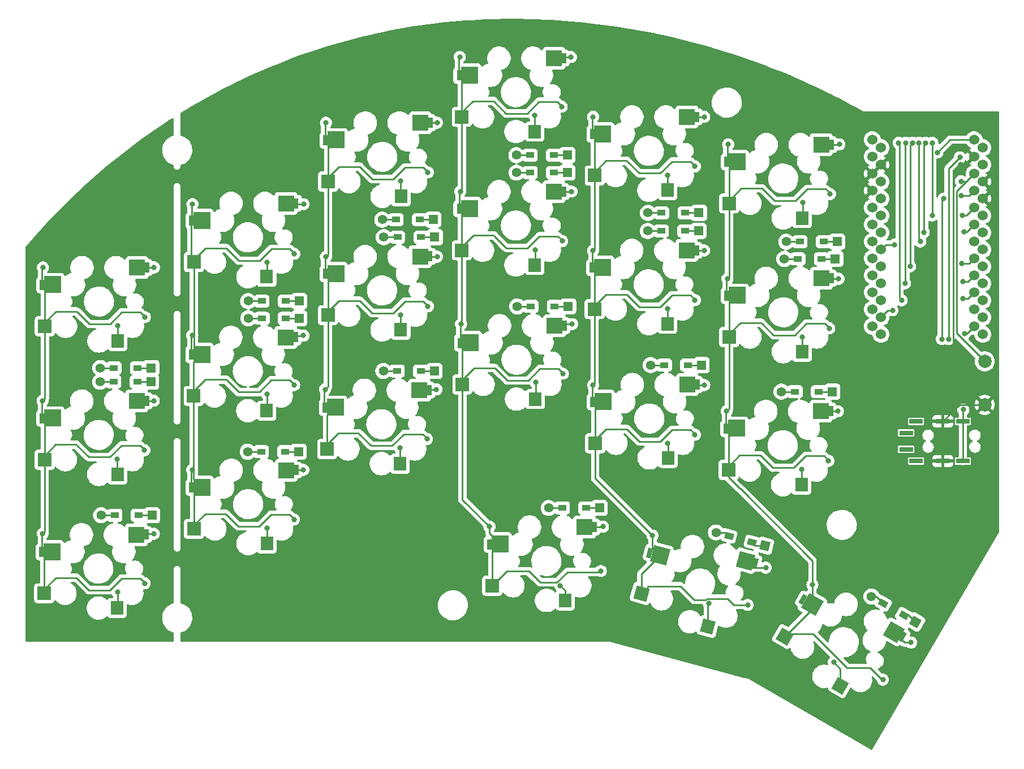
<source format=gbr>
%TF.GenerationSoftware,KiCad,Pcbnew,7.0.6*%
%TF.CreationDate,2023-08-21T12:13:53+07:00*%
%TF.ProjectId,GlupV1,476c7570-5631-42e6-9b69-6361645f7063,rev?*%
%TF.SameCoordinates,Original*%
%TF.FileFunction,Copper,L2,Bot*%
%TF.FilePolarity,Positive*%
%FSLAX46Y46*%
G04 Gerber Fmt 4.6, Leading zero omitted, Abs format (unit mm)*
G04 Created by KiCad (PCBNEW 7.0.6) date 2023-08-21 12:13:53*
%MOMM*%
%LPD*%
G01*
G04 APERTURE LIST*
G04 Aperture macros list*
%AMRotRect*
0 Rectangle, with rotation*
0 The origin of the aperture is its center*
0 $1 length*
0 $2 width*
0 $3 Rotation angle, in degrees counterclockwise*
0 Add horizontal line*
21,1,$1,$2,0,0,$3*%
G04 Aperture macros list end*
%TA.AperFunction,SMDPad,CuDef*%
%ADD10R,0.700000X1.500000*%
%TD*%
%TA.AperFunction,SMDPad,CuDef*%
%ADD11R,2.000000X2.000000*%
%TD*%
%TA.AperFunction,SMDPad,CuDef*%
%ADD12R,2.500000X2.500000*%
%TD*%
%TA.AperFunction,SMDPad,CuDef*%
%ADD13R,1.900000X2.000000*%
%TD*%
%TA.AperFunction,SMDPad,CuDef*%
%ADD14R,2.400000X2.400000*%
%TD*%
%TA.AperFunction,ComponentPad*%
%ADD15R,1.397000X1.397000*%
%TD*%
%TA.AperFunction,SMDPad,CuDef*%
%ADD16R,1.300000X0.950000*%
%TD*%
%TA.AperFunction,ComponentPad*%
%ADD17C,1.397000*%
%TD*%
%TA.AperFunction,ComponentPad*%
%ADD18C,2.000000*%
%TD*%
%TA.AperFunction,ComponentPad*%
%ADD19C,1.524000*%
%TD*%
%TA.AperFunction,ComponentPad*%
%ADD20RotRect,1.397000X1.397000X345.000000*%
%TD*%
%TA.AperFunction,SMDPad,CuDef*%
%ADD21RotRect,1.300000X0.950000X345.000000*%
%TD*%
%TA.AperFunction,ComponentPad*%
%ADD22RotRect,1.397000X1.397000X330.000000*%
%TD*%
%TA.AperFunction,SMDPad,CuDef*%
%ADD23RotRect,1.300000X0.950000X330.000000*%
%TD*%
%TA.AperFunction,SMDPad,CuDef*%
%ADD24RotRect,0.700000X1.500000X345.000000*%
%TD*%
%TA.AperFunction,SMDPad,CuDef*%
%ADD25RotRect,2.000000X2.000000X165.000000*%
%TD*%
%TA.AperFunction,SMDPad,CuDef*%
%ADD26RotRect,2.500000X2.500000X165.000000*%
%TD*%
%TA.AperFunction,SMDPad,CuDef*%
%ADD27RotRect,1.900000X2.000000X165.000000*%
%TD*%
%TA.AperFunction,SMDPad,CuDef*%
%ADD28RotRect,2.400000X2.400000X165.000000*%
%TD*%
%TA.AperFunction,ComponentPad*%
%ADD29R,2.100000X0.800000*%
%TD*%
%TA.AperFunction,SMDPad,CuDef*%
%ADD30RotRect,0.700000X1.500000X330.000000*%
%TD*%
%TA.AperFunction,SMDPad,CuDef*%
%ADD31RotRect,2.000000X2.000000X150.000000*%
%TD*%
%TA.AperFunction,SMDPad,CuDef*%
%ADD32RotRect,2.500000X2.500000X150.000000*%
%TD*%
%TA.AperFunction,SMDPad,CuDef*%
%ADD33RotRect,1.900000X2.000000X150.000000*%
%TD*%
%TA.AperFunction,SMDPad,CuDef*%
%ADD34RotRect,2.400000X2.400000X150.000000*%
%TD*%
%TA.AperFunction,ViaPad*%
%ADD35C,0.800000*%
%TD*%
%TA.AperFunction,Conductor*%
%ADD36C,0.250000*%
%TD*%
G04 APERTURE END LIST*
D10*
%TO.P,SW9,1,1*%
%TO.N,col2*%
X88130000Y-85280000D03*
D11*
X88530000Y-91480000D03*
D12*
X89730000Y-85240000D03*
D13*
%TO.P,SW9,2,2*%
%TO.N,Net-(D9-A)*%
X99430000Y-93680000D03*
D14*
X102330000Y-82700000D03*
D10*
X103830000Y-82680000D03*
%TD*%
%TO.P,SW13,1,1*%
%TO.N,col3*%
X112835400Y-105766000D03*
D11*
X113235400Y-111966000D03*
D12*
X114435400Y-105726000D03*
D13*
%TO.P,SW13,2,2*%
%TO.N,Net-(D13-A)*%
X124135400Y-114166000D03*
D14*
X127035400Y-103186000D03*
D10*
X128535400Y-103166000D03*
%TD*%
D15*
%TO.P,D14,1,K*%
%TO.N,row0*%
X144160000Y-56134000D03*
D16*
X142125000Y-56134000D03*
%TO.P,D14,2,A*%
%TO.N,Net-(D14-A)*%
X138575000Y-56134000D03*
D17*
X136540000Y-56134000D03*
%TD*%
D18*
%TO.P,RSW1,1,1*%
%TO.N,reset*%
X186930000Y-78370000D03*
%TO.P,RSW1,2,2*%
%TO.N,GND*%
X186930000Y-84870000D03*
%TD*%
D19*
%TO.P,U1,1,TX0/D3*%
%TO.N,unconnected-(U1-TX0{slash}D3-Pad1)*%
X170100000Y-45180000D03*
X186638815Y-46375745D03*
%TO.P,U1,2,RX1/D2*%
%TO.N,data*%
X170100000Y-47720000D03*
X186638815Y-48915745D03*
%TO.P,U1,3,GND*%
%TO.N,GND*%
X170100000Y-50260000D03*
X186638815Y-51455745D03*
%TO.P,U1,4,GND*%
X170100000Y-52800000D03*
X186638815Y-53995745D03*
%TO.P,U1,5,2/D1/SDA*%
%TO.N,unconnected-(U1-2{slash}D1{slash}SDA-Pad5)*%
X170100000Y-55340000D03*
X186638815Y-56535745D03*
%TO.P,U1,6,3/D0/SCL*%
%TO.N,unconnected-(U1-3{slash}D0{slash}SCL-Pad6)*%
X170100000Y-57880000D03*
X186638815Y-59075745D03*
%TO.P,U1,7,4/D4*%
%TO.N,row0*%
X170100000Y-60420000D03*
X186638815Y-61615745D03*
%TO.P,U1,8,5/C6*%
%TO.N,row1*%
X170100000Y-62960000D03*
X186638815Y-64155745D03*
%TO.P,U1,9,6/D7*%
%TO.N,row2*%
X170100000Y-65500000D03*
X186638815Y-66695745D03*
%TO.P,U1,10,7/E6*%
%TO.N,row3*%
X170100000Y-68040000D03*
X186638815Y-69235745D03*
%TO.P,U1,11,8/B4*%
%TO.N,unconnected-(U1-8{slash}B4-Pad11)*%
X170100000Y-70580000D03*
X186638815Y-71775745D03*
%TO.P,U1,12,9/B5*%
%TO.N,unconnected-(U1-9{slash}B5-Pad12)*%
X170100000Y-73120000D03*
X186638815Y-74315745D03*
%TO.P,U1,13,B6/10*%
%TO.N,unconnected-(U1-B6{slash}10-Pad13)*%
X171398815Y-74315745D03*
X185340000Y-73120000D03*
%TO.P,U1,14,B2/16*%
%TO.N,unconnected-(U1-B2{slash}16-Pad14)*%
X171398815Y-71775745D03*
X185340000Y-70580000D03*
%TO.P,U1,15,B3/14*%
%TO.N,col5*%
X171398815Y-69235745D03*
X185340000Y-68040000D03*
%TO.P,U1,16,B1/15*%
%TO.N,col4*%
X171398815Y-66695745D03*
X185340000Y-65500000D03*
%TO.P,U1,17,F7/A0*%
%TO.N,col3*%
X171398815Y-64155745D03*
X185340000Y-62960000D03*
%TO.P,U1,18,F6/A1*%
%TO.N,col2*%
X171398815Y-61615745D03*
X185340000Y-60420000D03*
%TO.P,U1,19,F5/A2*%
%TO.N,col1*%
X171398815Y-59075745D03*
X185340000Y-57880000D03*
%TO.P,U1,20,F4/A3*%
%TO.N,col0*%
X171398815Y-56535745D03*
X185340000Y-55340000D03*
%TO.P,U1,21,VCC*%
%TO.N,VCC*%
X171398815Y-53995745D03*
X185340000Y-52800000D03*
%TO.P,U1,22,RST*%
%TO.N,reset*%
X171398815Y-51455745D03*
X185340000Y-50260000D03*
%TO.P,U1,23,GND*%
%TO.N,GND*%
X171398815Y-48915745D03*
X185340000Y-47720000D03*
%TO.P,U1,24,RAW*%
%TO.N,unconnected-(U1-RAW-Pad24)*%
X171398815Y-46375745D03*
X185340000Y-45180000D03*
%TD*%
D15*
%TO.P,D16,1,K*%
%TO.N,row2*%
X144550000Y-78930000D03*
D16*
X142515000Y-78930000D03*
%TO.P,D16,2,A*%
%TO.N,Net-(D16-A)*%
X138965000Y-78930000D03*
D17*
X136930000Y-78930000D03*
%TD*%
D10*
%TO.P,SW6,1,1*%
%TO.N,col1*%
X68200000Y-97256000D03*
D11*
X68600000Y-103456000D03*
D12*
X69800000Y-97216000D03*
D13*
%TO.P,SW6,2,2*%
%TO.N,Net-(D6-A)*%
X79500000Y-105656000D03*
D14*
X82400000Y-94676000D03*
D10*
X83900000Y-94656000D03*
%TD*%
%TO.P,SW5,1,1*%
%TO.N,col1*%
X68150000Y-77356000D03*
D11*
X68550000Y-83556000D03*
D12*
X69750000Y-77316000D03*
D13*
%TO.P,SW5,2,2*%
%TO.N,Net-(D5-A)*%
X79450000Y-85756000D03*
D14*
X82350000Y-74776000D03*
D10*
X83850000Y-74756000D03*
%TD*%
D15*
%TO.P,D11,1,K*%
%TO.N,row1*%
X124470000Y-50110000D03*
D16*
X122435000Y-50110000D03*
%TO.P,D11,2,A*%
%TO.N,Net-(D11-A)*%
X118885000Y-50110000D03*
D17*
X116850000Y-50110000D03*
%TD*%
D10*
%TO.P,SW4,1,1*%
%TO.N,col1*%
X68170000Y-57306000D03*
D11*
X68570000Y-63506000D03*
D12*
X69770000Y-57266000D03*
D13*
%TO.P,SW4,2,2*%
%TO.N,Net-(D4-A)*%
X79470000Y-65706000D03*
D14*
X82370000Y-54726000D03*
D10*
X83870000Y-54706000D03*
%TD*%
D15*
%TO.P,D20,1,K*%
%TO.N,row2*%
X164115000Y-82910000D03*
D16*
X162080000Y-82910000D03*
%TO.P,D20,2,A*%
%TO.N,Net-(D20-A)*%
X158530000Y-82910000D03*
D17*
X156495000Y-82910000D03*
%TD*%
D15*
%TO.P,D13,1,K*%
%TO.N,row3*%
X129290000Y-100320000D03*
D16*
X127255000Y-100320000D03*
%TO.P,D13,2,A*%
%TO.N,Net-(D13-A)*%
X123705000Y-100320000D03*
D17*
X121670000Y-100320000D03*
%TD*%
D15*
%TO.P,D7,1,K*%
%TO.N,row0*%
X104394000Y-57150000D03*
D16*
X102359000Y-57150000D03*
%TO.P,D7,2,A*%
%TO.N,Net-(D7-A)*%
X98809000Y-57150000D03*
D17*
X96774000Y-57150000D03*
%TD*%
D15*
%TO.P,D1,1,K*%
%TO.N,row0*%
X62200000Y-79356000D03*
D16*
X60165000Y-79356000D03*
%TO.P,D1,2,A*%
%TO.N,Net-(D1-A)*%
X56615000Y-79356000D03*
D17*
X54580000Y-79356000D03*
%TD*%
D10*
%TO.P,SW11,1,1*%
%TO.N,col3*%
X108270000Y-55540000D03*
D11*
X108670000Y-61740000D03*
D12*
X109870000Y-55500000D03*
D13*
%TO.P,SW11,2,2*%
%TO.N,Net-(D11-A)*%
X119570000Y-63940000D03*
D14*
X122470000Y-52960000D03*
D10*
X123970000Y-52940000D03*
%TD*%
%TO.P,SW3,1,1*%
%TO.N,col0*%
X45780000Y-106906000D03*
D11*
X46180000Y-113106000D03*
D12*
X47380000Y-106866000D03*
D13*
%TO.P,SW3,2,2*%
%TO.N,Net-(D3-A)*%
X57080000Y-115306000D03*
D14*
X59980000Y-104326000D03*
D10*
X61480000Y-104306000D03*
%TD*%
D20*
%TO.P,D17,1,K*%
%TO.N,row3*%
X154071685Y-105967609D03*
D21*
X152106026Y-105440912D03*
%TO.P,D17,2,A*%
%TO.N,Net-(D17-A)*%
X148676990Y-104522104D03*
D17*
X146711331Y-103995407D03*
%TD*%
D10*
%TO.P,SW20,1,1*%
%TO.N,col5*%
X148210000Y-88430000D03*
D11*
X148610000Y-94630000D03*
D12*
X149810000Y-88390000D03*
D13*
%TO.P,SW20,2,2*%
%TO.N,Net-(D20-A)*%
X159510000Y-96830000D03*
D14*
X162410000Y-85850000D03*
D10*
X163910000Y-85830000D03*
%TD*%
D15*
%TO.P,D9,1,K*%
%TO.N,row2*%
X104555000Y-79810000D03*
D16*
X102520000Y-79810000D03*
%TO.P,D9,2,A*%
%TO.N,Net-(D9-A)*%
X98970000Y-79810000D03*
D17*
X96935000Y-79810000D03*
%TD*%
D15*
%TO.P,D5,1,K*%
%TO.N,row1*%
X84350000Y-71930000D03*
D16*
X82315000Y-71930000D03*
%TO.P,D5,2,A*%
%TO.N,Net-(D5-A)*%
X78765000Y-71930000D03*
D17*
X76730000Y-71930000D03*
%TD*%
D10*
%TO.P,SW15,1,1*%
%TO.N,col4*%
X128150000Y-64340000D03*
D11*
X128550000Y-70540000D03*
D12*
X129750000Y-64300000D03*
D13*
%TO.P,SW15,2,2*%
%TO.N,Net-(D15-A)*%
X139450000Y-72740000D03*
D14*
X142350000Y-61760000D03*
D10*
X143850000Y-61740000D03*
%TD*%
%TO.P,SW8,1,1*%
%TO.N,col2*%
X88240000Y-65260000D03*
D11*
X88640000Y-71460000D03*
D12*
X89840000Y-65220000D03*
D13*
%TO.P,SW8,2,2*%
%TO.N,Net-(D8-A)*%
X99540000Y-73660000D03*
D14*
X102440000Y-62680000D03*
D10*
X103940000Y-62660000D03*
%TD*%
%TO.P,SW12,1,1*%
%TO.N,col3*%
X108360000Y-75620000D03*
D11*
X108760000Y-81820000D03*
D12*
X109960000Y-75580000D03*
D13*
%TO.P,SW12,2,2*%
%TO.N,Net-(D12-A)*%
X119660000Y-84020000D03*
D14*
X122560000Y-73040000D03*
D10*
X124060000Y-73020000D03*
%TD*%
D15*
%TO.P,D19,1,K*%
%TO.N,row1*%
X164565000Y-63040000D03*
D16*
X162530000Y-63040000D03*
%TO.P,D19,2,A*%
%TO.N,Net-(D19-A)*%
X158980000Y-63040000D03*
D17*
X156945000Y-63040000D03*
%TD*%
D22*
%TO.P,D21,1,K*%
%TO.N,row3*%
X176582362Y-117397500D03*
D23*
X174820000Y-116380000D03*
%TO.P,D21,2,A*%
%TO.N,Net-(D21-A)*%
X171745610Y-114605000D03*
D17*
X169983248Y-113587500D03*
%TD*%
D15*
%TO.P,D8,1,K*%
%TO.N,row1*%
X104625000Y-59780000D03*
D16*
X102590000Y-59780000D03*
%TO.P,D8,2,A*%
%TO.N,Net-(D8-A)*%
X99040000Y-59780000D03*
D17*
X97005000Y-59780000D03*
%TD*%
D10*
%TO.P,SW2,1,1*%
%TO.N,col0*%
X45840000Y-86890000D03*
D11*
X46240000Y-93090000D03*
D12*
X47440000Y-86850000D03*
D13*
%TO.P,SW2,2,2*%
%TO.N,Net-(D2-A)*%
X57140000Y-95290000D03*
D14*
X60040000Y-84310000D03*
D10*
X61540000Y-84290000D03*
%TD*%
D15*
%TO.P,D4,1,K*%
%TO.N,row0*%
X84320000Y-69342000D03*
D16*
X82285000Y-69342000D03*
%TO.P,D4,2,A*%
%TO.N,Net-(D4-A)*%
X78735000Y-69342000D03*
D17*
X76700000Y-69342000D03*
%TD*%
D24*
%TO.P,SW17,1,1*%
%TO.N,col4*%
X136772878Y-107031924D03*
D25*
X135554570Y-113124191D03*
D26*
X138328712Y-107407397D03*
D27*
%TO.P,SW17,2,2*%
%TO.N,Net-(D17-A)*%
X145513760Y-118070356D03*
D28*
X151156778Y-108215065D03*
D24*
X152610843Y-108583975D03*
%TD*%
D15*
%TO.P,D10,1,K*%
%TO.N,row0*%
X124460000Y-47498000D03*
D16*
X122425000Y-47498000D03*
%TO.P,D10,2,A*%
%TO.N,Net-(D10-A)*%
X118875000Y-47498000D03*
D17*
X116840000Y-47498000D03*
%TD*%
D10*
%TO.P,SW19,1,1*%
%TO.N,col5*%
X148280000Y-68520000D03*
D11*
X148680000Y-74720000D03*
D12*
X149880000Y-68480000D03*
D13*
%TO.P,SW19,2,2*%
%TO.N,Net-(D19-A)*%
X159580000Y-76920000D03*
D14*
X162480000Y-65940000D03*
D10*
X163980000Y-65920000D03*
%TD*%
D15*
%TO.P,D12,1,K*%
%TO.N,row2*%
X124595000Y-70140000D03*
D16*
X122560000Y-70140000D03*
%TO.P,D12,2,A*%
%TO.N,Net-(D12-A)*%
X119010000Y-70140000D03*
D17*
X116975000Y-70140000D03*
%TD*%
D29*
%TO.P,J2,A*%
%TO.N,unconnected-(J2-PadA)*%
X175157500Y-89095000D03*
X175157500Y-91545000D03*
%TO.P,J2,B*%
%TO.N,data*%
X183657500Y-87345000D03*
X183657500Y-93295000D03*
%TO.P,J2,C*%
%TO.N,GND*%
X180657500Y-87345000D03*
X180657500Y-93295000D03*
%TO.P,J2,D*%
%TO.N,VCC*%
X176657500Y-87345000D03*
X176657500Y-93295000D03*
%TD*%
D10*
%TO.P,SW18,1,1*%
%TO.N,col5*%
X148280000Y-48510000D03*
D11*
X148680000Y-54710000D03*
D12*
X149880000Y-48470000D03*
D13*
%TO.P,SW18,2,2*%
%TO.N,Net-(D18-A)*%
X159580000Y-56910000D03*
D14*
X162480000Y-45930000D03*
D10*
X163980000Y-45910000D03*
%TD*%
%TO.P,SW10,1,1*%
%TO.N,col3*%
X108270000Y-35560000D03*
D11*
X108670000Y-41760000D03*
D12*
X109870000Y-35520000D03*
D13*
%TO.P,SW10,2,2*%
%TO.N,Net-(D10-A)*%
X119570000Y-43960000D03*
D14*
X122470000Y-32980000D03*
D10*
X123970000Y-32960000D03*
%TD*%
D30*
%TO.P,SW21,1,1*%
%TO.N,col5*%
X159733884Y-114015336D03*
D31*
X156980294Y-119584694D03*
D32*
X161139525Y-114780695D03*
D33*
%TO.P,SW21,2,2*%
%TO.N,Net-(D21-A)*%
X165319971Y-126939950D03*
D34*
X173321445Y-118880991D03*
D30*
X174630483Y-119613670D03*
%TD*%
D15*
%TO.P,D2,1,K*%
%TO.N,row1*%
X62155000Y-81436000D03*
D16*
X60120000Y-81436000D03*
%TO.P,D2,2,A*%
%TO.N,Net-(D2-A)*%
X56570000Y-81436000D03*
D17*
X54535000Y-81436000D03*
%TD*%
D15*
%TO.P,D18,1,K*%
%TO.N,row0*%
X164849000Y-60452000D03*
D16*
X162814000Y-60452000D03*
%TO.P,D18,2,A*%
%TO.N,Net-(D18-A)*%
X159264000Y-60452000D03*
D17*
X157229000Y-60452000D03*
%TD*%
D10*
%TO.P,SW14,1,1*%
%TO.N,col4*%
X128170000Y-44350000D03*
D11*
X128570000Y-50550000D03*
D12*
X129770000Y-44310000D03*
D13*
%TO.P,SW14,2,2*%
%TO.N,Net-(D14-A)*%
X139470000Y-52750000D03*
D14*
X142370000Y-41770000D03*
D10*
X143870000Y-41750000D03*
%TD*%
D15*
%TO.P,D3,1,K*%
%TO.N,row2*%
X62305000Y-101406000D03*
D16*
X60270000Y-101406000D03*
%TO.P,D3,2,A*%
%TO.N,Net-(D3-A)*%
X56720000Y-101406000D03*
D17*
X54685000Y-101406000D03*
%TD*%
D15*
%TO.P,D6,1,K*%
%TO.N,row2*%
X84250000Y-91900000D03*
D16*
X82215000Y-91900000D03*
%TO.P,D6,2,A*%
%TO.N,Net-(D6-A)*%
X78665000Y-91900000D03*
D17*
X76630000Y-91900000D03*
%TD*%
D15*
%TO.P,D15,1,K*%
%TO.N,row1*%
X144110000Y-58840000D03*
D16*
X142075000Y-58840000D03*
%TO.P,D15,2,A*%
%TO.N,Net-(D15-A)*%
X138525000Y-58840000D03*
D17*
X136490000Y-58840000D03*
%TD*%
D10*
%TO.P,SW16,1,1*%
%TO.N,col4*%
X128230000Y-84430000D03*
D11*
X128630000Y-90630000D03*
D12*
X129830000Y-84390000D03*
D13*
%TO.P,SW16,2,2*%
%TO.N,Net-(D16-A)*%
X139530000Y-92830000D03*
D14*
X142430000Y-81850000D03*
D10*
X143930000Y-81830000D03*
%TD*%
%TO.P,SW7,1,1*%
%TO.N,col2*%
X88270000Y-45250000D03*
D11*
X88670000Y-51450000D03*
D12*
X89870000Y-45210000D03*
D13*
%TO.P,SW7,2,2*%
%TO.N,Net-(D7-A)*%
X99570000Y-53650000D03*
D14*
X102470000Y-42670000D03*
D10*
X103970000Y-42650000D03*
%TD*%
%TO.P,SW1,1,1*%
%TO.N,col0*%
X45868000Y-66917500D03*
D11*
X46268000Y-73117500D03*
D12*
X47468000Y-66877500D03*
D13*
%TO.P,SW1,2,2*%
%TO.N,Net-(D1-A)*%
X57168000Y-75317500D03*
D14*
X60068000Y-64337500D03*
D10*
X61568000Y-64317500D03*
%TD*%
D35*
%TO.N,Net-(D1-A)*%
X57160000Y-73050000D03*
X62620000Y-64320000D03*
%TO.N,Net-(D2-A)*%
X57112000Y-92992500D03*
X62572000Y-84262500D03*
%TO.N,Net-(D3-A)*%
X57132000Y-112912500D03*
X62592000Y-104182500D03*
%TO.N,Net-(D4-A)*%
X79542000Y-63572500D03*
X85002000Y-54842500D03*
%TO.N,Net-(D5-A)*%
X84972000Y-74512500D03*
X79512000Y-83242500D03*
%TO.N,Net-(D6-A)*%
X79492000Y-103352500D03*
X84952000Y-94622500D03*
%TO.N,Net-(D7-A)*%
X104982000Y-42642500D03*
X99522000Y-51372500D03*
%TO.N,Net-(D8-A)*%
X99522000Y-71432500D03*
X104982000Y-62702500D03*
%TO.N,Net-(D9-A)*%
X99392000Y-91302500D03*
X104852000Y-82572500D03*
%TO.N,Net-(D10-A)*%
X119552000Y-41532500D03*
X125012000Y-32802500D03*
%TO.N,Net-(D11-A)*%
X119622000Y-61672500D03*
X125082000Y-52942500D03*
%TO.N,Net-(D12-A)*%
X125192000Y-72792500D03*
X119732000Y-81522500D03*
%TO.N,Net-(D13-A)*%
X123422299Y-111972299D03*
X129794000Y-103124000D03*
%TO.N,Net-(D14-A)*%
X139492000Y-50492500D03*
X144952000Y-41762500D03*
%TO.N,Net-(D15-A)*%
X139492000Y-70502500D03*
X144952000Y-61772500D03*
%TO.N,Net-(D16-A)*%
X139502000Y-90662500D03*
X144962000Y-81932500D03*
%TO.N,Net-(D17-A)*%
X154160000Y-109260000D03*
X145660000Y-114639721D03*
%TO.N,Net-(D18-A)*%
X165182000Y-45882500D03*
X159722000Y-54612500D03*
%TO.N,Net-(D19-A)*%
X159602000Y-74732500D03*
X165062000Y-66002500D03*
%TO.N,Net-(D20-A)*%
X159492000Y-94572500D03*
X164952000Y-85842500D03*
%TO.N,Net-(D21-A)*%
X164330000Y-123407899D03*
X175910000Y-120470000D03*
%TO.N,reset*%
X183380000Y-51410000D03*
%TO.N,GND*%
X183310000Y-48900000D03*
%TO.N,col0*%
X45952000Y-104172500D03*
X61175012Y-91687000D03*
X45932000Y-84252500D03*
X61223012Y-71744500D03*
X45980000Y-64310000D03*
X179087370Y-45651240D03*
X61195012Y-111607000D03*
X179070000Y-56535745D03*
X183570000Y-56500000D03*
%TO.N,col1*%
X177800000Y-59075745D03*
X68362000Y-54832500D03*
X183854060Y-58955909D03*
X68312000Y-94612500D03*
X83575012Y-81937000D03*
X178087868Y-45651534D03*
X83605012Y-62267000D03*
X83555012Y-102047000D03*
X68332000Y-74502500D03*
%TO.N,col2*%
X88342000Y-42632500D03*
X173450000Y-60891245D03*
X177088366Y-45651238D03*
X103585012Y-50067000D03*
X103455012Y-89997000D03*
X177292000Y-60420000D03*
X88342000Y-62692500D03*
X88212000Y-82562500D03*
X103585012Y-70127000D03*
%TO.N,col3*%
X123795012Y-80217000D03*
X112810000Y-103130000D03*
X108372000Y-32792500D03*
X123685012Y-60367000D03*
X175768000Y-64155745D03*
X183477701Y-63722299D03*
X129470000Y-109760000D03*
X123615012Y-40227000D03*
X108442000Y-52932500D03*
X176088864Y-45651245D03*
X108552000Y-72782500D03*
%TO.N,col4*%
X175006000Y-66695745D03*
X128322000Y-81922500D03*
X137220000Y-104460000D03*
X183699075Y-66420925D03*
X143555012Y-69197000D03*
X151460000Y-114840000D03*
X143555012Y-49187000D03*
X128312000Y-61762500D03*
X175089361Y-45651245D03*
X128312000Y-41752500D03*
X143565012Y-89357000D03*
%TO.N,col5*%
X163555012Y-93267000D03*
X171700000Y-126030000D03*
X163785012Y-53307000D03*
X161139525Y-111820000D03*
X163665012Y-73427000D03*
X174043176Y-45651245D03*
X148312000Y-85832500D03*
X148422000Y-65992500D03*
X183669075Y-68930924D03*
X148542000Y-45872500D03*
X174498000Y-69235745D03*
%TO.N,data*%
X181520500Y-75040245D03*
X183730000Y-85594500D03*
X183210000Y-47825245D03*
%TO.N,unconnected-(U1-B6{slash}10-Pad13)*%
X183899075Y-74240925D03*
%TO.N,unconnected-(U1-B2{slash}16-Pad14)*%
X173140000Y-70730000D03*
%TO.N,VCC*%
X180520997Y-75040245D03*
X180796000Y-53995745D03*
X183420000Y-53524500D03*
%TO.N,unconnected-(U1-RAW-Pad24)*%
X179832000Y-47100245D03*
%TD*%
D36*
%TO.N,row0*%
X60165000Y-79356000D02*
X62200000Y-79356000D01*
X82285000Y-69342000D02*
X84320000Y-69342000D01*
X102359000Y-57150000D02*
X104394000Y-57150000D01*
X162814000Y-60452000D02*
X164849000Y-60452000D01*
X122425000Y-47498000D02*
X124460000Y-47498000D01*
X142125000Y-56134000D02*
X144160000Y-56134000D01*
%TO.N,Net-(D1-A)*%
X61548000Y-64337500D02*
X61568000Y-64317500D01*
X62620000Y-64320000D02*
X62602500Y-64337500D01*
X57168000Y-75317500D02*
X57168000Y-73058000D01*
X54580000Y-79356000D02*
X56615000Y-79356000D01*
X62602500Y-64337500D02*
X60068000Y-64337500D01*
X57168000Y-73058000D02*
X57160000Y-73050000D01*
X60068000Y-64337500D02*
X61548000Y-64337500D01*
%TO.N,row1*%
X142075000Y-58840000D02*
X144110000Y-58840000D01*
X82315000Y-71930000D02*
X84350000Y-71930000D01*
X122435000Y-50110000D02*
X124470000Y-50110000D01*
X162530000Y-63040000D02*
X164565000Y-63040000D01*
X60120000Y-81436000D02*
X62155000Y-81436000D01*
X102590000Y-59780000D02*
X104625000Y-59780000D01*
%TO.N,Net-(D2-A)*%
X60040000Y-84310000D02*
X61520000Y-84310000D01*
X54535000Y-81436000D02*
X56570000Y-81436000D01*
X57120000Y-93000500D02*
X57112000Y-92992500D01*
X61520000Y-84310000D02*
X61540000Y-84290000D01*
X57120000Y-95260000D02*
X57120000Y-93000500D01*
X62554500Y-84280000D02*
X60020000Y-84280000D01*
X62572000Y-84262500D02*
X62554500Y-84280000D01*
%TO.N,row2*%
X142515000Y-78930000D02*
X144550000Y-78930000D01*
X60270000Y-101406000D02*
X62305000Y-101406000D01*
X82215000Y-91900000D02*
X84250000Y-91900000D01*
X122560000Y-70140000D02*
X124595000Y-70140000D01*
X102520000Y-79810000D02*
X104555000Y-79810000D01*
X162080000Y-82910000D02*
X164115000Y-82910000D01*
%TO.N,Net-(D3-A)*%
X57140000Y-115180000D02*
X57140000Y-112920500D01*
X62592000Y-104182500D02*
X62574500Y-104200000D01*
X59980000Y-104326000D02*
X61460000Y-104326000D01*
X61460000Y-104326000D02*
X61480000Y-104306000D01*
X54685000Y-101406000D02*
X56720000Y-101406000D01*
X62574500Y-104200000D02*
X60040000Y-104200000D01*
X57140000Y-112920500D02*
X57132000Y-112912500D01*
%TO.N,Net-(D4-A)*%
X85002000Y-54842500D02*
X84984500Y-54860000D01*
X79550000Y-65840000D02*
X79550000Y-63580500D01*
X79550000Y-63580500D02*
X79542000Y-63572500D01*
X83850000Y-54726000D02*
X83870000Y-54706000D01*
X76700000Y-69342000D02*
X78735000Y-69342000D01*
X82370000Y-54726000D02*
X83850000Y-54726000D01*
X84984500Y-54860000D02*
X82450000Y-54860000D01*
%TO.N,Net-(D5-A)*%
X82350000Y-74776000D02*
X83830000Y-74776000D01*
X83830000Y-74776000D02*
X83850000Y-74756000D01*
X76730000Y-71930000D02*
X78765000Y-71930000D01*
X79520000Y-83250500D02*
X79512000Y-83242500D01*
X84972000Y-74512500D02*
X84954500Y-74530000D01*
X84954500Y-74530000D02*
X82420000Y-74530000D01*
X79520000Y-85510000D02*
X79520000Y-83250500D01*
%TO.N,Net-(D6-A)*%
X82400000Y-94676000D02*
X83880000Y-94676000D01*
X84934500Y-94640000D02*
X82400000Y-94640000D01*
X84952000Y-94622500D02*
X84934500Y-94640000D01*
X79500000Y-105620000D02*
X79500000Y-103360500D01*
X76630000Y-91900000D02*
X78665000Y-91900000D01*
X83880000Y-94676000D02*
X83900000Y-94656000D01*
X79500000Y-103360500D02*
X79492000Y-103352500D01*
%TO.N,Net-(D7-A)*%
X103950000Y-42670000D02*
X103970000Y-42650000D01*
X96774000Y-57150000D02*
X98809000Y-57150000D01*
X104964500Y-42660000D02*
X102430000Y-42660000D01*
X99530000Y-51380500D02*
X99522000Y-51372500D01*
X102470000Y-42670000D02*
X103950000Y-42670000D01*
X99530000Y-53640000D02*
X99530000Y-51380500D01*
X104982000Y-42642500D02*
X104964500Y-42660000D01*
%TO.N,Net-(D8-A)*%
X99530000Y-71440500D02*
X99522000Y-71432500D01*
X97005000Y-59780000D02*
X99040000Y-59780000D01*
X104982000Y-62702500D02*
X104964500Y-62720000D01*
X103920000Y-62680000D02*
X103940000Y-62660000D01*
X102440000Y-62680000D02*
X103920000Y-62680000D01*
X104964500Y-62720000D02*
X102430000Y-62720000D01*
X99530000Y-73700000D02*
X99530000Y-71440500D01*
%TO.N,Net-(D9-A)*%
X104834500Y-82590000D02*
X102300000Y-82590000D01*
X104852000Y-82572500D02*
X104834500Y-82590000D01*
X96935000Y-79810000D02*
X98970000Y-79810000D01*
X103810000Y-82700000D02*
X103830000Y-82680000D01*
X102330000Y-82700000D02*
X103810000Y-82700000D01*
X99400000Y-93570000D02*
X99400000Y-91310500D01*
X99400000Y-91310500D02*
X99392000Y-91302500D01*
%TO.N,Net-(D10-A)*%
X119560000Y-43800000D02*
X119560000Y-41540500D01*
X124994500Y-32820000D02*
X122460000Y-32820000D01*
X125012000Y-32802500D02*
X124994500Y-32820000D01*
X122470000Y-32980000D02*
X123950000Y-32980000D01*
X116840000Y-47498000D02*
X118875000Y-47498000D01*
X119560000Y-41540500D02*
X119552000Y-41532500D01*
X123950000Y-32980000D02*
X123970000Y-32960000D01*
%TO.N,Net-(D11-A)*%
X119630000Y-63940000D02*
X119630000Y-61680500D01*
X123950000Y-52960000D02*
X123970000Y-52940000D01*
X125064500Y-52960000D02*
X122530000Y-52960000D01*
X122470000Y-52960000D02*
X123950000Y-52960000D01*
X116850000Y-50110000D02*
X118885000Y-50110000D01*
X125082000Y-52942500D02*
X125064500Y-52960000D01*
X119630000Y-61680500D02*
X119622000Y-61672500D01*
%TO.N,Net-(D12-A)*%
X122560000Y-73040000D02*
X124040000Y-73040000D01*
X116975000Y-70140000D02*
X119010000Y-70140000D01*
X119740000Y-81530500D02*
X119732000Y-81522500D01*
X125192000Y-72792500D02*
X125174500Y-72810000D01*
X119740000Y-83790000D02*
X119740000Y-81530500D01*
X124040000Y-73040000D02*
X124060000Y-73020000D01*
X125174500Y-72810000D02*
X122640000Y-72810000D01*
%TO.N,row3*%
X152632723Y-105967609D02*
X152106026Y-105440912D01*
X127255000Y-100320000D02*
X129290000Y-100320000D01*
X175564862Y-116380000D02*
X176582362Y-117397500D01*
X174820000Y-116380000D02*
X175564862Y-116380000D01*
X154071685Y-105967609D02*
X152632723Y-105967609D01*
%TO.N,Net-(D13-A)*%
X121670000Y-100320000D02*
X123705000Y-100320000D01*
X129752000Y-103166000D02*
X129794000Y-103124000D01*
X124135400Y-112685400D02*
X124135400Y-114166000D01*
X128535400Y-103166000D02*
X129752000Y-103166000D01*
X128515400Y-103186000D02*
X128535400Y-103166000D01*
X123422299Y-111972299D02*
X124135400Y-112685400D01*
X127035400Y-103186000D02*
X128515400Y-103186000D01*
%TO.N,Net-(D14-A)*%
X142370000Y-41770000D02*
X143850000Y-41770000D01*
X144952000Y-41762500D02*
X144934500Y-41780000D01*
X136540000Y-56134000D02*
X138575000Y-56134000D01*
X139500000Y-50500500D02*
X139492000Y-50492500D01*
X139500000Y-52760000D02*
X139500000Y-50500500D01*
X143850000Y-41770000D02*
X143870000Y-41750000D01*
X144934500Y-41780000D02*
X142400000Y-41780000D01*
%TO.N,Net-(D15-A)*%
X143830000Y-61760000D02*
X143850000Y-61740000D01*
X144934500Y-61790000D02*
X142400000Y-61790000D01*
X139500000Y-72770000D02*
X139500000Y-70510500D01*
X142350000Y-61760000D02*
X143830000Y-61760000D01*
X136490000Y-58840000D02*
X138525000Y-58840000D01*
X139500000Y-70510500D02*
X139492000Y-70502500D01*
X144952000Y-61772500D02*
X144934500Y-61790000D01*
%TO.N,Net-(D16-A)*%
X138965000Y-78930000D02*
X136930000Y-78930000D01*
X139510000Y-90670500D02*
X139502000Y-90662500D01*
X144962000Y-81932500D02*
X144944500Y-81950000D01*
X143910000Y-81850000D02*
X143930000Y-81830000D01*
X139510000Y-92930000D02*
X139510000Y-90670500D01*
X144944500Y-81950000D02*
X142410000Y-81950000D01*
X142430000Y-81850000D02*
X143910000Y-81850000D01*
%TO.N,Net-(D17-A)*%
X146711331Y-103995407D02*
X148150293Y-103995407D01*
X145513760Y-114785961D02*
X145660000Y-114639721D01*
X148150293Y-103995407D02*
X148676990Y-104522104D01*
X152201713Y-109260000D02*
X151156778Y-108215065D01*
X152241933Y-108215065D02*
X152610843Y-108583975D01*
X154160000Y-109260000D02*
X152201713Y-109260000D01*
X151156778Y-108215065D02*
X152241933Y-108215065D01*
X145513760Y-118070356D02*
X145513760Y-114785961D01*
%TO.N,Net-(D18-A)*%
X159730000Y-56880000D02*
X159730000Y-54620500D01*
X157229000Y-60452000D02*
X159264000Y-60452000D01*
X165164500Y-45900000D02*
X162630000Y-45900000D01*
X165182000Y-45882500D02*
X165164500Y-45900000D01*
X159730000Y-54620500D02*
X159722000Y-54612500D01*
%TO.N,Net-(D19-A)*%
X159610000Y-74740500D02*
X159602000Y-74732500D01*
X156945000Y-63040000D02*
X158980000Y-63040000D01*
X165044500Y-66020000D02*
X162510000Y-66020000D01*
X165062000Y-66002500D02*
X165044500Y-66020000D01*
X159610000Y-77000000D02*
X159610000Y-74740500D01*
%TO.N,Net-(D20-A)*%
X164934500Y-85860000D02*
X162400000Y-85860000D01*
X158530000Y-82910000D02*
X156495000Y-82910000D01*
X164952000Y-85842500D02*
X164934500Y-85860000D01*
X159500000Y-96840000D02*
X159500000Y-94580500D01*
X159500000Y-94580500D02*
X159492000Y-94572500D01*
%TO.N,Net-(D21-A)*%
X169983248Y-113587500D02*
X170728110Y-113587500D01*
X165319971Y-126939950D02*
X165319971Y-124397870D01*
X165319971Y-124397870D02*
X164330000Y-123407899D01*
X174910454Y-120470000D02*
X173321445Y-118880991D01*
X175910000Y-120470000D02*
X174910454Y-120470000D01*
X170728110Y-113587500D02*
X171745610Y-114605000D01*
%TO.N,reset*%
X184190000Y-51410000D02*
X185340000Y-50260000D01*
X183380000Y-51410000D02*
X184190000Y-51410000D01*
X182695000Y-74135000D02*
X186930000Y-78370000D01*
X184190000Y-51410000D02*
X182695000Y-52905000D01*
X182695000Y-52905000D02*
X182695000Y-74135000D01*
%TO.N,GND*%
X183310000Y-48900000D02*
X184160000Y-48900000D01*
X184160000Y-48900000D02*
X185340000Y-47720000D01*
X182245000Y-49965000D02*
X183310000Y-48900000D01*
X182245000Y-83982500D02*
X182245000Y-49965000D01*
X183132500Y-84870000D02*
X180657500Y-87345000D01*
X183132500Y-84870000D02*
X182245000Y-83982500D01*
X186930000Y-84870000D02*
X183132500Y-84870000D01*
X180657500Y-87345000D02*
X180657500Y-93295000D01*
%TO.N,col0*%
X183570000Y-56500000D02*
X184180000Y-56500000D01*
X47380000Y-86860000D02*
X47420000Y-86820000D01*
X56012000Y-112632500D02*
X57772000Y-110872500D01*
X46268000Y-73117500D02*
X46268000Y-83916500D01*
X46240000Y-103884500D02*
X45952000Y-104172500D01*
X55992000Y-92712500D02*
X57752000Y-90952500D01*
X45908000Y-66877500D02*
X45868000Y-66917500D01*
X46268000Y-83916500D02*
X45932000Y-84252500D01*
X47468000Y-66877500D02*
X45908000Y-66877500D01*
X46240000Y-88050000D02*
X47440000Y-86850000D01*
X57772000Y-110872500D02*
X60542000Y-110872500D01*
X52872000Y-112632500D02*
X56012000Y-112632500D01*
X46268000Y-73117500D02*
X46268000Y-72562000D01*
X56040000Y-72770000D02*
X57800000Y-71010000D01*
X45932000Y-84252500D02*
X45820000Y-84364500D01*
X50982000Y-90842500D02*
X51082000Y-90942500D01*
X184180000Y-56500000D02*
X185340000Y-55340000D01*
X45820000Y-84364500D02*
X45820000Y-86860000D01*
X51082000Y-90942500D02*
X52852000Y-92712500D01*
X45840000Y-104284500D02*
X45840000Y-106780000D01*
X60522000Y-90952500D02*
X61175012Y-91605512D01*
X47930000Y-70900000D02*
X51030000Y-70900000D01*
X57800000Y-71010000D02*
X60570000Y-71010000D01*
X51030000Y-70900000D02*
X51130000Y-71000000D01*
X46240000Y-112980000D02*
X46240000Y-112424500D01*
X45980000Y-64310000D02*
X45868000Y-64422000D01*
X52852000Y-92712500D02*
X55992000Y-92712500D01*
X45880000Y-86850000D02*
X45840000Y-86890000D01*
X60542000Y-110872500D02*
X61195012Y-111525512D01*
X45868000Y-64422000D02*
X45868000Y-66917500D01*
X47400000Y-106780000D02*
X47440000Y-106740000D01*
X46268000Y-68077500D02*
X47468000Y-66877500D01*
X46180000Y-113106000D02*
X46180000Y-108066000D01*
X46240000Y-93090000D02*
X46240000Y-103884500D01*
X46220000Y-93060000D02*
X46220000Y-92504500D01*
X47902000Y-110762500D02*
X51002000Y-110762500D01*
X46180000Y-108066000D02*
X47380000Y-106866000D01*
X179070000Y-45668610D02*
X179087370Y-45651240D01*
X47380000Y-106866000D02*
X45820000Y-106866000D01*
X46268000Y-72562000D02*
X47930000Y-70900000D01*
X61175012Y-91605512D02*
X61175012Y-91687000D01*
X60570000Y-71010000D02*
X61223012Y-71663012D01*
X61195012Y-111525512D02*
X61195012Y-111607000D01*
X45840000Y-106780000D02*
X47400000Y-106780000D01*
X45952000Y-104172500D02*
X45840000Y-104284500D01*
X51130000Y-71000000D02*
X52900000Y-72770000D01*
X46220000Y-92504500D02*
X47882000Y-90842500D01*
X46268000Y-73117500D02*
X46268000Y-68077500D01*
X45820000Y-106866000D02*
X45780000Y-106906000D01*
X47882000Y-90842500D02*
X50982000Y-90842500D01*
X52900000Y-72770000D02*
X56040000Y-72770000D01*
X61223012Y-71663012D02*
X61223012Y-71744500D01*
X51102000Y-110862500D02*
X52872000Y-112632500D01*
X57752000Y-90952500D02*
X60522000Y-90952500D01*
X46240000Y-93090000D02*
X46240000Y-88050000D01*
X45820000Y-86860000D02*
X47380000Y-86860000D01*
X46240000Y-112424500D02*
X47902000Y-110762500D01*
X47440000Y-86850000D02*
X45880000Y-86850000D01*
X179070000Y-56535745D02*
X179070000Y-45668610D01*
X51002000Y-110762500D02*
X51102000Y-110862500D01*
%TO.N,col1*%
X183854060Y-58955909D02*
X184264091Y-58955909D01*
X68650000Y-63640000D02*
X68650000Y-63084500D01*
X78372000Y-103072500D02*
X80132000Y-101312500D01*
X184264091Y-58955909D02*
X185340000Y-57880000D01*
X68220000Y-77110000D02*
X69780000Y-77110000D01*
X80132000Y-101312500D02*
X82902000Y-101312500D01*
X68240000Y-97216000D02*
X68200000Y-97256000D01*
X69810000Y-57440000D02*
X69850000Y-57400000D01*
X68650000Y-63084500D02*
X70312000Y-61422500D01*
X82902000Y-101312500D02*
X83555012Y-101965512D01*
X73382000Y-81092500D02*
X73482000Y-81192500D01*
X68210000Y-57266000D02*
X68170000Y-57306000D01*
X68332000Y-74502500D02*
X68220000Y-74614500D01*
X69780000Y-77110000D02*
X69820000Y-77070000D01*
X68600000Y-103456000D02*
X68600000Y-98416000D01*
X68550000Y-95966000D02*
X69800000Y-97216000D01*
X68570000Y-63506000D02*
X68570000Y-76136000D01*
X78392000Y-82962500D02*
X80152000Y-81202500D01*
X78422000Y-63292500D02*
X80182000Y-61532500D01*
X68170000Y-63106000D02*
X68570000Y-63506000D01*
X83605012Y-62185512D02*
X83605012Y-62267000D01*
X68190000Y-77316000D02*
X68150000Y-77356000D01*
X68570000Y-76136000D02*
X69750000Y-77316000D01*
X68200000Y-97220000D02*
X69760000Y-97220000D01*
X69770000Y-57266000D02*
X68210000Y-57266000D01*
X70312000Y-61422500D02*
X73412000Y-61422500D01*
X68312000Y-94612500D02*
X68200000Y-94724500D01*
X70262000Y-101202500D02*
X73362000Y-101202500D01*
X83555012Y-101965512D02*
X83555012Y-102047000D01*
X75282000Y-63292500D02*
X78422000Y-63292500D01*
X68600000Y-102864500D02*
X70262000Y-101202500D01*
X68250000Y-57440000D02*
X69810000Y-57440000D01*
X68600000Y-103420000D02*
X68600000Y-102864500D01*
X68250000Y-54944500D02*
X68250000Y-57440000D01*
X68600000Y-98416000D02*
X69800000Y-97216000D01*
X177837000Y-59038745D02*
X177837000Y-45902402D01*
X68362000Y-54832500D02*
X68250000Y-54944500D01*
X68550000Y-83556000D02*
X68550000Y-78516000D01*
X68220000Y-74614500D02*
X68220000Y-77110000D01*
X69750000Y-77316000D02*
X68190000Y-77316000D01*
X68200000Y-94724500D02*
X68200000Y-97220000D01*
X177837000Y-45902402D02*
X178087868Y-45651534D01*
X75232000Y-103072500D02*
X78372000Y-103072500D01*
X68170000Y-57306000D02*
X68170000Y-63106000D01*
X73512000Y-61522500D02*
X75282000Y-63292500D01*
X83575012Y-81855512D02*
X83575012Y-81937000D01*
X80182000Y-61532500D02*
X82952000Y-61532500D01*
X82952000Y-61532500D02*
X83605012Y-62185512D01*
X82922000Y-81202500D02*
X83575012Y-81855512D01*
X177800000Y-59075745D02*
X177837000Y-59038745D01*
X73412000Y-61422500D02*
X73512000Y-61522500D01*
X68550000Y-83556000D02*
X68550000Y-95966000D01*
X68620000Y-83310000D02*
X68620000Y-82754500D01*
X70282000Y-81092500D02*
X73382000Y-81092500D01*
X73362000Y-101202500D02*
X73462000Y-101302500D01*
X73482000Y-81192500D02*
X75252000Y-82962500D01*
X69800000Y-97216000D02*
X68240000Y-97216000D01*
X68620000Y-82754500D02*
X70282000Y-81092500D01*
X80152000Y-81202500D02*
X82922000Y-81202500D01*
X73462000Y-101302500D02*
X75232000Y-103072500D01*
X75252000Y-82962500D02*
X78392000Y-82962500D01*
X68550000Y-78516000D02*
X69750000Y-77316000D01*
X69760000Y-97220000D02*
X69800000Y-97180000D01*
%TO.N,col2*%
X88640000Y-66420000D02*
X89840000Y-65220000D01*
X100162000Y-69392500D02*
X102932000Y-69392500D01*
X177292000Y-60420000D02*
X177038000Y-60166000D01*
X88342000Y-42632500D02*
X88230000Y-42744500D01*
X88500000Y-91370000D02*
X88500000Y-90814500D01*
X88670000Y-46410000D02*
X89870000Y-45210000D01*
X88640000Y-82134500D02*
X88212000Y-82562500D01*
X102802000Y-89262500D02*
X103455012Y-89915512D01*
X89790000Y-45240000D02*
X89830000Y-45200000D01*
X88230000Y-62804500D02*
X88230000Y-65300000D01*
X95262000Y-51092500D02*
X98402000Y-51092500D01*
X88530000Y-86440000D02*
X89730000Y-85240000D01*
X88230000Y-65300000D02*
X89790000Y-65300000D01*
X103585012Y-49985512D02*
X103585012Y-50067000D01*
X89870000Y-45210000D02*
X88310000Y-45210000D01*
X90162000Y-89152500D02*
X93262000Y-89152500D01*
X88640000Y-71460000D02*
X88640000Y-66420000D01*
X93392000Y-69282500D02*
X93492000Y-69382500D01*
X100032000Y-89262500D02*
X102802000Y-89262500D01*
X88670000Y-62364500D02*
X88342000Y-62692500D01*
X177038000Y-45701604D02*
X177088366Y-45651238D01*
X88640000Y-71460000D02*
X88640000Y-82134500D01*
X93362000Y-89252500D02*
X95132000Y-91022500D01*
X88670000Y-51450000D02*
X88670000Y-62364500D01*
X88630000Y-70944500D02*
X90292000Y-69282500D01*
X172123315Y-60891245D02*
X171398815Y-61615745D01*
X98272000Y-91022500D02*
X100032000Y-89262500D01*
X102932000Y-49332500D02*
X103585012Y-49985512D01*
X88170000Y-85240000D02*
X88130000Y-85280000D01*
X88530000Y-91480000D02*
X88530000Y-86440000D01*
X90292000Y-69282500D02*
X93392000Y-69282500D01*
X93392000Y-49222500D02*
X93492000Y-49322500D01*
X95262000Y-71152500D02*
X98402000Y-71152500D01*
X93262000Y-89152500D02*
X93362000Y-89252500D01*
X88230000Y-45240000D02*
X89790000Y-45240000D01*
X98402000Y-51092500D02*
X100162000Y-49332500D01*
X93492000Y-69382500D02*
X95262000Y-71152500D01*
X88630000Y-50884500D02*
X90292000Y-49222500D01*
X88100000Y-82674500D02*
X88100000Y-85170000D01*
X88342000Y-62692500D02*
X88230000Y-62804500D01*
X100162000Y-49332500D02*
X102932000Y-49332500D01*
X103455012Y-89915512D02*
X103455012Y-89997000D01*
X95132000Y-91022500D02*
X98272000Y-91022500D01*
X88630000Y-71500000D02*
X88630000Y-70944500D01*
X89660000Y-85170000D02*
X89700000Y-85130000D01*
X102932000Y-69392500D02*
X103585012Y-70045512D01*
X89840000Y-65220000D02*
X88280000Y-65220000D01*
X93492000Y-49322500D02*
X95262000Y-51092500D01*
X88100000Y-85170000D02*
X89660000Y-85170000D01*
X90292000Y-49222500D02*
X93392000Y-49222500D01*
X98402000Y-71152500D02*
X100162000Y-69392500D01*
X88630000Y-51440000D02*
X88630000Y-50884500D01*
X88230000Y-42744500D02*
X88230000Y-45240000D01*
X177038000Y-60166000D02*
X177038000Y-45701604D01*
X89730000Y-85240000D02*
X88170000Y-85240000D01*
X88310000Y-45210000D02*
X88270000Y-45250000D01*
X173450000Y-60891245D02*
X172123315Y-60891245D01*
X88212000Y-82562500D02*
X88100000Y-82674500D01*
X89790000Y-65300000D02*
X89830000Y-65260000D01*
X88500000Y-90814500D02*
X90162000Y-89152500D01*
X103585012Y-70045512D02*
X103585012Y-70127000D01*
X88670000Y-51450000D02*
X88670000Y-46410000D01*
X88280000Y-65220000D02*
X88240000Y-65260000D01*
%TO.N,col3*%
X120390000Y-111460000D02*
X118700000Y-109770000D01*
X109870000Y-35520000D02*
X108310000Y-35520000D01*
X113492000Y-59522500D02*
X113592000Y-59622500D01*
X109960000Y-75580000D02*
X108400000Y-75580000D01*
X129310000Y-109920000D02*
X124450000Y-109920000D01*
X122910000Y-111460000D02*
X120390000Y-111460000D01*
X115431400Y-109770000D02*
X113235400Y-111966000D01*
X123615012Y-40145512D02*
X123615012Y-40227000D01*
X113422000Y-39382500D02*
X113522000Y-39482500D01*
X118700000Y-109770000D02*
X115431400Y-109770000D01*
X176088864Y-45651245D02*
X175768000Y-45972109D01*
X118432000Y-41252500D02*
X120192000Y-39492500D01*
X113522000Y-39482500D02*
X115292000Y-41252500D01*
X108670000Y-36720000D02*
X109870000Y-35520000D01*
X108670000Y-72664500D02*
X108552000Y-72782500D01*
X110000000Y-75390000D02*
X110040000Y-75350000D01*
X123795012Y-80135512D02*
X123795012Y-80217000D01*
X110322000Y-39382500D02*
X113422000Y-39382500D01*
X108400000Y-75580000D02*
X108360000Y-75620000D01*
X108440000Y-72894500D02*
X108440000Y-75390000D01*
X108670000Y-41760000D02*
X108670000Y-52704500D01*
X108760000Y-76780000D02*
X109960000Y-75580000D01*
X108730000Y-61740000D02*
X108730000Y-61184500D01*
X183477701Y-63722299D02*
X184577701Y-63722299D01*
X109820000Y-35400000D02*
X109860000Y-35360000D01*
X129470000Y-109760000D02*
X129310000Y-109920000D01*
X108552000Y-72782500D02*
X108440000Y-72894500D01*
X120192000Y-39492500D02*
X122962000Y-39492500D01*
X108670000Y-61740000D02*
X108670000Y-72664500D01*
X108840000Y-81034500D02*
X110502000Y-79372500D01*
X108760000Y-99080000D02*
X112810000Y-103130000D01*
X108260000Y-35400000D02*
X109820000Y-35400000D01*
X108760000Y-81820000D02*
X108760000Y-99080000D01*
X175768000Y-45972109D02*
X175768000Y-64155745D01*
X108310000Y-35520000D02*
X108270000Y-35560000D01*
X108660000Y-41044500D02*
X110322000Y-39382500D01*
X108330000Y-53044500D02*
X108330000Y-55540000D01*
X108670000Y-56700000D02*
X109870000Y-55500000D01*
X120262000Y-59632500D02*
X123032000Y-59632500D01*
X112810000Y-103130000D02*
X112810000Y-104100600D01*
X108260000Y-32904500D02*
X108260000Y-35400000D01*
X108660000Y-41600000D02*
X108660000Y-41044500D01*
X110502000Y-79372500D02*
X113602000Y-79372500D01*
X108670000Y-61740000D02*
X108670000Y-56700000D01*
X108840000Y-81590000D02*
X108840000Y-81034500D01*
X108670000Y-41760000D02*
X108670000Y-36720000D01*
X108372000Y-32792500D02*
X108260000Y-32904500D01*
X110392000Y-59522500D02*
X113492000Y-59522500D01*
X123685012Y-60285512D02*
X123685012Y-60367000D01*
X124450000Y-109920000D02*
X122910000Y-111460000D01*
X123142000Y-79482500D02*
X123795012Y-80135512D01*
X109870000Y-55500000D02*
X108310000Y-55500000D01*
X115292000Y-41252500D02*
X118432000Y-41252500D01*
X113592000Y-59622500D02*
X115362000Y-61392500D01*
X113235400Y-111966000D02*
X113235400Y-106926000D01*
X108442000Y-52932500D02*
X108330000Y-53044500D01*
X112810000Y-104100600D02*
X114435400Y-105726000D01*
X184577701Y-63722299D02*
X185340000Y-62960000D01*
X109890000Y-55540000D02*
X109930000Y-55500000D01*
X115362000Y-61392500D02*
X118502000Y-61392500D01*
X115472000Y-81242500D02*
X118612000Y-81242500D01*
X120372000Y-79482500D02*
X123142000Y-79482500D01*
X113602000Y-79372500D02*
X113702000Y-79472500D01*
X108330000Y-55540000D02*
X109890000Y-55540000D01*
X123032000Y-59632500D02*
X123685012Y-60285512D01*
X118612000Y-81242500D02*
X120372000Y-79482500D01*
X122962000Y-39492500D02*
X123615012Y-40145512D01*
X113235400Y-106926000D02*
X114435400Y-105726000D01*
X113702000Y-79472500D02*
X115472000Y-81242500D01*
X108760000Y-81820000D02*
X108760000Y-76780000D01*
X108670000Y-52704500D02*
X108442000Y-52932500D01*
X118502000Y-61392500D02*
X120262000Y-59632500D01*
X108730000Y-61184500D02*
X110392000Y-59522500D01*
X108310000Y-55500000D02*
X108270000Y-55540000D01*
X108440000Y-75390000D02*
X110000000Y-75390000D01*
%TO.N,col4*%
X143555012Y-69115512D02*
X143555012Y-69197000D01*
X128570000Y-61504500D02*
X128312000Y-61762500D01*
X135554570Y-113124191D02*
X135554570Y-110181539D01*
X138372000Y-50212500D02*
X140132000Y-48452500D01*
X128312000Y-61762500D02*
X128200000Y-61874500D01*
X128550000Y-81694500D02*
X128322000Y-81922500D01*
X135554570Y-110181539D02*
X138328712Y-107407397D01*
X128570000Y-50550000D02*
X128570000Y-45510000D01*
X129750000Y-64300000D02*
X128190000Y-64300000D01*
X133362000Y-68352500D02*
X133462000Y-68452500D01*
X175043000Y-45697606D02*
X175043000Y-66658745D01*
X129770000Y-44310000D02*
X128210000Y-44310000D01*
X184419075Y-66420925D02*
X185340000Y-65500000D01*
X128600000Y-70570000D02*
X128600000Y-70014500D01*
X128630000Y-90630000D02*
X128630000Y-95870000D01*
X128270000Y-84390000D02*
X128230000Y-84430000D01*
X133462000Y-48442500D02*
X135232000Y-50212500D01*
X135232000Y-50212500D02*
X138372000Y-50212500D01*
X149389190Y-114840000D02*
X151460000Y-114840000D01*
X141382273Y-112051530D02*
X143422951Y-114092208D01*
X128610000Y-90174500D02*
X130272000Y-88512500D01*
X138328712Y-107407397D02*
X137220000Y-106298685D01*
X135232000Y-70222500D02*
X138372000Y-70222500D01*
X142902000Y-68462500D02*
X143555012Y-69115512D01*
X143422951Y-114092208D02*
X145182208Y-114092208D01*
X143555012Y-49105512D02*
X143555012Y-49187000D01*
X128610000Y-90730000D02*
X128610000Y-90174500D01*
X136627231Y-112051530D02*
X141382273Y-112051530D01*
X175043000Y-66658745D02*
X175006000Y-66695745D01*
X133472000Y-88612500D02*
X135242000Y-90382500D01*
X128630000Y-95870000D02*
X137220000Y-104460000D01*
X133372000Y-88512500D02*
X133472000Y-88612500D01*
X128200000Y-61874500D02*
X128200000Y-64370000D01*
X130262000Y-48342500D02*
X133362000Y-48342500D01*
X137220000Y-106298685D02*
X137220000Y-104460000D01*
X128200000Y-41864500D02*
X128200000Y-44360000D01*
X128600000Y-70014500D02*
X130262000Y-68352500D01*
X128210000Y-44310000D02*
X128170000Y-44350000D01*
X183699075Y-66420925D02*
X184419075Y-66420925D01*
X145182208Y-114092208D02*
X145359695Y-113914721D01*
X135554570Y-113124191D02*
X136627231Y-112051530D01*
X128570000Y-50550000D02*
X128570000Y-61504500D01*
X133462000Y-68452500D02*
X135232000Y-70222500D01*
X128600000Y-50560000D02*
X128600000Y-50004500D01*
X128190000Y-64300000D02*
X128150000Y-64340000D01*
X138382000Y-90382500D02*
X140142000Y-88622500D01*
X130272000Y-88512500D02*
X133372000Y-88512500D01*
X140132000Y-68462500D02*
X142902000Y-68462500D01*
X128200000Y-44360000D02*
X129760000Y-44360000D01*
X129770000Y-84530000D02*
X129810000Y-84490000D01*
X128600000Y-50004500D02*
X130262000Y-48342500D01*
X128630000Y-85590000D02*
X129830000Y-84390000D01*
X138372000Y-70222500D02*
X140132000Y-68462500D01*
X142912000Y-88622500D02*
X143565012Y-89275512D01*
X128630000Y-90630000D02*
X128630000Y-85590000D01*
X128312000Y-41752500D02*
X128200000Y-41864500D01*
X128210000Y-84530000D02*
X129770000Y-84530000D01*
X128200000Y-64370000D02*
X129760000Y-64370000D01*
X130262000Y-68352500D02*
X133362000Y-68352500D01*
X142902000Y-48452500D02*
X143555012Y-49105512D01*
X148463911Y-113914721D02*
X149389190Y-114840000D01*
X128210000Y-82034500D02*
X128210000Y-84530000D01*
X133362000Y-48342500D02*
X133462000Y-48442500D01*
X140132000Y-48452500D02*
X142902000Y-48452500D01*
X175089361Y-45651245D02*
X175043000Y-45697606D01*
X140142000Y-88622500D02*
X142912000Y-88622500D01*
X129830000Y-84390000D02*
X128270000Y-84390000D01*
X129760000Y-64370000D02*
X129800000Y-64330000D01*
X135242000Y-90382500D02*
X138382000Y-90382500D01*
X128550000Y-65500000D02*
X129750000Y-64300000D01*
X128322000Y-81922500D02*
X128210000Y-82034500D01*
X143565012Y-89275512D02*
X143565012Y-89357000D01*
X128550000Y-70540000D02*
X128550000Y-65500000D01*
X128570000Y-45510000D02*
X129770000Y-44310000D01*
X129760000Y-44360000D02*
X129800000Y-44320000D01*
X145359695Y-113914721D02*
X148463911Y-113914721D01*
X128550000Y-70540000D02*
X128550000Y-81694500D01*
%TO.N,col5*%
X157386617Y-119178371D02*
X161234314Y-119178371D01*
X150262000Y-92422500D02*
X153362000Y-92422500D01*
X148710000Y-74244500D02*
X150372000Y-72582500D01*
X148430000Y-45984500D02*
X148430000Y-48480000D01*
X148610000Y-94630000D02*
X148610000Y-95760000D01*
X161139525Y-111820000D02*
X161139525Y-114780695D01*
X158372000Y-94292500D02*
X160132000Y-92532500D01*
X148310000Y-68600000D02*
X149870000Y-68600000D01*
X148600000Y-94084500D02*
X150262000Y-92422500D01*
X149760000Y-88440000D02*
X149800000Y-88400000D01*
X160362000Y-52572500D02*
X163132000Y-52572500D01*
X183669075Y-68930924D02*
X184449076Y-68930924D01*
X158602000Y-54332500D02*
X160362000Y-52572500D01*
X156980294Y-119584694D02*
X157386617Y-119178371D01*
X148830000Y-54680000D02*
X148830000Y-54124500D01*
X169813701Y-124259694D02*
X171584007Y-126030000D01*
X156980294Y-119584694D02*
X161139525Y-115425463D01*
X161139525Y-115425463D02*
X161139525Y-114780695D01*
X153362000Y-92422500D02*
X153462000Y-92522500D01*
X148542000Y-45872500D02*
X148430000Y-45984500D01*
X153572000Y-72682500D02*
X155342000Y-74452500D01*
X163785012Y-53225512D02*
X163785012Y-53307000D01*
X166315637Y-124259694D02*
X169813701Y-124259694D01*
X148610000Y-89590000D02*
X149810000Y-88390000D01*
X153462000Y-92522500D02*
X155232000Y-94292500D01*
X174175000Y-45783069D02*
X174175000Y-68912745D01*
X155342000Y-74452500D02*
X158482000Y-74452500D01*
X150492000Y-52462500D02*
X153592000Y-52462500D01*
X171584007Y-126030000D02*
X171700000Y-126030000D01*
X163012000Y-72692500D02*
X163665012Y-73345512D01*
X163665012Y-73345512D02*
X163665012Y-73427000D01*
X148680000Y-54710000D02*
X148680000Y-65734500D01*
X160132000Y-92532500D02*
X162902000Y-92532500D01*
X150280000Y-97430000D02*
X150350000Y-97430000D01*
X160242000Y-72692500D02*
X163012000Y-72692500D01*
X148610000Y-94630000D02*
X148610000Y-89590000D01*
X163132000Y-52572500D02*
X163785012Y-53225512D01*
X155232000Y-94292500D02*
X158372000Y-94292500D01*
X174043176Y-45651245D02*
X174175000Y-45783069D01*
X153692000Y-52562500D02*
X155462000Y-54332500D01*
X161234314Y-119178371D02*
X166315637Y-124259694D01*
X148680000Y-85464500D02*
X148312000Y-85832500D01*
X148680000Y-74720000D02*
X148680000Y-69680000D01*
X149990000Y-48480000D02*
X150030000Y-48440000D01*
X150372000Y-72582500D02*
X153472000Y-72582500D01*
X148680000Y-69680000D02*
X149880000Y-68480000D01*
X153592000Y-52462500D02*
X153692000Y-52562500D01*
X163555012Y-93185512D02*
X163555012Y-93267000D01*
X155462000Y-54332500D02*
X158602000Y-54332500D01*
X148312000Y-85832500D02*
X148200000Y-85944500D01*
X148680000Y-49670000D02*
X149880000Y-48470000D01*
X148710000Y-74800000D02*
X148710000Y-74244500D01*
X148430000Y-48480000D02*
X149990000Y-48480000D01*
X148680000Y-65734500D02*
X148422000Y-65992500D01*
X148200000Y-85944500D02*
X148200000Y-88440000D01*
X148422000Y-65992500D02*
X148310000Y-66104500D01*
X162902000Y-92532500D02*
X163555012Y-93185512D01*
X184449076Y-68930924D02*
X185340000Y-68040000D01*
X148830000Y-54124500D02*
X150492000Y-52462500D01*
X148200000Y-88440000D02*
X149760000Y-88440000D01*
X148680000Y-54710000D02*
X148680000Y-49670000D01*
X161139525Y-108219525D02*
X161139525Y-111820000D01*
X174175000Y-68912745D02*
X174498000Y-69235745D01*
X148610000Y-95760000D02*
X150280000Y-97430000D01*
X150350000Y-97430000D02*
X161139525Y-108219525D01*
X148680000Y-74720000D02*
X148680000Y-85464500D01*
X158482000Y-74452500D02*
X160242000Y-72692500D01*
X148600000Y-94640000D02*
X148600000Y-94084500D01*
X149870000Y-68600000D02*
X149910000Y-68560000D01*
X153472000Y-72582500D02*
X153572000Y-72682500D01*
X148310000Y-66104500D02*
X148310000Y-68600000D01*
%TO.N,data*%
X183657500Y-85667000D02*
X183730000Y-85594500D01*
X181520500Y-49514745D02*
X183210000Y-47825245D01*
X181520500Y-75040245D02*
X181520500Y-49514745D01*
X183657500Y-93295000D02*
X183657500Y-87345000D01*
X183657500Y-87345000D02*
X183657500Y-85667000D01*
%TO.N,unconnected-(U1-B6{slash}10-Pad13)*%
X184219075Y-74240925D02*
X185340000Y-73120000D01*
X183899075Y-74240925D02*
X184219075Y-74240925D01*
%TO.N,unconnected-(U1-B2{slash}16-Pad14)*%
X172444560Y-70730000D02*
X171398815Y-71775745D01*
X173140000Y-70730000D02*
X172444560Y-70730000D01*
%TO.N,VCC*%
X180520997Y-75040245D02*
X180520997Y-54270748D01*
X184615500Y-53524500D02*
X185340000Y-52800000D01*
X183420000Y-53524500D02*
X184615500Y-53524500D01*
X180520997Y-54270748D02*
X180796000Y-53995745D01*
%TO.N,unconnected-(U1-RAW-Pad24)*%
X181752245Y-45180000D02*
X185340000Y-45180000D01*
X179832000Y-47100245D02*
X181752245Y-45180000D01*
%TD*%
%TA.AperFunction,Conductor*%
%TO.N,GND*%
G36*
X184239239Y-45825185D02*
G01*
X184273775Y-45858376D01*
X184369174Y-45994620D01*
X184369175Y-45994621D01*
X184525378Y-46150824D01*
X184525384Y-46150829D01*
X184706333Y-46277531D01*
X184706335Y-46277532D01*
X184706338Y-46277534D01*
X184806279Y-46324137D01*
X184835781Y-46337894D01*
X184888220Y-46384066D01*
X184907372Y-46451260D01*
X184887156Y-46518141D01*
X184835781Y-46562658D01*
X184706586Y-46622903D01*
X184641812Y-46668257D01*
X184641811Y-46668258D01*
X185290005Y-47316452D01*
X185212850Y-47328673D01*
X185098146Y-47387117D01*
X185007117Y-47478146D01*
X184948673Y-47592850D01*
X184936452Y-47670004D01*
X184288258Y-47021811D01*
X184288257Y-47021812D01*
X184242903Y-47086586D01*
X184155814Y-47273348D01*
X184109642Y-47325787D01*
X184042448Y-47344939D01*
X183975567Y-47324723D01*
X183947120Y-47297642D01*
X183946881Y-47297858D01*
X183944089Y-47294758D01*
X183943117Y-47293832D01*
X183942536Y-47293032D01*
X183815870Y-47152356D01*
X183662734Y-47041096D01*
X183662729Y-47041093D01*
X183489807Y-46964102D01*
X183489802Y-46964100D01*
X183344000Y-46933110D01*
X183304646Y-46924745D01*
X183115354Y-46924745D01*
X183082897Y-46931643D01*
X182930197Y-46964100D01*
X182930192Y-46964102D01*
X182757270Y-47041093D01*
X182757265Y-47041096D01*
X182604129Y-47152356D01*
X182477466Y-47293030D01*
X182382821Y-47456960D01*
X182382818Y-47456967D01*
X182325843Y-47632319D01*
X182324326Y-47636989D01*
X182307144Y-47800470D01*
X182306679Y-47804894D01*
X182280094Y-47869508D01*
X182271039Y-47879613D01*
X181136708Y-49013944D01*
X181124451Y-49023765D01*
X181124634Y-49023986D01*
X181118623Y-49028958D01*
X181071272Y-49079381D01*
X181050389Y-49100264D01*
X181050377Y-49100277D01*
X181046121Y-49105762D01*
X181042337Y-49110192D01*
X181010437Y-49144163D01*
X181010436Y-49144165D01*
X181000784Y-49161721D01*
X180990110Y-49177971D01*
X180977829Y-49193806D01*
X180977824Y-49193813D01*
X180959315Y-49236583D01*
X180956745Y-49241829D01*
X180934303Y-49282651D01*
X180929322Y-49302052D01*
X180923021Y-49320455D01*
X180915062Y-49338847D01*
X180915061Y-49338850D01*
X180907771Y-49384872D01*
X180906587Y-49390591D01*
X180895001Y-49435717D01*
X180895000Y-49435727D01*
X180895000Y-49455761D01*
X180893473Y-49475158D01*
X180890340Y-49494941D01*
X180893419Y-49527516D01*
X180894725Y-49541328D01*
X180895000Y-49547166D01*
X180895000Y-52971245D01*
X180875315Y-53038284D01*
X180822511Y-53084039D01*
X180771000Y-53095245D01*
X180701354Y-53095245D01*
X180668897Y-53102143D01*
X180516197Y-53134600D01*
X180516192Y-53134602D01*
X180343270Y-53211593D01*
X180343265Y-53211596D01*
X180190129Y-53322856D01*
X180063466Y-53463530D01*
X179968821Y-53627460D01*
X179968818Y-53627467D01*
X179937431Y-53724068D01*
X179897993Y-53781744D01*
X179833635Y-53808942D01*
X179764788Y-53797027D01*
X179713313Y-53749783D01*
X179695500Y-53685750D01*
X179695500Y-48124745D01*
X179715185Y-48057706D01*
X179767989Y-48011951D01*
X179819500Y-48000745D01*
X179926644Y-48000745D01*
X179926646Y-48000745D01*
X180111803Y-47961389D01*
X180284730Y-47884396D01*
X180437871Y-47773133D01*
X180564533Y-47632461D01*
X180659179Y-47468529D01*
X180717674Y-47288501D01*
X180735321Y-47120590D01*
X180761905Y-47055977D01*
X180770952Y-47045881D01*
X181975015Y-45841819D01*
X182036339Y-45808334D01*
X182062697Y-45805500D01*
X184172200Y-45805500D01*
X184239239Y-45825185D01*
G37*
%TD.AperFunction*%
%TA.AperFunction,Conductor*%
G36*
X184948673Y-47847150D02*
G01*
X185007117Y-47961854D01*
X185098146Y-48052883D01*
X185212850Y-48111327D01*
X185290005Y-48123547D01*
X184641811Y-48771741D01*
X184706582Y-48817094D01*
X184706588Y-48817098D01*
X184835781Y-48877342D01*
X184888220Y-48923514D01*
X184907372Y-48990708D01*
X184887156Y-49057589D01*
X184835781Y-49102106D01*
X184706340Y-49162465D01*
X184706338Y-49162466D01*
X184525377Y-49289175D01*
X184369175Y-49445377D01*
X184242466Y-49626338D01*
X184242465Y-49626340D01*
X184149107Y-49826548D01*
X184149104Y-49826554D01*
X184091930Y-50039929D01*
X184091929Y-50039937D01*
X184072677Y-50259997D01*
X184072677Y-50260002D01*
X184081034Y-50355520D01*
X184091930Y-50480068D01*
X184099816Y-50509500D01*
X184103707Y-50524019D01*
X184102044Y-50593869D01*
X184071613Y-50643794D01*
X184056370Y-50659037D01*
X183995047Y-50692522D01*
X183925355Y-50687538D01*
X183895804Y-50671674D01*
X183832734Y-50625851D01*
X183832729Y-50625848D01*
X183659807Y-50548857D01*
X183659802Y-50548855D01*
X183514001Y-50517865D01*
X183474646Y-50509500D01*
X183285354Y-50509500D01*
X183252897Y-50516398D01*
X183100197Y-50548855D01*
X183100192Y-50548857D01*
X182927270Y-50625848D01*
X182927265Y-50625851D01*
X182774129Y-50737111D01*
X182647466Y-50877785D01*
X182552821Y-51041715D01*
X182552818Y-51041722D01*
X182494327Y-51221740D01*
X182494326Y-51221744D01*
X182480101Y-51357094D01*
X182477151Y-51385162D01*
X182474540Y-51410000D01*
X182494326Y-51598256D01*
X182494327Y-51598259D01*
X182552818Y-51778277D01*
X182552821Y-51778284D01*
X182645911Y-51939521D01*
X182662384Y-52007421D01*
X182639531Y-52073448D01*
X182626205Y-52089202D01*
X182357681Y-52357727D01*
X182296358Y-52391212D01*
X182226667Y-52386228D01*
X182170733Y-52344357D01*
X182146316Y-52278892D01*
X182146000Y-52270046D01*
X182146000Y-49825197D01*
X182165685Y-49758158D01*
X182182319Y-49737516D01*
X183157772Y-48762064D01*
X183219095Y-48728579D01*
X183245453Y-48725745D01*
X183304644Y-48725745D01*
X183304646Y-48725745D01*
X183489803Y-48686389D01*
X183662730Y-48609396D01*
X183815871Y-48498133D01*
X183942533Y-48357461D01*
X183990641Y-48274134D01*
X184041206Y-48225921D01*
X184109813Y-48212697D01*
X184174678Y-48238665D01*
X184210409Y-48283731D01*
X184242901Y-48353410D01*
X184288258Y-48418187D01*
X184936452Y-47769992D01*
X184948673Y-47847150D01*
G37*
%TD.AperFunction*%
%TA.AperFunction,Conductor*%
G36*
X171007488Y-49042895D02*
G01*
X171065932Y-49157599D01*
X171156961Y-49248628D01*
X171271665Y-49307072D01*
X171348820Y-49319292D01*
X171172247Y-49495864D01*
X171155024Y-49554521D01*
X171138390Y-49575163D01*
X170503547Y-50210005D01*
X170491327Y-50132850D01*
X170432883Y-50018146D01*
X170341854Y-49927117D01*
X170227150Y-49868673D01*
X170149991Y-49856452D01*
X170326566Y-49679878D01*
X170343790Y-49621224D01*
X170360424Y-49600582D01*
X170995267Y-48965739D01*
X171007488Y-49042895D01*
G37*
%TD.AperFunction*%
%TA.AperFunction,Conductor*%
G36*
X115582717Y-27095949D02*
G01*
X116862538Y-27096873D01*
X116870299Y-27099158D01*
X116917009Y-27099531D01*
X116917009Y-27099532D01*
X116917509Y-27099536D01*
X118847705Y-27131905D01*
X118935224Y-27133514D01*
X120110023Y-27175338D01*
X120987494Y-27207531D01*
X122109025Y-27268606D01*
X123033218Y-27320612D01*
X124133177Y-27401297D01*
X125076362Y-27472885D01*
X126163258Y-27573205D01*
X127116175Y-27664289D01*
X128194437Y-27784314D01*
X129151796Y-27894740D01*
X130223065Y-28034440D01*
X131182647Y-28164168D01*
X132247751Y-28323499D01*
X133208005Y-28472479D01*
X134267617Y-28651435D01*
X135226919Y-28819526D01*
X136281303Y-29018073D01*
X137238741Y-29205189D01*
X138288107Y-29423314D01*
X139242745Y-29629327D01*
X140287180Y-29867012D01*
X141238113Y-30091760D01*
X142277415Y-30348938D01*
X143224135Y-30592315D01*
X144219225Y-30858520D01*
X144258267Y-30868965D01*
X145200150Y-31130823D01*
X146130037Y-31398432D01*
X146228933Y-31426893D01*
X147165214Y-31707013D01*
X148188783Y-32022556D01*
X149118698Y-32320691D01*
X149407158Y-32415595D01*
X150136897Y-32655683D01*
X151059744Y-32971567D01*
X152072527Y-33326032D01*
X152987548Y-33659349D01*
X153995081Y-34033403D01*
X154901344Y-34383737D01*
X155903760Y-34777507D01*
X156800126Y-35144304D01*
X157797906Y-35558091D01*
X158682496Y-35940415D01*
X159676796Y-36374862D01*
X160547591Y-36771595D01*
X161285223Y-37110563D01*
X161539627Y-37227471D01*
X162392734Y-37636458D01*
X163385855Y-38115667D01*
X164187126Y-38519246D01*
X164212985Y-38532270D01*
X164313013Y-38582879D01*
X165214803Y-39039134D01*
X165991230Y-39449412D01*
X167025716Y-39997491D01*
X167278920Y-40137685D01*
X167584714Y-40306997D01*
X168778159Y-40968348D01*
X168779910Y-40969318D01*
X168786401Y-40974185D01*
X168791482Y-40976261D01*
X168798545Y-40979682D01*
X168798675Y-40979755D01*
X168813081Y-40977764D01*
X188935312Y-40940729D01*
X189002386Y-40960290D01*
X189048238Y-41013010D01*
X189059539Y-41064690D01*
X189079488Y-103876356D01*
X189062630Y-103938818D01*
X170101941Y-136482688D01*
X170051184Y-136530704D01*
X169982525Y-136543656D01*
X169932892Y-136527706D01*
X151473776Y-125891598D01*
X151472087Y-125890472D01*
X151471532Y-125890195D01*
X151470234Y-125889503D01*
X151468863Y-125889081D01*
X151468196Y-125888857D01*
X151466165Y-125888452D01*
X150928722Y-125744076D01*
X130813868Y-120340520D01*
X130811813Y-120339829D01*
X130810086Y-120339432D01*
X130808177Y-120339371D01*
X130808048Y-120339362D01*
X130805936Y-120339500D01*
X109809900Y-120339500D01*
X66684586Y-120369412D01*
X66617533Y-120349774D01*
X66571741Y-120297002D01*
X66560500Y-120245412D01*
X66560500Y-119080184D01*
X66580185Y-119013145D01*
X66632989Y-118967390D01*
X66659802Y-118958668D01*
X66675903Y-118955396D01*
X66960537Y-118856560D01*
X67229459Y-118720668D01*
X67477869Y-118550144D01*
X67701333Y-118348032D01*
X67895865Y-118117939D01*
X68057993Y-117863970D01*
X68184823Y-117590658D01*
X68274093Y-117302879D01*
X68324209Y-117005770D01*
X68334277Y-116704631D01*
X68304118Y-116404838D01*
X68237216Y-116124106D01*
X68234271Y-116111747D01*
X68234270Y-116111746D01*
X68234269Y-116111739D01*
X68125977Y-115830566D01*
X67981175Y-115566335D01*
X67802446Y-115323762D01*
X67592980Y-115107176D01*
X67512604Y-115043704D01*
X67426076Y-114975373D01*
X105085723Y-114975373D01*
X105115881Y-115275160D01*
X105115882Y-115275162D01*
X105185728Y-115568252D01*
X105185733Y-115568266D01*
X105294020Y-115849427D01*
X105294024Y-115849436D01*
X105438825Y-116113665D01*
X105438829Y-116113671D01*
X105607475Y-116342559D01*
X105617554Y-116356238D01*
X105827020Y-116572824D01*
X105857926Y-116597230D01*
X106063478Y-116759553D01*
X106063480Y-116759554D01*
X106063485Y-116759558D01*
X106322730Y-116913109D01*
X106600128Y-117030736D01*
X106890729Y-117110340D01*
X107189347Y-117150500D01*
X107189351Y-117150500D01*
X107415252Y-117150500D01*
X107579163Y-117139526D01*
X107640634Y-117135412D01*
X107935903Y-117075396D01*
X108220537Y-116976560D01*
X108489459Y-116840668D01*
X108737869Y-116670144D01*
X108961333Y-116468032D01*
X109155865Y-116237939D01*
X109317993Y-115983970D01*
X109444823Y-115710658D01*
X109534093Y-115422879D01*
X109584209Y-115125770D01*
X109594277Y-114824631D01*
X109564118Y-114524838D01*
X109494269Y-114231739D01*
X109385977Y-113950566D01*
X109241175Y-113686335D01*
X109062446Y-113443762D01*
X108852980Y-113227176D01*
X108837222Y-113214732D01*
X108616521Y-113040446D01*
X108616517Y-113040443D01*
X108616515Y-113040442D01*
X108357270Y-112886891D01*
X108079872Y-112769264D01*
X108079863Y-112769261D01*
X107789272Y-112689660D01*
X107695358Y-112677030D01*
X107490653Y-112649500D01*
X107264756Y-112649500D01*
X107264748Y-112649500D01*
X107039368Y-112664587D01*
X107039359Y-112664589D01*
X106744094Y-112724604D01*
X106459464Y-112823439D01*
X106459459Y-112823441D01*
X106190546Y-112959328D01*
X105942125Y-113129860D01*
X105718665Y-113331969D01*
X105524132Y-113562064D01*
X105362006Y-113816030D01*
X105362005Y-113816032D01*
X105237600Y-114084121D01*
X105235177Y-114089342D01*
X105225771Y-114119664D01*
X105145907Y-114377118D01*
X105106301Y-114611921D01*
X105095791Y-114674230D01*
X105087135Y-114933153D01*
X105085723Y-114975373D01*
X67426076Y-114975373D01*
X67356521Y-114920446D01*
X67356517Y-114920443D01*
X67356515Y-114920442D01*
X67097270Y-114766891D01*
X66819872Y-114649264D01*
X66819863Y-114649261D01*
X66651739Y-114603207D01*
X66592282Y-114566510D01*
X66562103Y-114503494D01*
X66560499Y-114483613D01*
X66560499Y-112044660D01*
X66560499Y-109582893D01*
X66567689Y-109558410D01*
X66561029Y-109507829D01*
X66560499Y-109499728D01*
X66560499Y-109443608D01*
X66558746Y-109435928D01*
X66560199Y-109412202D01*
X66548905Y-109384936D01*
X66542575Y-109365075D01*
X66537167Y-109341382D01*
X66535402Y-109333650D01*
X66524974Y-109311997D01*
X66520709Y-109286095D01*
X66506460Y-109267525D01*
X66493114Y-109245837D01*
X66489858Y-109239076D01*
X66486467Y-109232034D01*
X66463024Y-109202638D01*
X66452186Y-109176090D01*
X66437574Y-109164878D01*
X66421120Y-109148728D01*
X66421070Y-109148779D01*
X66411222Y-109138931D01*
X66411271Y-109138881D01*
X66395119Y-109122423D01*
X66388474Y-109113763D01*
X66383827Y-109113123D01*
X66357360Y-109096974D01*
X66327968Y-109073534D01*
X66327966Y-109073533D01*
X66314161Y-109066885D01*
X66292476Y-109053541D01*
X66281496Y-109045116D01*
X66279671Y-109045311D01*
X66247999Y-109035022D01*
X66226351Y-109024597D01*
X66226353Y-109024597D01*
X66194926Y-109017425D01*
X66175065Y-109011095D01*
X66157878Y-109003975D01*
X66124081Y-109001255D01*
X66115761Y-108999356D01*
X66106070Y-108993935D01*
X66076185Y-108997870D01*
X66043816Y-108997870D01*
X66017505Y-108994406D01*
X66014158Y-108996659D01*
X66004309Y-108999339D01*
X65995960Y-109001245D01*
X65972226Y-108999791D01*
X65944946Y-109011091D01*
X65925090Y-109017420D01*
X65893645Y-109024597D01*
X65872011Y-109035015D01*
X65846108Y-109039279D01*
X65827526Y-109053538D01*
X65805844Y-109066881D01*
X65792036Y-109073530D01*
X65762650Y-109096965D01*
X65736096Y-109107805D01*
X65724882Y-109122420D01*
X65708723Y-109138885D01*
X65708773Y-109138935D01*
X65703855Y-109143852D01*
X65703853Y-109143854D01*
X65703851Y-109143856D01*
X65698924Y-109148783D01*
X65698874Y-109148733D01*
X65682417Y-109164884D01*
X65673753Y-109171531D01*
X65673113Y-109176184D01*
X65656965Y-109202649D01*
X65633532Y-109232034D01*
X65626878Y-109245850D01*
X65613538Y-109267525D01*
X65605110Y-109278508D01*
X65605305Y-109280333D01*
X65595014Y-109312017D01*
X65584597Y-109333648D01*
X65577420Y-109365091D01*
X65571091Y-109384947D01*
X65563965Y-109402149D01*
X65561246Y-109435954D01*
X65559500Y-109443601D01*
X65559500Y-109499728D01*
X65558969Y-109507830D01*
X65553869Y-109546560D01*
X65559500Y-109582963D01*
X65559500Y-114490215D01*
X65539815Y-114557254D01*
X65487011Y-114603009D01*
X65476175Y-114607354D01*
X65199464Y-114703439D01*
X65199459Y-114703441D01*
X64930546Y-114839328D01*
X64682125Y-115009860D01*
X64458665Y-115211969D01*
X64264132Y-115442064D01*
X64102006Y-115696030D01*
X64102005Y-115696032D01*
X63978726Y-115961694D01*
X63975177Y-115969342D01*
X63970026Y-115985947D01*
X63885907Y-116257118D01*
X63852642Y-116454328D01*
X63835791Y-116554230D01*
X63826036Y-116846022D01*
X63825723Y-116855373D01*
X63855881Y-117155160D01*
X63855882Y-117155162D01*
X63925728Y-117448252D01*
X63925730Y-117448259D01*
X63925731Y-117448261D01*
X63946997Y-117503477D01*
X64034020Y-117729427D01*
X64034024Y-117729436D01*
X64178825Y-117993665D01*
X64178829Y-117993671D01*
X64343972Y-118217804D01*
X64357554Y-118236238D01*
X64567020Y-118452824D01*
X64601917Y-118480382D01*
X64803478Y-118639553D01*
X64803480Y-118639554D01*
X64803485Y-118639558D01*
X65062730Y-118793109D01*
X65340128Y-118910736D01*
X65340131Y-118910736D01*
X65340134Y-118910738D01*
X65468260Y-118945835D01*
X65527717Y-118982531D01*
X65557896Y-119045547D01*
X65559500Y-119065429D01*
X65559500Y-120245611D01*
X65539815Y-120312650D01*
X65487011Y-120358405D01*
X65435612Y-120369611D01*
X43534484Y-120389387D01*
X43467427Y-120369763D01*
X43421624Y-120317000D01*
X43410372Y-120265514D01*
X43410370Y-120263284D01*
X43404126Y-114153870D01*
X44679500Y-114153870D01*
X44679501Y-114153876D01*
X44685908Y-114213483D01*
X44736202Y-114348328D01*
X44736206Y-114348335D01*
X44822452Y-114463544D01*
X44822455Y-114463547D01*
X44937664Y-114549793D01*
X44937671Y-114549797D01*
X45072517Y-114600091D01*
X45072516Y-114600091D01*
X45079444Y-114600835D01*
X45132127Y-114606500D01*
X47227872Y-114606499D01*
X47287483Y-114600091D01*
X47422331Y-114549796D01*
X47537546Y-114463546D01*
X47623796Y-114348331D01*
X47674091Y-114213483D01*
X47674091Y-114213481D01*
X47676080Y-114208149D01*
X47717950Y-114152215D01*
X47783414Y-114127797D01*
X47851688Y-114142648D01*
X47894714Y-114181627D01*
X47903892Y-114195089D01*
X47907567Y-114200479D01*
X48086014Y-114392801D01*
X48086018Y-114392804D01*
X48086019Y-114392805D01*
X48291143Y-114556386D01*
X48518357Y-114687568D01*
X48762584Y-114783420D01*
X49018370Y-114841802D01*
X49018376Y-114841802D01*
X49018379Y-114841803D01*
X49214500Y-114856500D01*
X49214506Y-114856500D01*
X49345500Y-114856500D01*
X49541620Y-114841803D01*
X49541622Y-114841802D01*
X49541630Y-114841802D01*
X49797416Y-114783420D01*
X50041643Y-114687568D01*
X50268857Y-114556386D01*
X50473981Y-114392805D01*
X50488537Y-114377118D01*
X50527435Y-114335195D01*
X50652433Y-114200479D01*
X50800228Y-113983704D01*
X50817204Y-113948454D01*
X50879500Y-113819093D01*
X50914063Y-113747323D01*
X50991396Y-113496615D01*
X51030500Y-113237182D01*
X51030500Y-112974818D01*
X50991396Y-112715385D01*
X50914063Y-112464677D01*
X50890381Y-112415500D01*
X50800232Y-112228303D01*
X50800231Y-112228302D01*
X50800230Y-112228301D01*
X50800228Y-112228296D01*
X50652433Y-112011521D01*
X50629973Y-111987315D01*
X50473985Y-111819198D01*
X50385276Y-111748455D01*
X50268857Y-111655614D01*
X50206110Y-111619387D01*
X50157894Y-111568820D01*
X50144672Y-111500213D01*
X50170640Y-111435348D01*
X50227554Y-111394820D01*
X50268110Y-111388000D01*
X50691548Y-111388000D01*
X50758587Y-111407685D01*
X50779229Y-111424319D01*
X52371197Y-113016288D01*
X52381022Y-113028551D01*
X52381243Y-113028369D01*
X52386214Y-113034378D01*
X52401713Y-113048932D01*
X52436635Y-113081726D01*
X52457529Y-113102620D01*
X52463011Y-113106873D01*
X52467443Y-113110657D01*
X52501418Y-113142562D01*
X52518976Y-113152214D01*
X52535233Y-113162893D01*
X52551064Y-113175173D01*
X52565558Y-113181445D01*
X52593833Y-113193682D01*
X52599077Y-113196250D01*
X52639908Y-113218697D01*
X52652523Y-113221935D01*
X52659305Y-113223677D01*
X52677719Y-113229981D01*
X52696104Y-113237938D01*
X52742157Y-113245232D01*
X52747826Y-113246406D01*
X52792981Y-113258000D01*
X52813016Y-113258000D01*
X52832413Y-113259526D01*
X52852196Y-113262660D01*
X52898583Y-113258275D01*
X52904422Y-113258000D01*
X55929257Y-113258000D01*
X55944877Y-113259724D01*
X55944904Y-113259439D01*
X55952660Y-113260171D01*
X55952667Y-113260173D01*
X56021814Y-113258000D01*
X56051350Y-113258000D01*
X56058228Y-113257130D01*
X56064041Y-113256672D01*
X56110627Y-113255209D01*
X56129869Y-113249617D01*
X56148912Y-113245674D01*
X56168792Y-113243164D01*
X56168803Y-113243159D01*
X56176349Y-113241223D01*
X56177160Y-113244383D01*
X56231790Y-113239331D01*
X56293797Y-113271531D01*
X56315349Y-113299020D01*
X56399465Y-113444714D01*
X56482650Y-113537100D01*
X56512880Y-113600091D01*
X56514500Y-113620072D01*
X56514500Y-113681500D01*
X56494815Y-113748539D01*
X56442011Y-113794294D01*
X56390500Y-113805500D01*
X56082130Y-113805500D01*
X56082123Y-113805501D01*
X56022516Y-113811908D01*
X55887671Y-113862202D01*
X55887664Y-113862206D01*
X55772455Y-113948452D01*
X55698936Y-114046660D01*
X55643002Y-114088530D01*
X55573310Y-114093514D01*
X55511987Y-114060028D01*
X55508772Y-114056689D01*
X55473990Y-114019203D01*
X55473987Y-114019200D01*
X55439310Y-113991546D01*
X55268857Y-113855614D01*
X55041643Y-113724432D01*
X54797416Y-113628580D01*
X54797411Y-113628578D01*
X54797402Y-113628576D01*
X54579818Y-113578914D01*
X54541630Y-113570198D01*
X54541629Y-113570197D01*
X54541625Y-113570197D01*
X54541620Y-113570196D01*
X54345500Y-113555500D01*
X54345494Y-113555500D01*
X54214506Y-113555500D01*
X54214500Y-113555500D01*
X54018379Y-113570196D01*
X54018374Y-113570197D01*
X53762597Y-113628576D01*
X53762578Y-113628582D01*
X53518356Y-113724432D01*
X53291143Y-113855614D01*
X53086014Y-114019198D01*
X52907567Y-114211520D01*
X52759768Y-114428302D01*
X52759767Y-114428303D01*
X52645938Y-114664673D01*
X52568606Y-114915376D01*
X52568605Y-114915381D01*
X52568604Y-114915385D01*
X52565926Y-114933153D01*
X52529500Y-115174812D01*
X52529500Y-115437187D01*
X52546579Y-115550491D01*
X52568604Y-115696615D01*
X52568605Y-115696617D01*
X52568606Y-115696623D01*
X52645938Y-115947326D01*
X52759767Y-116183696D01*
X52759768Y-116183697D01*
X52759770Y-116183700D01*
X52759772Y-116183704D01*
X52906152Y-116398404D01*
X52907567Y-116400479D01*
X53086014Y-116592801D01*
X53086018Y-116592804D01*
X53086019Y-116592805D01*
X53291143Y-116756386D01*
X53518357Y-116887568D01*
X53762584Y-116983420D01*
X54018370Y-117041802D01*
X54018376Y-117041802D01*
X54018379Y-117041803D01*
X54214500Y-117056500D01*
X54214506Y-117056500D01*
X54345500Y-117056500D01*
X54541620Y-117041803D01*
X54541622Y-117041802D01*
X54541630Y-117041802D01*
X54797416Y-116983420D01*
X55041643Y-116887568D01*
X55268857Y-116756386D01*
X55473981Y-116592805D01*
X55508771Y-116555309D01*
X55568798Y-116519554D01*
X55638628Y-116521929D01*
X55696088Y-116561679D01*
X55698916Y-116565312D01*
X55772454Y-116663546D01*
X55788142Y-116675290D01*
X55887664Y-116749793D01*
X55887671Y-116749797D01*
X56022517Y-116800091D01*
X56022516Y-116800091D01*
X56029444Y-116800835D01*
X56082127Y-116806500D01*
X58077872Y-116806499D01*
X58137483Y-116800091D01*
X58272331Y-116749796D01*
X58387546Y-116663546D01*
X58473796Y-116548331D01*
X58524091Y-116413483D01*
X58530500Y-116353873D01*
X58530499Y-114874206D01*
X58550184Y-114807168D01*
X58602987Y-114761413D01*
X58672146Y-114751469D01*
X58699795Y-114758777D01*
X58762584Y-114783420D01*
X59018370Y-114841802D01*
X59018376Y-114841802D01*
X59018379Y-114841803D01*
X59214500Y-114856500D01*
X59214506Y-114856500D01*
X59345500Y-114856500D01*
X59541620Y-114841803D01*
X59541622Y-114841802D01*
X59541630Y-114841802D01*
X59797416Y-114783420D01*
X60041643Y-114687568D01*
X60268857Y-114556386D01*
X60473981Y-114392805D01*
X60488537Y-114377118D01*
X60527435Y-114335195D01*
X60652433Y-114200479D01*
X60800228Y-113983704D01*
X60817204Y-113948454D01*
X60879500Y-113819093D01*
X60914063Y-113747323D01*
X60991396Y-113496615D01*
X61030500Y-113237182D01*
X61030500Y-112974818D01*
X60991396Y-112715385D01*
X60976794Y-112668049D01*
X60975845Y-112598187D01*
X61012816Y-112538901D01*
X61075971Y-112509014D01*
X61095286Y-112507500D01*
X61289656Y-112507500D01*
X61289658Y-112507500D01*
X61474815Y-112468144D01*
X61647742Y-112391151D01*
X61800883Y-112279888D01*
X61927545Y-112139216D01*
X62022191Y-111975284D01*
X62080686Y-111795256D01*
X62100472Y-111607000D01*
X62080686Y-111418744D01*
X62022191Y-111238716D01*
X61927545Y-111074784D01*
X61800883Y-110934112D01*
X61800882Y-110934111D01*
X61647746Y-110822851D01*
X61647741Y-110822848D01*
X61474819Y-110745857D01*
X61474814Y-110745855D01*
X61288672Y-110706290D01*
X61227190Y-110673098D01*
X61226772Y-110672681D01*
X61042803Y-110488712D01*
X61032980Y-110476450D01*
X61032759Y-110476634D01*
X61027786Y-110470623D01*
X61012117Y-110455909D01*
X60977364Y-110423273D01*
X60962630Y-110408539D01*
X60956475Y-110402383D01*
X60950986Y-110398125D01*
X60946561Y-110394347D01*
X60912582Y-110362438D01*
X60912580Y-110362436D01*
X60912577Y-110362435D01*
X60895029Y-110352788D01*
X60878763Y-110342104D01*
X60862936Y-110329827D01*
X60862935Y-110329826D01*
X60862933Y-110329825D01*
X60820168Y-110311318D01*
X60814921Y-110308747D01*
X60793659Y-110297059D01*
X60744395Y-110247513D01*
X60729739Y-110179198D01*
X60747969Y-110123121D01*
X60859247Y-109943401D01*
X60939618Y-109735940D01*
X60980500Y-109517243D01*
X60980500Y-109294757D01*
X60939618Y-109076060D01*
X60859247Y-108868599D01*
X60853613Y-108859500D01*
X60742125Y-108679439D01*
X60742123Y-108679437D01*
X60592238Y-108515020D01*
X60414691Y-108380943D01*
X60414683Y-108380938D01*
X60215538Y-108281775D01*
X60215523Y-108281769D01*
X60001537Y-108220885D01*
X60001535Y-108220884D01*
X59883653Y-108209961D01*
X59835503Y-108205500D01*
X59724497Y-108205500D01*
X59679601Y-108209660D01*
X59558464Y-108220884D01*
X59558461Y-108220885D01*
X59525988Y-108230124D01*
X59456120Y-108229535D01*
X59397663Y-108191267D01*
X59369175Y-108127469D01*
X59379701Y-108058397D01*
X59401154Y-108026521D01*
X59462433Y-107960479D01*
X59610228Y-107743704D01*
X59724063Y-107507323D01*
X59801396Y-107256615D01*
X59840500Y-106997182D01*
X59840500Y-106734818D01*
X59801396Y-106475385D01*
X59747769Y-106301529D01*
X65562300Y-106301529D01*
X65568968Y-106352168D01*
X65569499Y-106360269D01*
X65569499Y-106416396D01*
X65571245Y-106424045D01*
X65569790Y-106447777D01*
X65581090Y-106475057D01*
X65587421Y-106494919D01*
X65594595Y-106526351D01*
X65605012Y-106547983D01*
X65609277Y-106573888D01*
X65623533Y-106592467D01*
X65636876Y-106614148D01*
X65643532Y-106627968D01*
X65643532Y-106627969D01*
X65666964Y-106657351D01*
X65677803Y-106683901D01*
X65692417Y-106695115D01*
X65708880Y-106711271D01*
X65708929Y-106711223D01*
X65718777Y-106721071D01*
X65718727Y-106721120D01*
X65734883Y-106737580D01*
X65741528Y-106746240D01*
X65746171Y-106746880D01*
X65772646Y-106763032D01*
X65802033Y-106786468D01*
X65815836Y-106793115D01*
X65815844Y-106793119D01*
X65837531Y-106806465D01*
X65848509Y-106814889D01*
X65850333Y-106814695D01*
X65882015Y-106824986D01*
X65902016Y-106834617D01*
X65903649Y-106835404D01*
X65935098Y-106842582D01*
X65954955Y-106848911D01*
X65972151Y-106856034D01*
X66005946Y-106858753D01*
X66014326Y-106860665D01*
X66023973Y-106866060D01*
X66053811Y-106862132D01*
X66086184Y-106862132D01*
X66112495Y-106865596D01*
X66115849Y-106863339D01*
X66125714Y-106860655D01*
X66126393Y-106860500D01*
X66134073Y-106858747D01*
X66157795Y-106860200D01*
X66185065Y-106848905D01*
X66204922Y-106842576D01*
X66236350Y-106835403D01*
X66257995Y-106824979D01*
X66283901Y-106820712D01*
X66302474Y-106806461D01*
X66324162Y-106793115D01*
X66337967Y-106786467D01*
X66367359Y-106763027D01*
X66393906Y-106752188D01*
X66405114Y-106737583D01*
X66421271Y-106721121D01*
X66421222Y-106721072D01*
X66431070Y-106711224D01*
X66431119Y-106711273D01*
X66447583Y-106695114D01*
X66456236Y-106688474D01*
X66456875Y-106683835D01*
X66473029Y-106657358D01*
X66496466Y-106627969D01*
X66496468Y-106627966D01*
X66503115Y-106614163D01*
X66516463Y-106592472D01*
X66524881Y-106581501D01*
X66524687Y-106579679D01*
X66534976Y-106548002D01*
X66545403Y-106526351D01*
X66552577Y-106494916D01*
X66558906Y-106475061D01*
X66566025Y-106457873D01*
X66568748Y-106424068D01*
X66570500Y-106416394D01*
X66570500Y-106360264D01*
X66571031Y-106352163D01*
X66576126Y-106313458D01*
X66570500Y-106277072D01*
X66570500Y-90442897D01*
X66577689Y-90418411D01*
X66571031Y-90367833D01*
X66570500Y-90359731D01*
X66570500Y-90349913D01*
X66570499Y-90349899D01*
X66570499Y-90303609D01*
X66570499Y-90303608D01*
X66568746Y-90295928D01*
X66570199Y-90272202D01*
X66558905Y-90244936D01*
X66552575Y-90225075D01*
X66547003Y-90200666D01*
X66545402Y-90193650D01*
X66534974Y-90171997D01*
X66530709Y-90146095D01*
X66516460Y-90127525D01*
X66503114Y-90105837D01*
X66496468Y-90092037D01*
X66496467Y-90092034D01*
X66473024Y-90062638D01*
X66462186Y-90036090D01*
X66447574Y-90024878D01*
X66431120Y-90008728D01*
X66431070Y-90008779D01*
X66421222Y-89998931D01*
X66421271Y-89998881D01*
X66405119Y-89982423D01*
X66398474Y-89973763D01*
X66393827Y-89973123D01*
X66367360Y-89956974D01*
X66337968Y-89933534D01*
X66337966Y-89933533D01*
X66324161Y-89926885D01*
X66302476Y-89913541D01*
X66291496Y-89905116D01*
X66289671Y-89905311D01*
X66257999Y-89895022D01*
X66236351Y-89884597D01*
X66236353Y-89884597D01*
X66204926Y-89877425D01*
X66185065Y-89871095D01*
X66167878Y-89863975D01*
X66134081Y-89861255D01*
X66125761Y-89859356D01*
X66116070Y-89853935D01*
X66086185Y-89857870D01*
X66053816Y-89857870D01*
X66027505Y-89854406D01*
X66024158Y-89856659D01*
X66014309Y-89859339D01*
X66005960Y-89861245D01*
X65982226Y-89859791D01*
X65954946Y-89871091D01*
X65935090Y-89877420D01*
X65903645Y-89884597D01*
X65882011Y-89895015D01*
X65856108Y-89899279D01*
X65837526Y-89913538D01*
X65815844Y-89926881D01*
X65802036Y-89933530D01*
X65772650Y-89956965D01*
X65746096Y-89967805D01*
X65734882Y-89982420D01*
X65718723Y-89998885D01*
X65718773Y-89998935D01*
X65713855Y-90003852D01*
X65713853Y-90003854D01*
X65713851Y-90003856D01*
X65708924Y-90008783D01*
X65708874Y-90008733D01*
X65692417Y-90024884D01*
X65683753Y-90031531D01*
X65683113Y-90036184D01*
X65666965Y-90062649D01*
X65643532Y-90092034D01*
X65636878Y-90105850D01*
X65623538Y-90127525D01*
X65615110Y-90138508D01*
X65615305Y-90140333D01*
X65605014Y-90172017D01*
X65594597Y-90193648D01*
X65587420Y-90225091D01*
X65581091Y-90244947D01*
X65573965Y-90262149D01*
X65571246Y-90295954D01*
X65569500Y-90303601D01*
X65569500Y-90359728D01*
X65568969Y-90367830D01*
X65563869Y-90406560D01*
X65569500Y-90442963D01*
X65569500Y-106277012D01*
X65562300Y-106301529D01*
X59747769Y-106301529D01*
X59724063Y-106224677D01*
X59714250Y-106204300D01*
X59702898Y-106135359D01*
X59730620Y-106071225D01*
X59788616Y-106032259D01*
X59825970Y-106026499D01*
X61227871Y-106026499D01*
X61227872Y-106026499D01*
X61287483Y-106020091D01*
X61422331Y-105969796D01*
X61537546Y-105883546D01*
X61623796Y-105768331D01*
X61637081Y-105732712D01*
X61672718Y-105637166D01*
X61714589Y-105581232D01*
X61780054Y-105556815D01*
X61788900Y-105556499D01*
X61877871Y-105556499D01*
X61877872Y-105556499D01*
X61937483Y-105550091D01*
X62072331Y-105499796D01*
X62187546Y-105413546D01*
X62273796Y-105298331D01*
X62308047Y-105206500D01*
X62326802Y-105156215D01*
X62329712Y-105157300D01*
X62357143Y-105109081D01*
X62419040Y-105076669D01*
X62469060Y-105076985D01*
X62497354Y-105083000D01*
X62497359Y-105083000D01*
X62686644Y-105083000D01*
X62686646Y-105083000D01*
X62871803Y-105043644D01*
X63044730Y-104966651D01*
X63197871Y-104855388D01*
X63324533Y-104714716D01*
X63419179Y-104550784D01*
X63477674Y-104370756D01*
X63497460Y-104182500D01*
X63477674Y-103994244D01*
X63419179Y-103814216D01*
X63324533Y-103650284D01*
X63197871Y-103509612D01*
X63197870Y-103509611D01*
X63044734Y-103398351D01*
X63044729Y-103398348D01*
X62871807Y-103321357D01*
X62871802Y-103321355D01*
X62726000Y-103290365D01*
X62686646Y-103282000D01*
X62497354Y-103282000D01*
X62377024Y-103307576D01*
X62361572Y-103310861D01*
X62291905Y-103305544D01*
X62236526Y-103263882D01*
X62210495Y-103229110D01*
X62187546Y-103198454D01*
X62187544Y-103198453D01*
X62187544Y-103198452D01*
X62072335Y-103112206D01*
X62072328Y-103112202D01*
X61937482Y-103061908D01*
X61937483Y-103061908D01*
X61877883Y-103055501D01*
X61877881Y-103055500D01*
X61877873Y-103055500D01*
X61877865Y-103055500D01*
X61773980Y-103055500D01*
X61706941Y-103035815D01*
X61661186Y-102983011D01*
X61657798Y-102974833D01*
X61623797Y-102883671D01*
X61623796Y-102883669D01*
X61584479Y-102831148D01*
X61563638Y-102803309D01*
X61539222Y-102737846D01*
X61554073Y-102669573D01*
X61603478Y-102620167D01*
X61662902Y-102604999D01*
X63051372Y-102604999D01*
X63110983Y-102598591D01*
X63245831Y-102548296D01*
X63361046Y-102462046D01*
X63447296Y-102346831D01*
X63497591Y-102211983D01*
X63504000Y-102152373D01*
X63503999Y-100659628D01*
X63497591Y-100600017D01*
X63493014Y-100587746D01*
X63447297Y-100465171D01*
X63447293Y-100465164D01*
X63361047Y-100349955D01*
X63361044Y-100349952D01*
X63245835Y-100263706D01*
X63245828Y-100263702D01*
X63110982Y-100213408D01*
X63110983Y-100213408D01*
X63051383Y-100207001D01*
X63051381Y-100207000D01*
X63051373Y-100207000D01*
X63051364Y-100207000D01*
X61558629Y-100207000D01*
X61558623Y-100207001D01*
X61499016Y-100213408D01*
X61364171Y-100263702D01*
X61364164Y-100263706D01*
X61248955Y-100349952D01*
X61205355Y-100408194D01*
X61149421Y-100450064D01*
X61079729Y-100455048D01*
X61062758Y-100450065D01*
X61027481Y-100436908D01*
X61027483Y-100436908D01*
X60967883Y-100430501D01*
X60967881Y-100430500D01*
X60967873Y-100430500D01*
X60967864Y-100430500D01*
X59572129Y-100430500D01*
X59572123Y-100430501D01*
X59512516Y-100436908D01*
X59377671Y-100487202D01*
X59377664Y-100487206D01*
X59262455Y-100573452D01*
X59262452Y-100573455D01*
X59176206Y-100688664D01*
X59176202Y-100688671D01*
X59125908Y-100823517D01*
X59119501Y-100883116D01*
X59119501Y-100883123D01*
X59119500Y-100883135D01*
X59119500Y-101928870D01*
X59119501Y-101928876D01*
X59125908Y-101988483D01*
X59176202Y-102123328D01*
X59176206Y-102123335D01*
X59262452Y-102238544D01*
X59262455Y-102238547D01*
X59377664Y-102324793D01*
X59377671Y-102324797D01*
X59418028Y-102339849D01*
X59512517Y-102375091D01*
X59541541Y-102378211D01*
X59606090Y-102404947D01*
X59645939Y-102462339D01*
X59648434Y-102532164D01*
X59612782Y-102592254D01*
X59550303Y-102623529D01*
X59528285Y-102625500D01*
X58732129Y-102625500D01*
X58732123Y-102625501D01*
X58672516Y-102631908D01*
X58537671Y-102682202D01*
X58537664Y-102682206D01*
X58422455Y-102768452D01*
X58422452Y-102768455D01*
X58336206Y-102883664D01*
X58336202Y-102883671D01*
X58285909Y-103018516D01*
X58284769Y-103029116D01*
X58258028Y-103093666D01*
X58200633Y-103133511D01*
X58130808Y-103136002D01*
X58070721Y-103100346D01*
X58070581Y-103100195D01*
X58013989Y-103039202D01*
X58013987Y-103039200D01*
X58013981Y-103039195D01*
X57808857Y-102875614D01*
X57581643Y-102744432D01*
X57337416Y-102648580D01*
X57337411Y-102648578D01*
X57337402Y-102648576D01*
X57240197Y-102626390D01*
X57179218Y-102592281D01*
X57146360Y-102530620D01*
X57152055Y-102460983D01*
X57194495Y-102405479D01*
X57260205Y-102381731D01*
X57267785Y-102381499D01*
X57417872Y-102381499D01*
X57477483Y-102375091D01*
X57612331Y-102324796D01*
X57727546Y-102238546D01*
X57813796Y-102123331D01*
X57864091Y-101988483D01*
X57870500Y-101928873D01*
X57870499Y-100883128D01*
X57864091Y-100823517D01*
X57860664Y-100814330D01*
X57813797Y-100688671D01*
X57813793Y-100688664D01*
X57727547Y-100573455D01*
X57727544Y-100573452D01*
X57612335Y-100487206D01*
X57612328Y-100487202D01*
X57477482Y-100436908D01*
X57477483Y-100436908D01*
X57417883Y-100430501D01*
X57417881Y-100430500D01*
X57417873Y-100430500D01*
X57417864Y-100430500D01*
X56022129Y-100430500D01*
X56022123Y-100430501D01*
X55962516Y-100436908D01*
X55827671Y-100487202D01*
X55827669Y-100487203D01*
X55706141Y-100578180D01*
X55640677Y-100602597D01*
X55572404Y-100587746D01*
X55548292Y-100570550D01*
X55410655Y-100445078D01*
X55410653Y-100445076D01*
X55221733Y-100328102D01*
X55221727Y-100328099D01*
X55094674Y-100278879D01*
X55014528Y-100247830D01*
X54796104Y-100207000D01*
X54573896Y-100207000D01*
X54355472Y-100247830D01*
X54314502Y-100263702D01*
X54148272Y-100328099D01*
X54148266Y-100328102D01*
X53959346Y-100445076D01*
X53959344Y-100445078D01*
X53795133Y-100594775D01*
X53661222Y-100772103D01*
X53562180Y-100971005D01*
X53562174Y-100971020D01*
X53501366Y-101184738D01*
X53501365Y-101184740D01*
X53480863Y-101405999D01*
X53480863Y-101406000D01*
X53501365Y-101627259D01*
X53501366Y-101627261D01*
X53562174Y-101840979D01*
X53562180Y-101840994D01*
X53661222Y-102039896D01*
X53795133Y-102217224D01*
X53959344Y-102366921D01*
X53959346Y-102366923D01*
X54148266Y-102483897D01*
X54148272Y-102483900D01*
X54150696Y-102484839D01*
X54355472Y-102564170D01*
X54573896Y-102605000D01*
X54573899Y-102605000D01*
X54796101Y-102605000D01*
X54796104Y-102605000D01*
X55014528Y-102564170D01*
X55221730Y-102483899D01*
X55410655Y-102366922D01*
X55548292Y-102241448D01*
X55611096Y-102210832D01*
X55680483Y-102219029D01*
X55706142Y-102233820D01*
X55712452Y-102238544D01*
X55712454Y-102238546D01*
X55827665Y-102324793D01*
X55827668Y-102324795D01*
X55827671Y-102324797D01*
X55962517Y-102375091D01*
X55962516Y-102375091D01*
X55969444Y-102375835D01*
X56022127Y-102381500D01*
X56372209Y-102381499D01*
X56439246Y-102401183D01*
X56485001Y-102453987D01*
X56494945Y-102523146D01*
X56465920Y-102586701D01*
X56407142Y-102624476D01*
X56399800Y-102626390D01*
X56302595Y-102648576D01*
X56302578Y-102648582D01*
X56058356Y-102744432D01*
X55831143Y-102875614D01*
X55626014Y-103039198D01*
X55447567Y-103231520D01*
X55375622Y-103337044D01*
X55309366Y-103434225D01*
X55299768Y-103448302D01*
X55299767Y-103448303D01*
X55185938Y-103684673D01*
X55108606Y-103935376D01*
X55108605Y-103935381D01*
X55108604Y-103935385D01*
X55096985Y-104012472D01*
X55069500Y-104194812D01*
X55069500Y-104457187D01*
X55089794Y-104591823D01*
X55108604Y-104716615D01*
X55108605Y-104716617D01*
X55108606Y-104716623D01*
X55159701Y-104882267D01*
X55182545Y-104956328D01*
X55185938Y-104967326D01*
X55299767Y-105203696D01*
X55299768Y-105203697D01*
X55299770Y-105203700D01*
X55299772Y-105203704D01*
X55415654Y-105373671D01*
X55447567Y-105420479D01*
X55626014Y-105612801D01*
X55626018Y-105612804D01*
X55626019Y-105612805D01*
X55831143Y-105776386D01*
X56058357Y-105907568D01*
X56302584Y-106003420D01*
X56302596Y-106003422D01*
X56302597Y-106003423D01*
X56385156Y-106022267D01*
X56446135Y-106056376D01*
X56478993Y-106118037D01*
X56473298Y-106187674D01*
X56469286Y-106196956D01*
X56455937Y-106224676D01*
X56455933Y-106224686D01*
X56378606Y-106475376D01*
X56378605Y-106475381D01*
X56378604Y-106475385D01*
X56365266Y-106563876D01*
X56339500Y-106734812D01*
X56339500Y-106997187D01*
X56357065Y-107113714D01*
X56378604Y-107256615D01*
X56378605Y-107256617D01*
X56378606Y-107256623D01*
X56455938Y-107507326D01*
X56569767Y-107743696D01*
X56569768Y-107743697D01*
X56569770Y-107743700D01*
X56569772Y-107743704D01*
X56679347Y-107904421D01*
X56717567Y-107960479D01*
X56896014Y-108152801D01*
X56896018Y-108152804D01*
X56896019Y-108152805D01*
X57101143Y-108316386D01*
X57328357Y-108447568D01*
X57572584Y-108543420D01*
X57828370Y-108601802D01*
X57828376Y-108601802D01*
X57828379Y-108601803D01*
X58024500Y-108616500D01*
X58024506Y-108616500D01*
X58155500Y-108616500D01*
X58328722Y-108603519D01*
X58397045Y-108618138D01*
X58446619Y-108667375D01*
X58461702Y-108735597D01*
X58445376Y-108789172D01*
X58354398Y-108946750D01*
X58285656Y-109145365D01*
X58285656Y-109145367D01*
X58256240Y-109349967D01*
X58255746Y-109353401D01*
X58265745Y-109563327D01*
X58315296Y-109767578D01*
X58315298Y-109767582D01*
X58402598Y-109958743D01*
X58402601Y-109958748D01*
X58402602Y-109958750D01*
X58402604Y-109958753D01*
X58468345Y-110051073D01*
X58491197Y-110117100D01*
X58474724Y-110185000D01*
X58424157Y-110233216D01*
X58367337Y-110247000D01*
X57854743Y-110247000D01*
X57839122Y-110245275D01*
X57839096Y-110245561D01*
X57831334Y-110244827D01*
X57831333Y-110244827D01*
X57762186Y-110247000D01*
X57732649Y-110247000D01*
X57725766Y-110247869D01*
X57719949Y-110248326D01*
X57673373Y-110249790D01*
X57654129Y-110255381D01*
X57635079Y-110259325D01*
X57615211Y-110261834D01*
X57571884Y-110278988D01*
X57566358Y-110280879D01*
X57521614Y-110293879D01*
X57521610Y-110293881D01*
X57504366Y-110304079D01*
X57486905Y-110312633D01*
X57468274Y-110320010D01*
X57468262Y-110320017D01*
X57430570Y-110347402D01*
X57425687Y-110350609D01*
X57385580Y-110374329D01*
X57371414Y-110388495D01*
X57356624Y-110401127D01*
X57340414Y-110412904D01*
X57340411Y-110412907D01*
X57310710Y-110448809D01*
X57306777Y-110453131D01*
X55789228Y-111970681D01*
X55727905Y-112004166D01*
X55701547Y-112007000D01*
X53182452Y-112007000D01*
X53115413Y-111987315D01*
X53094771Y-111970681D01*
X52312441Y-111188351D01*
X51516471Y-110392380D01*
X51502803Y-110378712D01*
X51492980Y-110366450D01*
X51492759Y-110366634D01*
X51487786Y-110360623D01*
X51475539Y-110349122D01*
X51437364Y-110313273D01*
X51426919Y-110302828D01*
X51416475Y-110292383D01*
X51410986Y-110288125D01*
X51406561Y-110284347D01*
X51372582Y-110252438D01*
X51372580Y-110252436D01*
X51372577Y-110252435D01*
X51355029Y-110242788D01*
X51338763Y-110232104D01*
X51322936Y-110219827D01*
X51322935Y-110219826D01*
X51322933Y-110219825D01*
X51280168Y-110201318D01*
X51274922Y-110198748D01*
X51234093Y-110176303D01*
X51234092Y-110176302D01*
X51214693Y-110171322D01*
X51196281Y-110165018D01*
X51177898Y-110157062D01*
X51177892Y-110157060D01*
X51131874Y-110149772D01*
X51126152Y-110148587D01*
X51081021Y-110137000D01*
X51081019Y-110137000D01*
X51060984Y-110137000D01*
X51041586Y-110135473D01*
X51034162Y-110134297D01*
X51021805Y-110132340D01*
X51021804Y-110132340D01*
X50975416Y-110136725D01*
X50969578Y-110137000D01*
X50263480Y-110137000D01*
X50196441Y-110117315D01*
X50150686Y-110064511D01*
X50140742Y-109995353D01*
X50156093Y-109950999D01*
X50160481Y-109943399D01*
X50205604Y-109865244D01*
X50274344Y-109666633D01*
X50300980Y-109481373D01*
X52025723Y-109481373D01*
X52055881Y-109781160D01*
X52055882Y-109781162D01*
X52125728Y-110074252D01*
X52125733Y-110074266D01*
X52234020Y-110355427D01*
X52234024Y-110355436D01*
X52378825Y-110619665D01*
X52378829Y-110619671D01*
X52538246Y-110836033D01*
X52557554Y-110862238D01*
X52767020Y-111078824D01*
X52811787Y-111114176D01*
X53003478Y-111265553D01*
X53003480Y-111265554D01*
X53003485Y-111265558D01*
X53262730Y-111419109D01*
X53540128Y-111536736D01*
X53830729Y-111616340D01*
X54129347Y-111656500D01*
X54129351Y-111656500D01*
X54355252Y-111656500D01*
X54519164Y-111645526D01*
X54580634Y-111641412D01*
X54875903Y-111581396D01*
X55160537Y-111482560D01*
X55429459Y-111346668D01*
X55677869Y-111176144D01*
X55901333Y-110974032D01*
X56095865Y-110743939D01*
X56257993Y-110489970D01*
X56384823Y-110216658D01*
X56474093Y-109928879D01*
X56524209Y-109631770D01*
X56534277Y-109330631D01*
X56504118Y-109030838D01*
X56434269Y-108737739D01*
X56325977Y-108456566D01*
X56181175Y-108192335D01*
X56179919Y-108190631D01*
X56095433Y-108075965D01*
X56002446Y-107949762D01*
X55792980Y-107733176D01*
X55707630Y-107665776D01*
X55556521Y-107546446D01*
X55556517Y-107546443D01*
X55556515Y-107546442D01*
X55297270Y-107392891D01*
X55019872Y-107275264D01*
X55019863Y-107275261D01*
X54729272Y-107195660D01*
X54616337Y-107180472D01*
X54430653Y-107155500D01*
X54204756Y-107155500D01*
X54204748Y-107155500D01*
X53979368Y-107170587D01*
X53979359Y-107170589D01*
X53684094Y-107230604D01*
X53399464Y-107329439D01*
X53399459Y-107329441D01*
X53130546Y-107465328D01*
X52882125Y-107635860D01*
X52658665Y-107837969D01*
X52464132Y-108068064D01*
X52302006Y-108322030D01*
X52302005Y-108322032D01*
X52178996Y-108587112D01*
X52175177Y-108595342D01*
X52156824Y-108654504D01*
X52085907Y-108883118D01*
X52038434Y-109164560D01*
X52035791Y-109180230D01*
X52026986Y-109443609D01*
X52025723Y-109481373D01*
X50300980Y-109481373D01*
X50304254Y-109458602D01*
X50294254Y-109248670D01*
X50244704Y-109044424D01*
X50243025Y-109040747D01*
X50157401Y-108853256D01*
X50157398Y-108853251D01*
X50157397Y-108853250D01*
X50157396Y-108853247D01*
X50118713Y-108798925D01*
X50095862Y-108732899D01*
X50112335Y-108664998D01*
X50162902Y-108616783D01*
X50228988Y-108603346D01*
X50271218Y-108606510D01*
X50404500Y-108616499D01*
X50404506Y-108616499D01*
X50535500Y-108616499D01*
X50731620Y-108601802D01*
X50731622Y-108601801D01*
X50731630Y-108601801D01*
X50987416Y-108543419D01*
X51231643Y-108447567D01*
X51458857Y-108316385D01*
X51663981Y-108152804D01*
X51666499Y-108150091D01*
X51704931Y-108108670D01*
X51842433Y-107960478D01*
X51990228Y-107743703D01*
X52004891Y-107713256D01*
X52042164Y-107635856D01*
X52104063Y-107507322D01*
X52181396Y-107256614D01*
X52220500Y-106997181D01*
X52220500Y-106734817D01*
X52181396Y-106475384D01*
X52104063Y-106224676D01*
X52090714Y-106196956D01*
X52079363Y-106128019D01*
X52107085Y-106063884D01*
X52165080Y-106024918D01*
X52174843Y-106022267D01*
X52216880Y-106012672D01*
X52257416Y-106003420D01*
X52501643Y-105907568D01*
X52728857Y-105776386D01*
X52933981Y-105612805D01*
X52938786Y-105607627D01*
X52992503Y-105549733D01*
X53112433Y-105420479D01*
X53260228Y-105203704D01*
X53374063Y-104967323D01*
X53451396Y-104716615D01*
X53490500Y-104457182D01*
X53490500Y-104194818D01*
X53451396Y-103935385D01*
X53374063Y-103684677D01*
X53352685Y-103640285D01*
X53260232Y-103448303D01*
X53260231Y-103448302D01*
X53260230Y-103448301D01*
X53260228Y-103448296D01*
X53112433Y-103231521D01*
X53102441Y-103220753D01*
X52933985Y-103039198D01*
X52894533Y-103007736D01*
X52728857Y-102875614D01*
X52501643Y-102744432D01*
X52257416Y-102648580D01*
X52257411Y-102648578D01*
X52257402Y-102648576D01*
X52038402Y-102598591D01*
X52001630Y-102590198D01*
X52001629Y-102590197D01*
X52001625Y-102590197D01*
X52001620Y-102590196D01*
X51805500Y-102575500D01*
X51805494Y-102575500D01*
X51674506Y-102575500D01*
X51674500Y-102575500D01*
X51478379Y-102590196D01*
X51478374Y-102590197D01*
X51222597Y-102648576D01*
X51222578Y-102648582D01*
X50978356Y-102744432D01*
X50751143Y-102875614D01*
X50546014Y-103039198D01*
X50367567Y-103231520D01*
X50295622Y-103337044D01*
X50229366Y-103434225D01*
X50219768Y-103448302D01*
X50219767Y-103448303D01*
X50105938Y-103684673D01*
X50028606Y-103935376D01*
X50028605Y-103935381D01*
X50028604Y-103935385D01*
X50016985Y-104012472D01*
X49989500Y-104194812D01*
X49989500Y-104457187D01*
X50009794Y-104591823D01*
X50028604Y-104716615D01*
X50028605Y-104716617D01*
X50028606Y-104716623D01*
X50105729Y-104966648D01*
X50105937Y-104967323D01*
X50119285Y-104995041D01*
X50130636Y-105063981D01*
X50102913Y-105128115D01*
X50044918Y-105167080D01*
X50035159Y-105169731D01*
X49952579Y-105188580D01*
X49708356Y-105284431D01*
X49541354Y-105380850D01*
X49481143Y-105415613D01*
X49378142Y-105497754D01*
X49312962Y-105549733D01*
X49248275Y-105576142D01*
X49179580Y-105563385D01*
X49128686Y-105515515D01*
X49119467Y-105496119D01*
X49073797Y-105373671D01*
X49073793Y-105373664D01*
X48987547Y-105258455D01*
X48987544Y-105258452D01*
X48872335Y-105172206D01*
X48872328Y-105172202D01*
X48737482Y-105121908D01*
X48737483Y-105121908D01*
X48677883Y-105115501D01*
X48677881Y-105115500D01*
X48677873Y-105115500D01*
X48677865Y-105115500D01*
X46589500Y-105115500D01*
X46522461Y-105095815D01*
X46476706Y-105043011D01*
X46465500Y-104991500D01*
X46465500Y-104975680D01*
X46485185Y-104908641D01*
X46516615Y-104875361D01*
X46557871Y-104845388D01*
X46684533Y-104704716D01*
X46779179Y-104540784D01*
X46837674Y-104360756D01*
X46857460Y-104172500D01*
X46847288Y-104075717D01*
X46848135Y-104043362D01*
X46852727Y-104014371D01*
X46853912Y-104008647D01*
X46857312Y-103995406D01*
X46865500Y-103963519D01*
X46865500Y-103943482D01*
X46867027Y-103924082D01*
X46867043Y-103923981D01*
X46870160Y-103904304D01*
X46865775Y-103857915D01*
X46865500Y-103852077D01*
X46865500Y-94714499D01*
X46885185Y-94647460D01*
X46937989Y-94601705D01*
X46989500Y-94590499D01*
X47287871Y-94590499D01*
X47287872Y-94590499D01*
X47347483Y-94584091D01*
X47482331Y-94533796D01*
X47597546Y-94447546D01*
X47683796Y-94332331D01*
X47734091Y-94197483D01*
X47734091Y-94197481D01*
X47736080Y-94192149D01*
X47777950Y-94136215D01*
X47843414Y-94111797D01*
X47911688Y-94126648D01*
X47954714Y-94165627D01*
X47963892Y-94179089D01*
X47967567Y-94184479D01*
X48146014Y-94376801D01*
X48146018Y-94376804D01*
X48146019Y-94376805D01*
X48351143Y-94540386D01*
X48578357Y-94671568D01*
X48822584Y-94767420D01*
X49078370Y-94825802D01*
X49078376Y-94825802D01*
X49078379Y-94825803D01*
X49274500Y-94840500D01*
X49274506Y-94840500D01*
X49405500Y-94840500D01*
X49601620Y-94825803D01*
X49601622Y-94825802D01*
X49601630Y-94825802D01*
X49857416Y-94767420D01*
X50101643Y-94671568D01*
X50328857Y-94540386D01*
X50533981Y-94376805D01*
X50535957Y-94374676D01*
X50576947Y-94330499D01*
X50712433Y-94184479D01*
X50860228Y-93967704D01*
X50873624Y-93939888D01*
X50922522Y-93838349D01*
X50974063Y-93731323D01*
X51051396Y-93480615D01*
X51090500Y-93221182D01*
X51090500Y-92958818D01*
X51051396Y-92699385D01*
X50974063Y-92448677D01*
X50941231Y-92380500D01*
X50860232Y-92212303D01*
X50860231Y-92212302D01*
X50860230Y-92212301D01*
X50860228Y-92212296D01*
X50712433Y-91995521D01*
X50679309Y-91959822D01*
X50533985Y-91803198D01*
X50470287Y-91752401D01*
X50390717Y-91688945D01*
X50350578Y-91631759D01*
X50347728Y-91561947D01*
X50383073Y-91501677D01*
X50445392Y-91470084D01*
X50468031Y-91468000D01*
X50671548Y-91468000D01*
X50738587Y-91487685D01*
X50759229Y-91504319D01*
X52351197Y-93096288D01*
X52361022Y-93108551D01*
X52361243Y-93108369D01*
X52366214Y-93114378D01*
X52388615Y-93135413D01*
X52416635Y-93161726D01*
X52437529Y-93182620D01*
X52443011Y-93186873D01*
X52447443Y-93190657D01*
X52481418Y-93222562D01*
X52498976Y-93232214D01*
X52515233Y-93242893D01*
X52531064Y-93255173D01*
X52550737Y-93263686D01*
X52573833Y-93273682D01*
X52579077Y-93276250D01*
X52619908Y-93298697D01*
X52632523Y-93301935D01*
X52639305Y-93303677D01*
X52657719Y-93309981D01*
X52676104Y-93317938D01*
X52722157Y-93325232D01*
X52727826Y-93326406D01*
X52772981Y-93338000D01*
X52793016Y-93338000D01*
X52812413Y-93339526D01*
X52832196Y-93342660D01*
X52878583Y-93338275D01*
X52884422Y-93338000D01*
X53925066Y-93338000D01*
X53992105Y-93357685D01*
X54037860Y-93410489D01*
X54047804Y-93479647D01*
X54018779Y-93543203D01*
X53960001Y-93580977D01*
X53952658Y-93582891D01*
X53822597Y-93612576D01*
X53822578Y-93612582D01*
X53578356Y-93708432D01*
X53351143Y-93839614D01*
X53146014Y-94003198D01*
X52967567Y-94195520D01*
X52819768Y-94412302D01*
X52819767Y-94412303D01*
X52705938Y-94648673D01*
X52628606Y-94899376D01*
X52628605Y-94899381D01*
X52628604Y-94899385D01*
X52618442Y-94966804D01*
X52589500Y-95158812D01*
X52589500Y-95421187D01*
X52604847Y-95523000D01*
X52628604Y-95680615D01*
X52628605Y-95680617D01*
X52628606Y-95680623D01*
X52705938Y-95931326D01*
X52819767Y-96167696D01*
X52819768Y-96167697D01*
X52819770Y-96167700D01*
X52819772Y-96167704D01*
X52935792Y-96337873D01*
X52967567Y-96384479D01*
X53146014Y-96576801D01*
X53146018Y-96576804D01*
X53146019Y-96576805D01*
X53351143Y-96740386D01*
X53578357Y-96871568D01*
X53822584Y-96967420D01*
X54078370Y-97025802D01*
X54078376Y-97025802D01*
X54078379Y-97025803D01*
X54274500Y-97040500D01*
X54274506Y-97040500D01*
X54405500Y-97040500D01*
X54601620Y-97025803D01*
X54601622Y-97025802D01*
X54601630Y-97025802D01*
X54857416Y-96967420D01*
X55101643Y-96871568D01*
X55328857Y-96740386D01*
X55533981Y-96576805D01*
X55568771Y-96539309D01*
X55628798Y-96503554D01*
X55698628Y-96505929D01*
X55756088Y-96545679D01*
X55758916Y-96549312D01*
X55832454Y-96647546D01*
X55878643Y-96682123D01*
X55947664Y-96733793D01*
X55947671Y-96733797D01*
X56082517Y-96784091D01*
X56082516Y-96784091D01*
X56089444Y-96784835D01*
X56142127Y-96790500D01*
X58137872Y-96790499D01*
X58197483Y-96784091D01*
X58332331Y-96733796D01*
X58447546Y-96647546D01*
X58533796Y-96532331D01*
X58584091Y-96397483D01*
X58590500Y-96337873D01*
X58590499Y-94858206D01*
X58610184Y-94791168D01*
X58662987Y-94745413D01*
X58732146Y-94735469D01*
X58759795Y-94742777D01*
X58822584Y-94767420D01*
X59078370Y-94825802D01*
X59078376Y-94825802D01*
X59078379Y-94825803D01*
X59274500Y-94840500D01*
X59274506Y-94840500D01*
X59405500Y-94840500D01*
X59601620Y-94825803D01*
X59601622Y-94825802D01*
X59601630Y-94825802D01*
X59857416Y-94767420D01*
X60101643Y-94671568D01*
X60328857Y-94540386D01*
X60533981Y-94376805D01*
X60535957Y-94374676D01*
X60576947Y-94330499D01*
X60712433Y-94184479D01*
X60860228Y-93967704D01*
X60873624Y-93939888D01*
X60922522Y-93838349D01*
X60974063Y-93731323D01*
X61051396Y-93480615D01*
X61090500Y-93221182D01*
X61090500Y-92958818D01*
X61059513Y-92753234D01*
X61056008Y-92729982D01*
X61065481Y-92660757D01*
X61110875Y-92607643D01*
X61177779Y-92587503D01*
X61178623Y-92587500D01*
X61269656Y-92587500D01*
X61269658Y-92587500D01*
X61454815Y-92548144D01*
X61627742Y-92471151D01*
X61780883Y-92359888D01*
X61907545Y-92219216D01*
X62002191Y-92055284D01*
X62060686Y-91875256D01*
X62080472Y-91687000D01*
X62060686Y-91498744D01*
X62002191Y-91318716D01*
X61907545Y-91154784D01*
X61780883Y-91014112D01*
X61780882Y-91014111D01*
X61627746Y-90902851D01*
X61627741Y-90902848D01*
X61454819Y-90825857D01*
X61454814Y-90825855D01*
X61268672Y-90786290D01*
X61207190Y-90753098D01*
X61206772Y-90752681D01*
X61022803Y-90568712D01*
X61012980Y-90556450D01*
X61012759Y-90556634D01*
X61007786Y-90550623D01*
X60989159Y-90533131D01*
X60957364Y-90503273D01*
X60946919Y-90492828D01*
X60936475Y-90482383D01*
X60930986Y-90478125D01*
X60926561Y-90474347D01*
X60892582Y-90442438D01*
X60892580Y-90442436D01*
X60892577Y-90442435D01*
X60875029Y-90432788D01*
X60858763Y-90422104D01*
X60842933Y-90409825D01*
X60800169Y-90391319D01*
X60794925Y-90388750D01*
X60774123Y-90377315D01*
X60772399Y-90376367D01*
X60723134Y-90326825D01*
X60708473Y-90258510D01*
X60733074Y-90193115D01*
X60740490Y-90184170D01*
X60802124Y-90116562D01*
X60919247Y-89927401D01*
X60999618Y-89719940D01*
X61040500Y-89501243D01*
X61040500Y-89278757D01*
X60999618Y-89060060D01*
X60919247Y-88852599D01*
X60909747Y-88837256D01*
X60802125Y-88663439D01*
X60802123Y-88663437D01*
X60652238Y-88499020D01*
X60474691Y-88364943D01*
X60474683Y-88364938D01*
X60275538Y-88265775D01*
X60275523Y-88265769D01*
X60061537Y-88204885D01*
X60061535Y-88204884D01*
X59943653Y-88193961D01*
X59895503Y-88189500D01*
X59784497Y-88189500D01*
X59739601Y-88193660D01*
X59618464Y-88204884D01*
X59618461Y-88204885D01*
X59585988Y-88214124D01*
X59516120Y-88213535D01*
X59457663Y-88175267D01*
X59429175Y-88111469D01*
X59439701Y-88042397D01*
X59461154Y-88010521D01*
X59522433Y-87944479D01*
X59670228Y-87727704D01*
X59670376Y-87727398D01*
X59697477Y-87671120D01*
X59784063Y-87491323D01*
X59858029Y-87251529D01*
X65562300Y-87251529D01*
X65568968Y-87302168D01*
X65569499Y-87310269D01*
X65569499Y-87366396D01*
X65571245Y-87374045D01*
X65569790Y-87397777D01*
X65581090Y-87425057D01*
X65587421Y-87444919D01*
X65594595Y-87476351D01*
X65605012Y-87497983D01*
X65609277Y-87523888D01*
X65623533Y-87542467D01*
X65636876Y-87564148D01*
X65643532Y-87577968D01*
X65643532Y-87577969D01*
X65666964Y-87607351D01*
X65677803Y-87633901D01*
X65692417Y-87645115D01*
X65708880Y-87661271D01*
X65708929Y-87661223D01*
X65718777Y-87671071D01*
X65718727Y-87671120D01*
X65734883Y-87687580D01*
X65741528Y-87696240D01*
X65746171Y-87696880D01*
X65772646Y-87713032D01*
X65802033Y-87736468D01*
X65815836Y-87743115D01*
X65815844Y-87743119D01*
X65837531Y-87756465D01*
X65848509Y-87764889D01*
X65850333Y-87764695D01*
X65882015Y-87774986D01*
X65899191Y-87783257D01*
X65903649Y-87785404D01*
X65935098Y-87792582D01*
X65954955Y-87798911D01*
X65972151Y-87806034D01*
X66005946Y-87808753D01*
X66014326Y-87810665D01*
X66023973Y-87816060D01*
X66053811Y-87812132D01*
X66086184Y-87812132D01*
X66112495Y-87815596D01*
X66115849Y-87813339D01*
X66125714Y-87810655D01*
X66126393Y-87810500D01*
X66134073Y-87808747D01*
X66157795Y-87810200D01*
X66185065Y-87798905D01*
X66204922Y-87792576D01*
X66236350Y-87785403D01*
X66257995Y-87774979D01*
X66283901Y-87770712D01*
X66302474Y-87756461D01*
X66324162Y-87743115D01*
X66337967Y-87736467D01*
X66367359Y-87713027D01*
X66393906Y-87702188D01*
X66405114Y-87687583D01*
X66421271Y-87671121D01*
X66421222Y-87671072D01*
X66431070Y-87661224D01*
X66431119Y-87661273D01*
X66447583Y-87645114D01*
X66456236Y-87638474D01*
X66456875Y-87633835D01*
X66473029Y-87607358D01*
X66494155Y-87580867D01*
X66496467Y-87577968D01*
X66503115Y-87564162D01*
X66516463Y-87542472D01*
X66524881Y-87531501D01*
X66524687Y-87529679D01*
X66534976Y-87498002D01*
X66545403Y-87476351D01*
X66552577Y-87444916D01*
X66558906Y-87425061D01*
X66566025Y-87407873D01*
X66568748Y-87374068D01*
X66570500Y-87366394D01*
X66570500Y-87310264D01*
X66571031Y-87302163D01*
X66576126Y-87263458D01*
X66570500Y-87227072D01*
X66570500Y-84603870D01*
X67049500Y-84603870D01*
X67049501Y-84603876D01*
X67055908Y-84663483D01*
X67106202Y-84798328D01*
X67106206Y-84798335D01*
X67192452Y-84913544D01*
X67192455Y-84913547D01*
X67307664Y-84999793D01*
X67307671Y-84999797D01*
X67352618Y-85016560D01*
X67442517Y-85050091D01*
X67502127Y-85056500D01*
X67800500Y-85056499D01*
X67867539Y-85076183D01*
X67913294Y-85128987D01*
X67924500Y-85180499D01*
X67924500Y-93719096D01*
X67904815Y-93786135D01*
X67862508Y-93826479D01*
X67859267Y-93828350D01*
X67706129Y-93939611D01*
X67579466Y-94080285D01*
X67484821Y-94244215D01*
X67484818Y-94244222D01*
X67430208Y-94412296D01*
X67426326Y-94424244D01*
X67412300Y-94557696D01*
X67406784Y-94610183D01*
X67406540Y-94612500D01*
X67426326Y-94800756D01*
X67426327Y-94800759D01*
X67484818Y-94980777D01*
X67484821Y-94980784D01*
X67556373Y-95104716D01*
X67557887Y-95107337D01*
X67574500Y-95169337D01*
X67574500Y-96024964D01*
X67554815Y-96092003D01*
X67524812Y-96124230D01*
X67492457Y-96148450D01*
X67492451Y-96148457D01*
X67406206Y-96263664D01*
X67406202Y-96263671D01*
X67355908Y-96398517D01*
X67349501Y-96458116D01*
X67349500Y-96458135D01*
X67349500Y-98053870D01*
X67349501Y-98053876D01*
X67355908Y-98113483D01*
X67406202Y-98248328D01*
X67406206Y-98248335D01*
X67492452Y-98363544D01*
X67492455Y-98363547D01*
X67607664Y-98449793D01*
X67607671Y-98449797D01*
X67652618Y-98466560D01*
X67742517Y-98500091D01*
X67802127Y-98506500D01*
X67850500Y-98506499D01*
X67917537Y-98526182D01*
X67963293Y-98578985D01*
X67974500Y-98630499D01*
X67974500Y-101831500D01*
X67954815Y-101898539D01*
X67902011Y-101944294D01*
X67850500Y-101955500D01*
X67552130Y-101955500D01*
X67552123Y-101955501D01*
X67492516Y-101961908D01*
X67357671Y-102012202D01*
X67357664Y-102012206D01*
X67242455Y-102098452D01*
X67242452Y-102098455D01*
X67156206Y-102213664D01*
X67156202Y-102213671D01*
X67105908Y-102348517D01*
X67099501Y-102408116D01*
X67099500Y-102408135D01*
X67099500Y-104503870D01*
X67099501Y-104503876D01*
X67105908Y-104563483D01*
X67156202Y-104698328D01*
X67156206Y-104698335D01*
X67242452Y-104813544D01*
X67242455Y-104813547D01*
X67357664Y-104899793D01*
X67357671Y-104899797D01*
X67492517Y-104950091D01*
X67492516Y-104950091D01*
X67499444Y-104950835D01*
X67552127Y-104956500D01*
X69647872Y-104956499D01*
X69707483Y-104950091D01*
X69842331Y-104899796D01*
X69957546Y-104813546D01*
X70043796Y-104698331D01*
X70094091Y-104563483D01*
X70094091Y-104563481D01*
X70096080Y-104558149D01*
X70137950Y-104502215D01*
X70203414Y-104477797D01*
X70271688Y-104492648D01*
X70314714Y-104531627D01*
X70320957Y-104540784D01*
X70327567Y-104550479D01*
X70506014Y-104742801D01*
X70506018Y-104742804D01*
X70506019Y-104742805D01*
X70711143Y-104906386D01*
X70938357Y-105037568D01*
X71182584Y-105133420D01*
X71438370Y-105191802D01*
X71438376Y-105191802D01*
X71438379Y-105191803D01*
X71634500Y-105206500D01*
X71634506Y-105206500D01*
X71765500Y-105206500D01*
X71961620Y-105191803D01*
X71961622Y-105191802D01*
X71961630Y-105191802D01*
X72217416Y-105133420D01*
X72461643Y-105037568D01*
X72688857Y-104906386D01*
X72893981Y-104742805D01*
X72906478Y-104729337D01*
X72952929Y-104679274D01*
X73072433Y-104550479D01*
X73220228Y-104333704D01*
X73229326Y-104314813D01*
X73249199Y-104273546D01*
X73334063Y-104097323D01*
X73411396Y-103846615D01*
X73450500Y-103587182D01*
X73450500Y-103324818D01*
X73411396Y-103065385D01*
X73334063Y-102814677D01*
X73305669Y-102755716D01*
X73220232Y-102578303D01*
X73220231Y-102578302D01*
X73220230Y-102578301D01*
X73220228Y-102578296D01*
X73072433Y-102361521D01*
X73052324Y-102339849D01*
X72893985Y-102169198D01*
X72836469Y-102123331D01*
X72743192Y-102048945D01*
X72703054Y-101991759D01*
X72700204Y-101921947D01*
X72735549Y-101861677D01*
X72797868Y-101830084D01*
X72820507Y-101828000D01*
X73051548Y-101828000D01*
X73118587Y-101847685D01*
X73139228Y-101864318D01*
X73944482Y-102669573D01*
X74731197Y-103456288D01*
X74741022Y-103468551D01*
X74741243Y-103468369D01*
X74746214Y-103474378D01*
X74765275Y-103492277D01*
X74796635Y-103521726D01*
X74817529Y-103542620D01*
X74823011Y-103546873D01*
X74827443Y-103550657D01*
X74861418Y-103582562D01*
X74878976Y-103592214D01*
X74895233Y-103602893D01*
X74911064Y-103615173D01*
X74930737Y-103623686D01*
X74953833Y-103633682D01*
X74959077Y-103636250D01*
X74999908Y-103658697D01*
X75012523Y-103661935D01*
X75019305Y-103663677D01*
X75037719Y-103669981D01*
X75056104Y-103677938D01*
X75102157Y-103685232D01*
X75107826Y-103686406D01*
X75152981Y-103698000D01*
X75173016Y-103698000D01*
X75192413Y-103699526D01*
X75212196Y-103702660D01*
X75258583Y-103698275D01*
X75264422Y-103698000D01*
X76311354Y-103698000D01*
X76378393Y-103717685D01*
X76424148Y-103770489D01*
X76434092Y-103839647D01*
X76405067Y-103903203D01*
X76346289Y-103940977D01*
X76338946Y-103942891D01*
X76182597Y-103978576D01*
X76182578Y-103978582D01*
X75938356Y-104074432D01*
X75711143Y-104205614D01*
X75506014Y-104369198D01*
X75327567Y-104561520D01*
X75202363Y-104745161D01*
X75190073Y-104763188D01*
X75179768Y-104778302D01*
X75179767Y-104778303D01*
X75065938Y-105014673D01*
X74988606Y-105265376D01*
X74988605Y-105265381D01*
X74988604Y-105265385D01*
X74978053Y-105335384D01*
X74949500Y-105524812D01*
X74949500Y-105787187D01*
X74969794Y-105921823D01*
X74988604Y-106046615D01*
X74988605Y-106046617D01*
X74988606Y-106046623D01*
X75065938Y-106297326D01*
X75179767Y-106533696D01*
X75179768Y-106533697D01*
X75179770Y-106533700D01*
X75179772Y-106533704D01*
X75318773Y-106737580D01*
X75327567Y-106750479D01*
X75506014Y-106942801D01*
X75506018Y-106942804D01*
X75506019Y-106942805D01*
X75711143Y-107106386D01*
X75938357Y-107237568D01*
X76182584Y-107333420D01*
X76438370Y-107391802D01*
X76438376Y-107391802D01*
X76438379Y-107391803D01*
X76634500Y-107406500D01*
X76634506Y-107406500D01*
X76765500Y-107406500D01*
X76961620Y-107391803D01*
X76961622Y-107391802D01*
X76961630Y-107391802D01*
X77217416Y-107333420D01*
X77461643Y-107237568D01*
X77688857Y-107106386D01*
X77893981Y-106942805D01*
X77928771Y-106905309D01*
X77988798Y-106869554D01*
X78058628Y-106871929D01*
X78116088Y-106911679D01*
X78118916Y-106915312D01*
X78192454Y-107013546D01*
X78222692Y-107036182D01*
X78307664Y-107099793D01*
X78307671Y-107099797D01*
X78442517Y-107150091D01*
X78442516Y-107150091D01*
X78449444Y-107150835D01*
X78502127Y-107156500D01*
X80497872Y-107156499D01*
X80557483Y-107150091D01*
X80692331Y-107099796D01*
X80807546Y-107013546D01*
X80893796Y-106898331D01*
X80944091Y-106763483D01*
X80950500Y-106703873D01*
X80950499Y-105224206D01*
X80970184Y-105157168D01*
X81022987Y-105111413D01*
X81092146Y-105101469D01*
X81119795Y-105108777D01*
X81182584Y-105133420D01*
X81438370Y-105191802D01*
X81438376Y-105191802D01*
X81438379Y-105191803D01*
X81634500Y-105206500D01*
X81634506Y-105206500D01*
X81765500Y-105206500D01*
X81961620Y-105191803D01*
X81961622Y-105191802D01*
X81961630Y-105191802D01*
X82217416Y-105133420D01*
X82461643Y-105037568D01*
X82688857Y-104906386D01*
X82893981Y-104742805D01*
X82906478Y-104729337D01*
X82952929Y-104679274D01*
X83072433Y-104550479D01*
X83220228Y-104333704D01*
X83229326Y-104314813D01*
X83249199Y-104273546D01*
X83334063Y-104097323D01*
X83411396Y-103846615D01*
X83450500Y-103587182D01*
X83450500Y-103324818D01*
X83415103Y-103089980D01*
X83424576Y-103020757D01*
X83469970Y-102967643D01*
X83536874Y-102947503D01*
X83537718Y-102947500D01*
X83649656Y-102947500D01*
X83649658Y-102947500D01*
X83834815Y-102908144D01*
X84007742Y-102831151D01*
X84160883Y-102719888D01*
X84287545Y-102579216D01*
X84382191Y-102415284D01*
X84440686Y-102235256D01*
X84460472Y-102047000D01*
X84440686Y-101858744D01*
X84382191Y-101678716D01*
X84287545Y-101514784D01*
X84160883Y-101374112D01*
X84152453Y-101367987D01*
X84007746Y-101262851D01*
X84007741Y-101262848D01*
X83834819Y-101185857D01*
X83834814Y-101185855D01*
X83648672Y-101146290D01*
X83587190Y-101113098D01*
X83586772Y-101112681D01*
X83402803Y-100928712D01*
X83392980Y-100916450D01*
X83392759Y-100916634D01*
X83387786Y-100910623D01*
X83369159Y-100893131D01*
X83337364Y-100863273D01*
X83326919Y-100852828D01*
X83316475Y-100842383D01*
X83310986Y-100838125D01*
X83306561Y-100834347D01*
X83272582Y-100802438D01*
X83272580Y-100802436D01*
X83272577Y-100802435D01*
X83255029Y-100792788D01*
X83238763Y-100782104D01*
X83222933Y-100769825D01*
X83180168Y-100751318D01*
X83174922Y-100748748D01*
X83142717Y-100731044D01*
X83093452Y-100681498D01*
X83078795Y-100613183D01*
X83103398Y-100547789D01*
X83110807Y-100538852D01*
X83162124Y-100482562D01*
X83279247Y-100293401D01*
X83359618Y-100085940D01*
X83400500Y-99867243D01*
X83400500Y-99644757D01*
X83359618Y-99426060D01*
X83279247Y-99218599D01*
X83278206Y-99216918D01*
X83162125Y-99029439D01*
X83162123Y-99029437D01*
X83012238Y-98865020D01*
X82834691Y-98730943D01*
X82834683Y-98730938D01*
X82635538Y-98631775D01*
X82635523Y-98631769D01*
X82421537Y-98570885D01*
X82421535Y-98570884D01*
X82303653Y-98559961D01*
X82255503Y-98555500D01*
X82144497Y-98555500D01*
X82099601Y-98559660D01*
X81978464Y-98570884D01*
X81978461Y-98570885D01*
X81945988Y-98580124D01*
X81876120Y-98579535D01*
X81817663Y-98541267D01*
X81789175Y-98477469D01*
X81799701Y-98408397D01*
X81821154Y-98376521D01*
X81882433Y-98310479D01*
X82030228Y-98093704D01*
X82144063Y-97857323D01*
X82221396Y-97606615D01*
X82260500Y-97347182D01*
X82260500Y-97084818D01*
X82221396Y-96825385D01*
X82144063Y-96574677D01*
X82134250Y-96554300D01*
X82122898Y-96485359D01*
X82150620Y-96421225D01*
X82208616Y-96382259D01*
X82245970Y-96376499D01*
X83647871Y-96376499D01*
X83647872Y-96376499D01*
X83707483Y-96370091D01*
X83842331Y-96319796D01*
X83957546Y-96233546D01*
X84043796Y-96118331D01*
X84060406Y-96073797D01*
X84092718Y-95987166D01*
X84134589Y-95931232D01*
X84200054Y-95906815D01*
X84208900Y-95906499D01*
X84297871Y-95906499D01*
X84297872Y-95906499D01*
X84357483Y-95900091D01*
X84492331Y-95849796D01*
X84607546Y-95763546D01*
X84693796Y-95648331D01*
X84694208Y-95647227D01*
X84711754Y-95600184D01*
X84753624Y-95544250D01*
X84819089Y-95519832D01*
X84853719Y-95522227D01*
X84857354Y-95523000D01*
X84857358Y-95523000D01*
X85046644Y-95523000D01*
X85046646Y-95523000D01*
X85231803Y-95483644D01*
X85404730Y-95406651D01*
X85557871Y-95295388D01*
X85684533Y-95154716D01*
X85779179Y-94990784D01*
X85837674Y-94810756D01*
X85857460Y-94622500D01*
X85837674Y-94434244D01*
X85779179Y-94254216D01*
X85684533Y-94090284D01*
X85557871Y-93949612D01*
X85544487Y-93939888D01*
X85404734Y-93838351D01*
X85404729Y-93838348D01*
X85231807Y-93761357D01*
X85231802Y-93761355D01*
X85086000Y-93730365D01*
X85046646Y-93722000D01*
X84857354Y-93722000D01*
X84857349Y-93722000D01*
X84829690Y-93727879D01*
X84760023Y-93722563D01*
X84704290Y-93680426D01*
X84695078Y-93666016D01*
X84693795Y-93663666D01*
X84607547Y-93548455D01*
X84607544Y-93548452D01*
X84492335Y-93462206D01*
X84492328Y-93462202D01*
X84357482Y-93411908D01*
X84357483Y-93411908D01*
X84297883Y-93405501D01*
X84297881Y-93405500D01*
X84297873Y-93405500D01*
X84297865Y-93405500D01*
X84193980Y-93405500D01*
X84126941Y-93385815D01*
X84081186Y-93333011D01*
X84077798Y-93324832D01*
X84055979Y-93266331D01*
X84050995Y-93196640D01*
X84084481Y-93135317D01*
X84145804Y-93101832D01*
X84172161Y-93098999D01*
X84996371Y-93098999D01*
X84996372Y-93098999D01*
X85055983Y-93092591D01*
X85190831Y-93042296D01*
X85306046Y-92956046D01*
X85392296Y-92840831D01*
X85442591Y-92705983D01*
X85449000Y-92646373D01*
X85449000Y-92527870D01*
X87029500Y-92527870D01*
X87029501Y-92527876D01*
X87035908Y-92587483D01*
X87086202Y-92722328D01*
X87086206Y-92722335D01*
X87172452Y-92837544D01*
X87172455Y-92837547D01*
X87287664Y-92923793D01*
X87287671Y-92923797D01*
X87422517Y-92974091D01*
X87422516Y-92974091D01*
X87429444Y-92974835D01*
X87482127Y-92980500D01*
X89577872Y-92980499D01*
X89637483Y-92974091D01*
X89772331Y-92923796D01*
X89887546Y-92837546D01*
X89973796Y-92722331D01*
X89977266Y-92713029D01*
X89992564Y-92672011D01*
X90024091Y-92587483D01*
X90024091Y-92587481D01*
X90026080Y-92582149D01*
X90067950Y-92526215D01*
X90133414Y-92501797D01*
X90201688Y-92516648D01*
X90244714Y-92555627D01*
X90253892Y-92569089D01*
X90257567Y-92574479D01*
X90436014Y-92766801D01*
X90436018Y-92766804D01*
X90436019Y-92766805D01*
X90641143Y-92930386D01*
X90868357Y-93061568D01*
X91112584Y-93157420D01*
X91368370Y-93215802D01*
X91368376Y-93215802D01*
X91368379Y-93215803D01*
X91564500Y-93230500D01*
X91564506Y-93230500D01*
X91695500Y-93230500D01*
X91891620Y-93215803D01*
X91891622Y-93215802D01*
X91891630Y-93215802D01*
X92147416Y-93157420D01*
X92391643Y-93061568D01*
X92618857Y-92930386D01*
X92823981Y-92766805D01*
X92829341Y-92761029D01*
X92873878Y-92713029D01*
X93002433Y-92574479D01*
X93150228Y-92357704D01*
X93162279Y-92332681D01*
X93190589Y-92273893D01*
X93264063Y-92121323D01*
X93341396Y-91870615D01*
X93380500Y-91611182D01*
X93380500Y-91348818D01*
X93341396Y-91089385D01*
X93264063Y-90838677D01*
X93235020Y-90778369D01*
X93150232Y-90602303D01*
X93150231Y-90602302D01*
X93150230Y-90602301D01*
X93150228Y-90602296D01*
X93002433Y-90385521D01*
X92978659Y-90359899D01*
X92823985Y-90193198D01*
X92714454Y-90105850D01*
X92618857Y-90029614D01*
X92583821Y-90009385D01*
X92535607Y-89958819D01*
X92522385Y-89890212D01*
X92548353Y-89825348D01*
X92605267Y-89784820D01*
X92645823Y-89778000D01*
X92951548Y-89778000D01*
X93018587Y-89797685D01*
X93039228Y-89814318D01*
X93838577Y-90613668D01*
X94631197Y-91406288D01*
X94641022Y-91418551D01*
X94641243Y-91418369D01*
X94646214Y-91424378D01*
X94672217Y-91448795D01*
X94696635Y-91471726D01*
X94717529Y-91492620D01*
X94723011Y-91496873D01*
X94727443Y-91500657D01*
X94761418Y-91532562D01*
X94778976Y-91542214D01*
X94795233Y-91552893D01*
X94811064Y-91565173D01*
X94830737Y-91573686D01*
X94853833Y-91583682D01*
X94859077Y-91586250D01*
X94899908Y-91608697D01*
X94909607Y-91611187D01*
X94919305Y-91613677D01*
X94937719Y-91619981D01*
X94956104Y-91627938D01*
X95002157Y-91635232D01*
X95007826Y-91636406D01*
X95052981Y-91648000D01*
X95073016Y-91648000D01*
X95092413Y-91649526D01*
X95112196Y-91652660D01*
X95158583Y-91648275D01*
X95164422Y-91648000D01*
X98189257Y-91648000D01*
X98204877Y-91649724D01*
X98204904Y-91649439D01*
X98212660Y-91650171D01*
X98212667Y-91650173D01*
X98281814Y-91648000D01*
X98311350Y-91648000D01*
X98318228Y-91647130D01*
X98324041Y-91646672D01*
X98370627Y-91645209D01*
X98389869Y-91639617D01*
X98408912Y-91635674D01*
X98428792Y-91633164D01*
X98428803Y-91633159D01*
X98436349Y-91631223D01*
X98437160Y-91634383D01*
X98491790Y-91629331D01*
X98553797Y-91661531D01*
X98575349Y-91689020D01*
X98659465Y-91834714D01*
X98742650Y-91927100D01*
X98772880Y-91990091D01*
X98774500Y-92010072D01*
X98774500Y-92055500D01*
X98754815Y-92122539D01*
X98702011Y-92168294D01*
X98650501Y-92179500D01*
X98432130Y-92179500D01*
X98432123Y-92179501D01*
X98372516Y-92185908D01*
X98237671Y-92236202D01*
X98237664Y-92236206D01*
X98122455Y-92322452D01*
X98048936Y-92420660D01*
X97993002Y-92462530D01*
X97923310Y-92467514D01*
X97861987Y-92434028D01*
X97858772Y-92430689D01*
X97823990Y-92393203D01*
X97823987Y-92393200D01*
X97808062Y-92380500D01*
X97618857Y-92229614D01*
X97391643Y-92098432D01*
X97147416Y-92002580D01*
X97147411Y-92002578D01*
X97147402Y-92002576D01*
X96929818Y-91952914D01*
X96891630Y-91944198D01*
X96891629Y-91944197D01*
X96891625Y-91944197D01*
X96891620Y-91944196D01*
X96695500Y-91929500D01*
X96695494Y-91929500D01*
X96564506Y-91929500D01*
X96564500Y-91929500D01*
X96368379Y-91944196D01*
X96368374Y-91944197D01*
X96112597Y-92002576D01*
X96112578Y-92002582D01*
X95868356Y-92098432D01*
X95641143Y-92229614D01*
X95436014Y-92393198D01*
X95257567Y-92585520D01*
X95109768Y-92802302D01*
X95109767Y-92802303D01*
X94995938Y-93038673D01*
X94918606Y-93289376D01*
X94918605Y-93289381D01*
X94918604Y-93289385D01*
X94910493Y-93343198D01*
X94879500Y-93548812D01*
X94879500Y-93811187D01*
X94895436Y-93916907D01*
X94918604Y-94070615D01*
X94918605Y-94070617D01*
X94918606Y-94070623D01*
X94995938Y-94321326D01*
X95109767Y-94557696D01*
X95109768Y-94557697D01*
X95109770Y-94557700D01*
X95109772Y-94557704D01*
X95235236Y-94741726D01*
X95257567Y-94774479D01*
X95436014Y-94966801D01*
X95436018Y-94966804D01*
X95436019Y-94966805D01*
X95641143Y-95130386D01*
X95868357Y-95261568D01*
X96112584Y-95357420D01*
X96368370Y-95415802D01*
X96368376Y-95415802D01*
X96368379Y-95415803D01*
X96564500Y-95430500D01*
X96564506Y-95430500D01*
X96695500Y-95430500D01*
X96891620Y-95415803D01*
X96891622Y-95415802D01*
X96891630Y-95415802D01*
X97147416Y-95357420D01*
X97391643Y-95261568D01*
X97618857Y-95130386D01*
X97823981Y-94966805D01*
X97858771Y-94929309D01*
X97918798Y-94893554D01*
X97988628Y-94895929D01*
X98046088Y-94935679D01*
X98048916Y-94939312D01*
X98122454Y-95037546D01*
X98137410Y-95048742D01*
X98237664Y-95123793D01*
X98237671Y-95123797D01*
X98372517Y-95174091D01*
X98372516Y-95174091D01*
X98379444Y-95174835D01*
X98432127Y-95180500D01*
X100427872Y-95180499D01*
X100487483Y-95174091D01*
X100622331Y-95123796D01*
X100737546Y-95037546D01*
X100823796Y-94922331D01*
X100874091Y-94787483D01*
X100880500Y-94727873D01*
X100880499Y-93248206D01*
X100900184Y-93181168D01*
X100952987Y-93135413D01*
X101022146Y-93125469D01*
X101049795Y-93132777D01*
X101112584Y-93157420D01*
X101368370Y-93215802D01*
X101368376Y-93215802D01*
X101368379Y-93215803D01*
X101564500Y-93230500D01*
X101564506Y-93230500D01*
X101695500Y-93230500D01*
X101891620Y-93215803D01*
X101891622Y-93215802D01*
X101891630Y-93215802D01*
X102147416Y-93157420D01*
X102391643Y-93061568D01*
X102618857Y-92930386D01*
X102823981Y-92766805D01*
X102829341Y-92761029D01*
X102873878Y-92713029D01*
X103002433Y-92574479D01*
X103150228Y-92357704D01*
X103162279Y-92332681D01*
X103190589Y-92273893D01*
X103264063Y-92121323D01*
X103341396Y-91870615D01*
X103380500Y-91611182D01*
X103380500Y-91348818D01*
X103341396Y-91089385D01*
X103336089Y-91072180D01*
X103331731Y-91058049D01*
X103330781Y-90988186D01*
X103367753Y-90928899D01*
X103430908Y-90899013D01*
X103450222Y-90897500D01*
X103549656Y-90897500D01*
X103549658Y-90897500D01*
X103734815Y-90858144D01*
X103907742Y-90781151D01*
X104060883Y-90669888D01*
X104187545Y-90529216D01*
X104282191Y-90365284D01*
X104340686Y-90185256D01*
X104360472Y-89997000D01*
X104340686Y-89808744D01*
X104282191Y-89628716D01*
X104187545Y-89464784D01*
X104060883Y-89324112D01*
X104060882Y-89324111D01*
X103907746Y-89212851D01*
X103907741Y-89212848D01*
X103734819Y-89135857D01*
X103734814Y-89135855D01*
X103548672Y-89096290D01*
X103487190Y-89063098D01*
X103486772Y-89062681D01*
X103302803Y-88878712D01*
X103292980Y-88866450D01*
X103292759Y-88866634D01*
X103287786Y-88860623D01*
X103280136Y-88853439D01*
X103237364Y-88813273D01*
X103223352Y-88799261D01*
X103216475Y-88792383D01*
X103210986Y-88788125D01*
X103206561Y-88784347D01*
X103172582Y-88752438D01*
X103172580Y-88752436D01*
X103172577Y-88752435D01*
X103155029Y-88742788D01*
X103138763Y-88732104D01*
X103137420Y-88731062D01*
X103122936Y-88719827D01*
X103120827Y-88718914D01*
X103119435Y-88717756D01*
X103116219Y-88715854D01*
X103116525Y-88715335D01*
X103067120Y-88674225D01*
X103046099Y-88607592D01*
X103064439Y-88540173D01*
X103078440Y-88521572D01*
X103078796Y-88521182D01*
X103092124Y-88506562D01*
X103209247Y-88317401D01*
X103289618Y-88109940D01*
X103330500Y-87891243D01*
X103330500Y-87668757D01*
X103289618Y-87450060D01*
X103209247Y-87242599D01*
X103208019Y-87240616D01*
X103092125Y-87053439D01*
X103092123Y-87053437D01*
X102942238Y-86889020D01*
X102764691Y-86754943D01*
X102764683Y-86754938D01*
X102565538Y-86655775D01*
X102565523Y-86655769D01*
X102351537Y-86594885D01*
X102351535Y-86594884D01*
X102233653Y-86583961D01*
X102185503Y-86579500D01*
X102074497Y-86579500D01*
X102029601Y-86583660D01*
X101908464Y-86594884D01*
X101908461Y-86594885D01*
X101875988Y-86604124D01*
X101806120Y-86603535D01*
X101747663Y-86565267D01*
X101719175Y-86501469D01*
X101729701Y-86432397D01*
X101751154Y-86400521D01*
X101812433Y-86334479D01*
X101960228Y-86117704D01*
X102074063Y-85881323D01*
X102151396Y-85630615D01*
X102190500Y-85371182D01*
X102190500Y-85108818D01*
X102151396Y-84849385D01*
X102074063Y-84598677D01*
X102064250Y-84578300D01*
X102052898Y-84509359D01*
X102080620Y-84445225D01*
X102138616Y-84406259D01*
X102175970Y-84400499D01*
X103577871Y-84400499D01*
X103577872Y-84400499D01*
X103637483Y-84394091D01*
X103772331Y-84343796D01*
X103887546Y-84257546D01*
X103973796Y-84142331D01*
X103992422Y-84092393D01*
X104022718Y-84011166D01*
X104064589Y-83955232D01*
X104130054Y-83930815D01*
X104138900Y-83930499D01*
X104227871Y-83930499D01*
X104227872Y-83930499D01*
X104287483Y-83924091D01*
X104422331Y-83873796D01*
X104537546Y-83787546D01*
X104623796Y-83672331D01*
X104654439Y-83590172D01*
X104668055Y-83553667D01*
X104709926Y-83497733D01*
X104775390Y-83473316D01*
X104784237Y-83473000D01*
X104946644Y-83473000D01*
X104946646Y-83473000D01*
X105131803Y-83433644D01*
X105304730Y-83356651D01*
X105457871Y-83245388D01*
X105584533Y-83104716D01*
X105679179Y-82940784D01*
X105737674Y-82760756D01*
X105757460Y-82572500D01*
X105737674Y-82384244D01*
X105679179Y-82204216D01*
X105584533Y-82040284D01*
X105457871Y-81899612D01*
X105457870Y-81899611D01*
X105304734Y-81788351D01*
X105304729Y-81788348D01*
X105131807Y-81711357D01*
X105131802Y-81711355D01*
X104986001Y-81680365D01*
X104946646Y-81672000D01*
X104757354Y-81672000D01*
X104709549Y-81682161D01*
X104639882Y-81676843D01*
X104584504Y-81635181D01*
X104537547Y-81572455D01*
X104537544Y-81572452D01*
X104422335Y-81486206D01*
X104422328Y-81486202D01*
X104287482Y-81435908D01*
X104287483Y-81435908D01*
X104227883Y-81429501D01*
X104227881Y-81429500D01*
X104227873Y-81429500D01*
X104227865Y-81429500D01*
X104123980Y-81429500D01*
X104056941Y-81409815D01*
X104011186Y-81357011D01*
X104007798Y-81348833D01*
X103973797Y-81257671D01*
X103973796Y-81257669D01*
X103967765Y-81249613D01*
X103936096Y-81207309D01*
X103911680Y-81141846D01*
X103926531Y-81073573D01*
X103975936Y-81024167D01*
X104035360Y-81008999D01*
X105301372Y-81008999D01*
X105360983Y-81002591D01*
X105495831Y-80952296D01*
X105611046Y-80866046D01*
X105697296Y-80750831D01*
X105747591Y-80615983D01*
X105754000Y-80556373D01*
X105753999Y-79063628D01*
X105747591Y-79004017D01*
X105746980Y-79002380D01*
X105697297Y-78869171D01*
X105697293Y-78869164D01*
X105611047Y-78753955D01*
X105611044Y-78753952D01*
X105495835Y-78667706D01*
X105495828Y-78667702D01*
X105360982Y-78617408D01*
X105360983Y-78617408D01*
X105301383Y-78611001D01*
X105301381Y-78611000D01*
X105301373Y-78611000D01*
X105301364Y-78611000D01*
X103808629Y-78611000D01*
X103808623Y-78611001D01*
X103749016Y-78617408D01*
X103614171Y-78667702D01*
X103614164Y-78667706D01*
X103498955Y-78753952D01*
X103455355Y-78812194D01*
X103399421Y-78854064D01*
X103329729Y-78859048D01*
X103312758Y-78854065D01*
X103277481Y-78840908D01*
X103277483Y-78840908D01*
X103217883Y-78834501D01*
X103217881Y-78834500D01*
X103217873Y-78834500D01*
X103217864Y-78834500D01*
X101822129Y-78834500D01*
X101822123Y-78834501D01*
X101762516Y-78840908D01*
X101627671Y-78891202D01*
X101627664Y-78891206D01*
X101512455Y-78977452D01*
X101512452Y-78977455D01*
X101426206Y-79092664D01*
X101426202Y-79092671D01*
X101375908Y-79227517D01*
X101369978Y-79282681D01*
X101369501Y-79287123D01*
X101369500Y-79287135D01*
X101369500Y-80332870D01*
X101369501Y-80332876D01*
X101375908Y-80392483D01*
X101426202Y-80527328D01*
X101426206Y-80527335D01*
X101512452Y-80642544D01*
X101512455Y-80642547D01*
X101627664Y-80728793D01*
X101627673Y-80728798D01*
X101709503Y-80759318D01*
X101765437Y-80801188D01*
X101789855Y-80866652D01*
X101775004Y-80934925D01*
X101725599Y-80984331D01*
X101666171Y-80999500D01*
X101082129Y-80999500D01*
X101082123Y-80999501D01*
X101022516Y-81005908D01*
X100887671Y-81056202D01*
X100887664Y-81056206D01*
X100772455Y-81142452D01*
X100772452Y-81142455D01*
X100686206Y-81257664D01*
X100686202Y-81257671D01*
X100635909Y-81392516D01*
X100634769Y-81403116D01*
X100608028Y-81467666D01*
X100550633Y-81507511D01*
X100480808Y-81510002D01*
X100420721Y-81474346D01*
X100420581Y-81474195D01*
X100363989Y-81413202D01*
X100363987Y-81413200D01*
X100363981Y-81413195D01*
X100158857Y-81249614D01*
X99931643Y-81118432D01*
X99687416Y-81022580D01*
X99687415Y-81022579D01*
X99683097Y-81020885D01*
X99683483Y-81019900D01*
X99629374Y-80984067D01*
X99601224Y-80920119D01*
X99612117Y-80851103D01*
X99658593Y-80798933D01*
X99710941Y-80780869D01*
X99727483Y-80779091D01*
X99862331Y-80728796D01*
X99977546Y-80642546D01*
X100063796Y-80527331D01*
X100114091Y-80392483D01*
X100120500Y-80332873D01*
X100120499Y-79287128D01*
X100114091Y-79227517D01*
X100105308Y-79203969D01*
X100063797Y-79092671D01*
X100063793Y-79092664D01*
X99977547Y-78977455D01*
X99977544Y-78977452D01*
X99862335Y-78891206D01*
X99862328Y-78891202D01*
X99727482Y-78840908D01*
X99727483Y-78840908D01*
X99667883Y-78834501D01*
X99667881Y-78834500D01*
X99667873Y-78834500D01*
X99667864Y-78834500D01*
X98272129Y-78834500D01*
X98272123Y-78834501D01*
X98212516Y-78840908D01*
X98077671Y-78891202D01*
X98077669Y-78891203D01*
X97956141Y-78982180D01*
X97890677Y-79006597D01*
X97822404Y-78991746D01*
X97798292Y-78974550D01*
X97660655Y-78849078D01*
X97660653Y-78849076D01*
X97471733Y-78732102D01*
X97471727Y-78732099D01*
X97364080Y-78690397D01*
X97264528Y-78651830D01*
X97046104Y-78611000D01*
X96823896Y-78611000D01*
X96605472Y-78651830D01*
X96556288Y-78670884D01*
X96398272Y-78732099D01*
X96398266Y-78732102D01*
X96209346Y-78849076D01*
X96209344Y-78849078D01*
X96045133Y-78998775D01*
X95911222Y-79176103D01*
X95812180Y-79375005D01*
X95812174Y-79375020D01*
X95751366Y-79588738D01*
X95751365Y-79588740D01*
X95730863Y-79809999D01*
X95730863Y-79810000D01*
X95751365Y-80031259D01*
X95751366Y-80031261D01*
X95812174Y-80244979D01*
X95812180Y-80244994D01*
X95911222Y-80443896D01*
X96045133Y-80621224D01*
X96163134Y-80728795D01*
X96203930Y-80765986D01*
X96209344Y-80770921D01*
X96209346Y-80770923D01*
X96398266Y-80887897D01*
X96398272Y-80887900D01*
X96403404Y-80889888D01*
X96605472Y-80968170D01*
X96823896Y-81009000D01*
X96823899Y-81009000D01*
X97046101Y-81009000D01*
X97046104Y-81009000D01*
X97264528Y-80968170D01*
X97471730Y-80887899D01*
X97660655Y-80770922D01*
X97798292Y-80645448D01*
X97861096Y-80614832D01*
X97930483Y-80623029D01*
X97956142Y-80637820D01*
X97962452Y-80642544D01*
X97962454Y-80642546D01*
X98073300Y-80725525D01*
X98077668Y-80728795D01*
X98077671Y-80728797D01*
X98212517Y-80779091D01*
X98212516Y-80779091D01*
X98219444Y-80779835D01*
X98272127Y-80785500D01*
X98601302Y-80785499D01*
X98668339Y-80805183D01*
X98714094Y-80857987D01*
X98724038Y-80927146D01*
X98695013Y-80990701D01*
X98646603Y-81024927D01*
X98408354Y-81118433D01*
X98181143Y-81249614D01*
X97976014Y-81413198D01*
X97797567Y-81605520D01*
X97649768Y-81822302D01*
X97649767Y-81822303D01*
X97535938Y-82058673D01*
X97458606Y-82309376D01*
X97458605Y-82309381D01*
X97458604Y-82309385D01*
X97447321Y-82384240D01*
X97419500Y-82568812D01*
X97419500Y-82831187D01*
X97434015Y-82927483D01*
X97458604Y-83090615D01*
X97458605Y-83090617D01*
X97458606Y-83090623D01*
X97535938Y-83341326D01*
X97649767Y-83577696D01*
X97649768Y-83577697D01*
X97649770Y-83577700D01*
X97649772Y-83577704D01*
X97765654Y-83747671D01*
X97797567Y-83794479D01*
X97976014Y-83986801D01*
X97976018Y-83986804D01*
X97976019Y-83986805D01*
X98181143Y-84150386D01*
X98408357Y-84281568D01*
X98652584Y-84377420D01*
X98652596Y-84377422D01*
X98652597Y-84377423D01*
X98735156Y-84396267D01*
X98796135Y-84430376D01*
X98828993Y-84492037D01*
X98823298Y-84561674D01*
X98819286Y-84570956D01*
X98805937Y-84598676D01*
X98805933Y-84598686D01*
X98728606Y-84849376D01*
X98728605Y-84849381D01*
X98728604Y-84849385D01*
X98714644Y-84942000D01*
X98689500Y-85108812D01*
X98689500Y-85371187D01*
X98704962Y-85473762D01*
X98728604Y-85630615D01*
X98728605Y-85630617D01*
X98728606Y-85630623D01*
X98805938Y-85881326D01*
X98919767Y-86117696D01*
X98919768Y-86117697D01*
X98919770Y-86117700D01*
X98919772Y-86117704D01*
X99045384Y-86301943D01*
X99067567Y-86334479D01*
X99246014Y-86526801D01*
X99246018Y-86526804D01*
X99246019Y-86526805D01*
X99451143Y-86690386D01*
X99678357Y-86821568D01*
X99922584Y-86917420D01*
X100178370Y-86975802D01*
X100178376Y-86975802D01*
X100178379Y-86975803D01*
X100374500Y-86990500D01*
X100374506Y-86990500D01*
X100505500Y-86990500D01*
X100678722Y-86977519D01*
X100747045Y-86992138D01*
X100796619Y-87041375D01*
X100811702Y-87109597D01*
X100795376Y-87163172D01*
X100704398Y-87320750D01*
X100635656Y-87519365D01*
X100635656Y-87519367D01*
X100606673Y-87720956D01*
X100605746Y-87727401D01*
X100615745Y-87937327D01*
X100665296Y-88141578D01*
X100665298Y-88141582D01*
X100752598Y-88332743D01*
X100752605Y-88332755D01*
X100829738Y-88441073D01*
X100852591Y-88507100D01*
X100836118Y-88575000D01*
X100785551Y-88623216D01*
X100728731Y-88637000D01*
X100114743Y-88637000D01*
X100099122Y-88635275D01*
X100099096Y-88635561D01*
X100091334Y-88634827D01*
X100091333Y-88634827D01*
X100022186Y-88637000D01*
X99992649Y-88637000D01*
X99985766Y-88637869D01*
X99979949Y-88638326D01*
X99933373Y-88639790D01*
X99914129Y-88645381D01*
X99895079Y-88649325D01*
X99875211Y-88651834D01*
X99831884Y-88668988D01*
X99826358Y-88670879D01*
X99781614Y-88683879D01*
X99781610Y-88683881D01*
X99764366Y-88694079D01*
X99746905Y-88702633D01*
X99728274Y-88710010D01*
X99728262Y-88710017D01*
X99690570Y-88737402D01*
X99685687Y-88740609D01*
X99645580Y-88764329D01*
X99631414Y-88778495D01*
X99616624Y-88791127D01*
X99600414Y-88802904D01*
X99600411Y-88802907D01*
X99570710Y-88838809D01*
X99566777Y-88843131D01*
X98049228Y-90360681D01*
X97987905Y-90394166D01*
X97961547Y-90397000D01*
X95442452Y-90397000D01*
X95375413Y-90377315D01*
X95354771Y-90360681D01*
X94577501Y-89583411D01*
X93776471Y-88782380D01*
X93762803Y-88768712D01*
X93752980Y-88756450D01*
X93752759Y-88756634D01*
X93747786Y-88750623D01*
X93735539Y-88739122D01*
X93697364Y-88703273D01*
X93686919Y-88692828D01*
X93676475Y-88682383D01*
X93670986Y-88678125D01*
X93666561Y-88674347D01*
X93632582Y-88642438D01*
X93632580Y-88642436D01*
X93632577Y-88642435D01*
X93615029Y-88632788D01*
X93598763Y-88622104D01*
X93582933Y-88609825D01*
X93540168Y-88591318D01*
X93534922Y-88588748D01*
X93494093Y-88566303D01*
X93494092Y-88566302D01*
X93474693Y-88561322D01*
X93456281Y-88555018D01*
X93437898Y-88547062D01*
X93437892Y-88547060D01*
X93391874Y-88539772D01*
X93386152Y-88538587D01*
X93341021Y-88527000D01*
X93341019Y-88527000D01*
X93320984Y-88527000D01*
X93301586Y-88525473D01*
X93294162Y-88524297D01*
X93281805Y-88522340D01*
X93281804Y-88522340D01*
X93235416Y-88526725D01*
X93229578Y-88527000D01*
X92604243Y-88527000D01*
X92537204Y-88507315D01*
X92491449Y-88454511D01*
X92481505Y-88385353D01*
X92496856Y-88341000D01*
X92555601Y-88239249D01*
X92555600Y-88239249D01*
X92555604Y-88239244D01*
X92624344Y-88040633D01*
X92650980Y-87855373D01*
X94375723Y-87855373D01*
X94405881Y-88155160D01*
X94405882Y-88155162D01*
X94475728Y-88448252D01*
X94475733Y-88448266D01*
X94584020Y-88729427D01*
X94584024Y-88729436D01*
X94728825Y-88993665D01*
X94728829Y-88993671D01*
X94907551Y-89236234D01*
X94907554Y-89236238D01*
X95117020Y-89452824D01*
X95178330Y-89501240D01*
X95353478Y-89639553D01*
X95353480Y-89639554D01*
X95353485Y-89639558D01*
X95612730Y-89793109D01*
X95890128Y-89910736D01*
X96180729Y-89990340D01*
X96479347Y-90030500D01*
X96479351Y-90030500D01*
X96705252Y-90030500D01*
X96869164Y-90019526D01*
X96930634Y-90015412D01*
X97225903Y-89955396D01*
X97510537Y-89856560D01*
X97779459Y-89720668D01*
X98027869Y-89550144D01*
X98251333Y-89348032D01*
X98445865Y-89117939D01*
X98607993Y-88863970D01*
X98734823Y-88590658D01*
X98824093Y-88302879D01*
X98874209Y-88005770D01*
X98884277Y-87704631D01*
X98854118Y-87404838D01*
X98784269Y-87111739D01*
X98675977Y-86830566D01*
X98531175Y-86566335D01*
X98519273Y-86550182D01*
X98441775Y-86445000D01*
X98352446Y-86323762D01*
X98142980Y-86107176D01*
X98092635Y-86067419D01*
X97906521Y-85920446D01*
X97906517Y-85920443D01*
X97906515Y-85920442D01*
X97647270Y-85766891D01*
X97369872Y-85649264D01*
X97369863Y-85649261D01*
X97079272Y-85569660D01*
X96991626Y-85557873D01*
X96780653Y-85529500D01*
X96554756Y-85529500D01*
X96554748Y-85529500D01*
X96329368Y-85544587D01*
X96329359Y-85544589D01*
X96034094Y-85604604D01*
X95749464Y-85703439D01*
X95749459Y-85703441D01*
X95480546Y-85839328D01*
X95232125Y-86009860D01*
X95008665Y-86211969D01*
X94814132Y-86442064D01*
X94652006Y-86696030D01*
X94652005Y-86696032D01*
X94525181Y-86969333D01*
X94525177Y-86969342D01*
X94516185Y-86998331D01*
X94435907Y-87257118D01*
X94389803Y-87530446D01*
X94385791Y-87554230D01*
X94375786Y-87853503D01*
X94375723Y-87855373D01*
X92650980Y-87855373D01*
X92654254Y-87832602D01*
X92644254Y-87622670D01*
X92594704Y-87418424D01*
X92594701Y-87418417D01*
X92507401Y-87227256D01*
X92507398Y-87227251D01*
X92507397Y-87227250D01*
X92507396Y-87227247D01*
X92468713Y-87172925D01*
X92445862Y-87106899D01*
X92462335Y-87038998D01*
X92512902Y-86990783D01*
X92578988Y-86977346D01*
X92621218Y-86980510D01*
X92754500Y-86990499D01*
X92754506Y-86990499D01*
X92885500Y-86990499D01*
X93081620Y-86975802D01*
X93081622Y-86975801D01*
X93081630Y-86975801D01*
X93337416Y-86917419D01*
X93581643Y-86821567D01*
X93808857Y-86690385D01*
X94013981Y-86526804D01*
X94016499Y-86524091D01*
X94065991Y-86470750D01*
X94192433Y-86334478D01*
X94340228Y-86117703D01*
X94454063Y-85881322D01*
X94531396Y-85630614D01*
X94570500Y-85371181D01*
X94570500Y-85108817D01*
X94531396Y-84849384D01*
X94454063Y-84598676D01*
X94440714Y-84570956D01*
X94429363Y-84502019D01*
X94457085Y-84437884D01*
X94515080Y-84398918D01*
X94524843Y-84396267D01*
X94566880Y-84386672D01*
X94607416Y-84377420D01*
X94851643Y-84281568D01*
X95078857Y-84150386D01*
X95283981Y-83986805D01*
X95303243Y-83966046D01*
X95369885Y-83894222D01*
X95462433Y-83794479D01*
X95610228Y-83577704D01*
X95618763Y-83559982D01*
X95645157Y-83505173D01*
X95724063Y-83341323D01*
X95801396Y-83090615D01*
X95840500Y-82831182D01*
X95840500Y-82568818D01*
X95801396Y-82309385D01*
X95724063Y-82058677D01*
X95686746Y-81981187D01*
X95610232Y-81822303D01*
X95610231Y-81822302D01*
X95610230Y-81822301D01*
X95610228Y-81822296D01*
X95462433Y-81605521D01*
X95431752Y-81572455D01*
X95283985Y-81413198D01*
X95244533Y-81381736D01*
X95078857Y-81249614D01*
X94851643Y-81118432D01*
X94607416Y-81022580D01*
X94607411Y-81022578D01*
X94607402Y-81022576D01*
X94369028Y-80968169D01*
X94351630Y-80964198D01*
X94351629Y-80964197D01*
X94351625Y-80964197D01*
X94351620Y-80964196D01*
X94155500Y-80949500D01*
X94155494Y-80949500D01*
X94024506Y-80949500D01*
X94024500Y-80949500D01*
X93828379Y-80964196D01*
X93828374Y-80964197D01*
X93572597Y-81022576D01*
X93572578Y-81022582D01*
X93328356Y-81118432D01*
X93101143Y-81249614D01*
X92896014Y-81413198D01*
X92717567Y-81605520D01*
X92569768Y-81822302D01*
X92569767Y-81822303D01*
X92455938Y-82058673D01*
X92378606Y-82309376D01*
X92378605Y-82309381D01*
X92378604Y-82309385D01*
X92367321Y-82384240D01*
X92339500Y-82568812D01*
X92339500Y-82831187D01*
X92354015Y-82927483D01*
X92378604Y-83090615D01*
X92378605Y-83090617D01*
X92378606Y-83090623D01*
X92447536Y-83314089D01*
X92455937Y-83341323D01*
X92469285Y-83369041D01*
X92480636Y-83437981D01*
X92452913Y-83502115D01*
X92394918Y-83541080D01*
X92385159Y-83543731D01*
X92302579Y-83562580D01*
X92058356Y-83658431D01*
X91856949Y-83774714D01*
X91831143Y-83789613D01*
X91706752Y-83888812D01*
X91662962Y-83923733D01*
X91598275Y-83950142D01*
X91529580Y-83937385D01*
X91478686Y-83889515D01*
X91469467Y-83870119D01*
X91423797Y-83747671D01*
X91423793Y-83747664D01*
X91337547Y-83632455D01*
X91337544Y-83632452D01*
X91222335Y-83546206D01*
X91222328Y-83546202D01*
X91087482Y-83495908D01*
X91087483Y-83495908D01*
X91027883Y-83489501D01*
X91027881Y-83489500D01*
X91027873Y-83489500D01*
X91027865Y-83489500D01*
X88849749Y-83489500D01*
X88782710Y-83469815D01*
X88736955Y-83417011D01*
X88727011Y-83347853D01*
X88756036Y-83284297D01*
X88776864Y-83265181D01*
X88778770Y-83263796D01*
X88817871Y-83235388D01*
X88944533Y-83094716D01*
X89039179Y-82930784D01*
X89097674Y-82750756D01*
X89115784Y-82578439D01*
X89142368Y-82513826D01*
X89148720Y-82506511D01*
X89150062Y-82505082D01*
X89159713Y-82487524D01*
X89170396Y-82471261D01*
X89182673Y-82455436D01*
X89201185Y-82412653D01*
X89203738Y-82407441D01*
X89226197Y-82366592D01*
X89231180Y-82347180D01*
X89237481Y-82328780D01*
X89245437Y-82310396D01*
X89252729Y-82264352D01*
X89253906Y-82258671D01*
X89265500Y-82213519D01*
X89265500Y-82193482D01*
X89267027Y-82174082D01*
X89268253Y-82166343D01*
X89270160Y-82154304D01*
X89265775Y-82107915D01*
X89265500Y-82102077D01*
X89265500Y-73084499D01*
X89285185Y-73017460D01*
X89337989Y-72971705D01*
X89389500Y-72960499D01*
X89687871Y-72960499D01*
X89687872Y-72960499D01*
X89747483Y-72954091D01*
X89882331Y-72903796D01*
X89997546Y-72817546D01*
X90083796Y-72702331D01*
X90089681Y-72686554D01*
X90099456Y-72660343D01*
X90134091Y-72567483D01*
X90134091Y-72567481D01*
X90136080Y-72562149D01*
X90177950Y-72506215D01*
X90243414Y-72481797D01*
X90311688Y-72496648D01*
X90354714Y-72535627D01*
X90357258Y-72539358D01*
X90367567Y-72554479D01*
X90546014Y-72746801D01*
X90546018Y-72746804D01*
X90546019Y-72746805D01*
X90751143Y-72910386D01*
X90978357Y-73041568D01*
X91222584Y-73137420D01*
X91478370Y-73195802D01*
X91478376Y-73195802D01*
X91478379Y-73195803D01*
X91674500Y-73210500D01*
X91674506Y-73210500D01*
X91805500Y-73210500D01*
X92001620Y-73195803D01*
X92001622Y-73195802D01*
X92001630Y-73195802D01*
X92257416Y-73137420D01*
X92501643Y-73041568D01*
X92728857Y-72910386D01*
X92933981Y-72746805D01*
X92934196Y-72746574D01*
X92999332Y-72676373D01*
X93112433Y-72554479D01*
X93260228Y-72337704D01*
X93374063Y-72101323D01*
X93451396Y-71850615D01*
X93490500Y-71591182D01*
X93490500Y-71328818D01*
X93451396Y-71069385D01*
X93374063Y-70818677D01*
X93346477Y-70761393D01*
X93260232Y-70582303D01*
X93260231Y-70582302D01*
X93260230Y-70582301D01*
X93260228Y-70582296D01*
X93112433Y-70365521D01*
X93095154Y-70346899D01*
X92933985Y-70173198D01*
X92921085Y-70162911D01*
X92878494Y-70128945D01*
X92838355Y-70071759D01*
X92835505Y-70001947D01*
X92870850Y-69941677D01*
X92933169Y-69910084D01*
X92955808Y-69908000D01*
X93081548Y-69908000D01*
X93148587Y-69927685D01*
X93169228Y-69944318D01*
X93967120Y-70742211D01*
X94761197Y-71536288D01*
X94771022Y-71548551D01*
X94771243Y-71548369D01*
X94776214Y-71554378D01*
X94795777Y-71572748D01*
X94826635Y-71601726D01*
X94847529Y-71622620D01*
X94853011Y-71626873D01*
X94857443Y-71630657D01*
X94891418Y-71662562D01*
X94908976Y-71672214D01*
X94925233Y-71682893D01*
X94941064Y-71695173D01*
X94960237Y-71703470D01*
X94983833Y-71713682D01*
X94989077Y-71716250D01*
X95029908Y-71738697D01*
X95042523Y-71741935D01*
X95049305Y-71743677D01*
X95067719Y-71749981D01*
X95086104Y-71757938D01*
X95132157Y-71765232D01*
X95137826Y-71766406D01*
X95182981Y-71778000D01*
X95203016Y-71778000D01*
X95222413Y-71779526D01*
X95242196Y-71782660D01*
X95288583Y-71778275D01*
X95294422Y-71778000D01*
X96088491Y-71778000D01*
X96155530Y-71797685D01*
X96201285Y-71850489D01*
X96211229Y-71919647D01*
X96182204Y-71983203D01*
X96133793Y-72017427D01*
X96129670Y-72019046D01*
X95978356Y-72078432D01*
X95751143Y-72209614D01*
X95546014Y-72373198D01*
X95367567Y-72565520D01*
X95219768Y-72782302D01*
X95219767Y-72782303D01*
X95105938Y-73018673D01*
X95028606Y-73269376D01*
X95028605Y-73269381D01*
X95028604Y-73269385D01*
X95013853Y-73367247D01*
X94989500Y-73528812D01*
X94989500Y-73791187D01*
X95003823Y-73886206D01*
X95028604Y-74050615D01*
X95028605Y-74050617D01*
X95028606Y-74050623D01*
X95105938Y-74301326D01*
X95219767Y-74537696D01*
X95219768Y-74537697D01*
X95219770Y-74537700D01*
X95219772Y-74537704D01*
X95335792Y-74707873D01*
X95367567Y-74754479D01*
X95546014Y-74946801D01*
X95546018Y-74946804D01*
X95546019Y-74946805D01*
X95751143Y-75110386D01*
X95978357Y-75241568D01*
X96222584Y-75337420D01*
X96478370Y-75395802D01*
X96478376Y-75395802D01*
X96478379Y-75395803D01*
X96674500Y-75410500D01*
X96674506Y-75410500D01*
X96805500Y-75410500D01*
X97001620Y-75395803D01*
X97001622Y-75395802D01*
X97001630Y-75395802D01*
X97257416Y-75337420D01*
X97501643Y-75241568D01*
X97728857Y-75110386D01*
X97933981Y-74946805D01*
X97968771Y-74909309D01*
X98028798Y-74873554D01*
X98098628Y-74875929D01*
X98156088Y-74915679D01*
X98158916Y-74919312D01*
X98232454Y-75017546D01*
X98269038Y-75044933D01*
X98347664Y-75103793D01*
X98347671Y-75103797D01*
X98482517Y-75154091D01*
X98482516Y-75154091D01*
X98489444Y-75154835D01*
X98542127Y-75160500D01*
X100537872Y-75160499D01*
X100597483Y-75154091D01*
X100732331Y-75103796D01*
X100847546Y-75017546D01*
X100933796Y-74902331D01*
X100984091Y-74767483D01*
X100990500Y-74707873D01*
X100990499Y-73228206D01*
X101010184Y-73161168D01*
X101062987Y-73115413D01*
X101132146Y-73105469D01*
X101159795Y-73112777D01*
X101222584Y-73137420D01*
X101478370Y-73195802D01*
X101478376Y-73195802D01*
X101478379Y-73195803D01*
X101674500Y-73210500D01*
X101674506Y-73210500D01*
X101805500Y-73210500D01*
X102001620Y-73195803D01*
X102001622Y-73195802D01*
X102001630Y-73195802D01*
X102257416Y-73137420D01*
X102501643Y-73041568D01*
X102728857Y-72910386D01*
X102933981Y-72746805D01*
X102934196Y-72746574D01*
X102999332Y-72676373D01*
X103112433Y-72554479D01*
X103260228Y-72337704D01*
X103374063Y-72101323D01*
X103451396Y-71850615D01*
X103490500Y-71591182D01*
X103490500Y-71328818D01*
X103473875Y-71218520D01*
X103466559Y-71169982D01*
X103476032Y-71100757D01*
X103521426Y-71047643D01*
X103588330Y-71027503D01*
X103589174Y-71027500D01*
X103679656Y-71027500D01*
X103679658Y-71027500D01*
X103864815Y-70988144D01*
X104037742Y-70911151D01*
X104190883Y-70799888D01*
X104317545Y-70659216D01*
X104412191Y-70495284D01*
X104470686Y-70315256D01*
X104490472Y-70127000D01*
X104470686Y-69938744D01*
X104412191Y-69758716D01*
X104317545Y-69594784D01*
X104190883Y-69454112D01*
X104189101Y-69452817D01*
X104037746Y-69342851D01*
X104037741Y-69342848D01*
X103864819Y-69265857D01*
X103864814Y-69265855D01*
X103678672Y-69226290D01*
X103617190Y-69193098D01*
X103616772Y-69192681D01*
X103432803Y-69008712D01*
X103422980Y-68996450D01*
X103422759Y-68996634D01*
X103417786Y-68990623D01*
X103367364Y-68943273D01*
X103356919Y-68932828D01*
X103346475Y-68922383D01*
X103340986Y-68918125D01*
X103336561Y-68914347D01*
X103302582Y-68882438D01*
X103302580Y-68882436D01*
X103302577Y-68882435D01*
X103285029Y-68872788D01*
X103268763Y-68862104D01*
X103259115Y-68854620D01*
X103252936Y-68849827D01*
X103252935Y-68849826D01*
X103252933Y-68849825D01*
X103210168Y-68831318D01*
X103204922Y-68828748D01*
X103164093Y-68806303D01*
X103158414Y-68804845D01*
X103098376Y-68769107D01*
X103067191Y-68706583D01*
X103074759Y-68637124D01*
X103097615Y-68601203D01*
X103135092Y-68560092D01*
X103202124Y-68486562D01*
X103319247Y-68297401D01*
X103399618Y-68089940D01*
X103440500Y-67871243D01*
X103440500Y-67648757D01*
X103399618Y-67430060D01*
X103319247Y-67222599D01*
X103314642Y-67215162D01*
X103202125Y-67033439D01*
X103202123Y-67033437D01*
X103052238Y-66869020D01*
X102874691Y-66734943D01*
X102874683Y-66734938D01*
X102675538Y-66635775D01*
X102675523Y-66635769D01*
X102461537Y-66574885D01*
X102461535Y-66574884D01*
X102343653Y-66563961D01*
X102295503Y-66559500D01*
X102184497Y-66559500D01*
X102139601Y-66563660D01*
X102018464Y-66574884D01*
X102018461Y-66574885D01*
X101985988Y-66584124D01*
X101916120Y-66583535D01*
X101857663Y-66545267D01*
X101829175Y-66481469D01*
X101839701Y-66412397D01*
X101861154Y-66380521D01*
X101922433Y-66314479D01*
X102070228Y-66097704D01*
X102070752Y-66096617D01*
X102116076Y-66002499D01*
X102184063Y-65861323D01*
X102261396Y-65610615D01*
X102300500Y-65351182D01*
X102300500Y-65088818D01*
X102261396Y-64829385D01*
X102184063Y-64578677D01*
X102174250Y-64558300D01*
X102162898Y-64489359D01*
X102190620Y-64425225D01*
X102248616Y-64386259D01*
X102285970Y-64380499D01*
X103687871Y-64380499D01*
X103687872Y-64380499D01*
X103747483Y-64374091D01*
X103882331Y-64323796D01*
X103997546Y-64237546D01*
X104083796Y-64122331D01*
X104095845Y-64090027D01*
X104132718Y-63991166D01*
X104174589Y-63935232D01*
X104240054Y-63910815D01*
X104248900Y-63910499D01*
X104337871Y-63910499D01*
X104337872Y-63910499D01*
X104397483Y-63904091D01*
X104532331Y-63853796D01*
X104647546Y-63767546D01*
X104702320Y-63694378D01*
X104739112Y-63645231D01*
X104742145Y-63647502D01*
X104778758Y-63610700D01*
X104846993Y-63595671D01*
X104864233Y-63598085D01*
X104887354Y-63603000D01*
X104887358Y-63603000D01*
X105076644Y-63603000D01*
X105076646Y-63603000D01*
X105261803Y-63563644D01*
X105434730Y-63486651D01*
X105587871Y-63375388D01*
X105714533Y-63234716D01*
X105809179Y-63070784D01*
X105867674Y-62890756D01*
X105878487Y-62787870D01*
X107169500Y-62787870D01*
X107169501Y-62787876D01*
X107175908Y-62847483D01*
X107226202Y-62982328D01*
X107226206Y-62982335D01*
X107312452Y-63097544D01*
X107312455Y-63097547D01*
X107427664Y-63183793D01*
X107427671Y-63183797D01*
X107472618Y-63200561D01*
X107562517Y-63234091D01*
X107622127Y-63240500D01*
X107920500Y-63240499D01*
X107987539Y-63260183D01*
X108033294Y-63312987D01*
X108044500Y-63364499D01*
X108044500Y-71974959D01*
X108024815Y-72041998D01*
X107993387Y-72075276D01*
X107946128Y-72109612D01*
X107946123Y-72109616D01*
X107819466Y-72250285D01*
X107724821Y-72414215D01*
X107724818Y-72414222D01*
X107675021Y-72567483D01*
X107666326Y-72594244D01*
X107650316Y-72746569D01*
X107648638Y-72762543D01*
X107646540Y-72782500D01*
X107666326Y-72970756D01*
X107666327Y-72970759D01*
X107724818Y-73150777D01*
X107724821Y-73150784D01*
X107797231Y-73276202D01*
X107797887Y-73277337D01*
X107814500Y-73339337D01*
X107814500Y-74329076D01*
X107794815Y-74396115D01*
X107764812Y-74428342D01*
X107652452Y-74512455D01*
X107566206Y-74627664D01*
X107566202Y-74627671D01*
X107515908Y-74762517D01*
X107509501Y-74822116D01*
X107509500Y-74822135D01*
X107509500Y-76417870D01*
X107509501Y-76417876D01*
X107515908Y-76477483D01*
X107566202Y-76612328D01*
X107566206Y-76612335D01*
X107652452Y-76727544D01*
X107652455Y-76727547D01*
X107767664Y-76813793D01*
X107767671Y-76813797D01*
X107812618Y-76830561D01*
X107902517Y-76864091D01*
X107962127Y-76870500D01*
X108010500Y-76870499D01*
X108077537Y-76890182D01*
X108123293Y-76942985D01*
X108134500Y-76994499D01*
X108134500Y-80195500D01*
X108114815Y-80262539D01*
X108062011Y-80308294D01*
X108010500Y-80319500D01*
X107712130Y-80319500D01*
X107712123Y-80319501D01*
X107652516Y-80325908D01*
X107517671Y-80376202D01*
X107517664Y-80376206D01*
X107402455Y-80462452D01*
X107402452Y-80462455D01*
X107316206Y-80577664D01*
X107316202Y-80577671D01*
X107265908Y-80712517D01*
X107259501Y-80772116D01*
X107259500Y-80772135D01*
X107259500Y-82867870D01*
X107259501Y-82867876D01*
X107265908Y-82927483D01*
X107316202Y-83062328D01*
X107316206Y-83062335D01*
X107402452Y-83177544D01*
X107402455Y-83177547D01*
X107517664Y-83263793D01*
X107517671Y-83263797D01*
X107550406Y-83276006D01*
X107652517Y-83314091D01*
X107712127Y-83320500D01*
X108010500Y-83320499D01*
X108077539Y-83340183D01*
X108123294Y-83392987D01*
X108134500Y-83444499D01*
X108134500Y-98997255D01*
X108132775Y-99012872D01*
X108133061Y-99012899D01*
X108132326Y-99020665D01*
X108134500Y-99089814D01*
X108134500Y-99119343D01*
X108134501Y-99119360D01*
X108135368Y-99126231D01*
X108135826Y-99132050D01*
X108137290Y-99178624D01*
X108137291Y-99178627D01*
X108142880Y-99197867D01*
X108146824Y-99216911D01*
X108149336Y-99236792D01*
X108166490Y-99280119D01*
X108168382Y-99285647D01*
X108179000Y-99322194D01*
X108181382Y-99330390D01*
X108189726Y-99344500D01*
X108191580Y-99347634D01*
X108200136Y-99365100D01*
X108207514Y-99383732D01*
X108234898Y-99421423D01*
X108238106Y-99426307D01*
X108261827Y-99466416D01*
X108261833Y-99466424D01*
X108275990Y-99480580D01*
X108288628Y-99495376D01*
X108300405Y-99511586D01*
X108300406Y-99511587D01*
X108336309Y-99541288D01*
X108340620Y-99545210D01*
X110988590Y-102193181D01*
X111871038Y-103075629D01*
X111904523Y-103136952D01*
X111906678Y-103150348D01*
X111914968Y-103229227D01*
X111924326Y-103318256D01*
X111924327Y-103318259D01*
X111982818Y-103498277D01*
X111982821Y-103498284D01*
X112077467Y-103662216D01*
X112113883Y-103702660D01*
X112152650Y-103745715D01*
X112182880Y-103808706D01*
X112184500Y-103828687D01*
X112184500Y-104017855D01*
X112182775Y-104033472D01*
X112183061Y-104033499D01*
X112182326Y-104041265D01*
X112184500Y-104110414D01*
X112184500Y-104139943D01*
X112184501Y-104139960D01*
X112185368Y-104146831D01*
X112185826Y-104152650D01*
X112187290Y-104199224D01*
X112187291Y-104199227D01*
X112192880Y-104218467D01*
X112196824Y-104237511D01*
X112199336Y-104257392D01*
X112205731Y-104273544D01*
X112216490Y-104300719D01*
X112218382Y-104306247D01*
X112230104Y-104346594D01*
X112231382Y-104350990D01*
X112237157Y-104360756D01*
X112241580Y-104368234D01*
X112250136Y-104385700D01*
X112257514Y-104404332D01*
X112259572Y-104407165D01*
X112260498Y-104409759D01*
X112261272Y-104411167D01*
X112261045Y-104411291D01*
X112283053Y-104472967D01*
X112267230Y-104541021D01*
X112233567Y-104579316D01*
X112127852Y-104658455D01*
X112041606Y-104773664D01*
X112041602Y-104773671D01*
X111991308Y-104908517D01*
X111984901Y-104968116D01*
X111984900Y-104968135D01*
X111984900Y-106563870D01*
X111984901Y-106563876D01*
X111991308Y-106623483D01*
X112041602Y-106758328D01*
X112041606Y-106758335D01*
X112127852Y-106873544D01*
X112127855Y-106873547D01*
X112243064Y-106959793D01*
X112243071Y-106959797D01*
X112288018Y-106976560D01*
X112377917Y-107010091D01*
X112437527Y-107016500D01*
X112485900Y-107016499D01*
X112552937Y-107036182D01*
X112598693Y-107088985D01*
X112609900Y-107140499D01*
X112609899Y-110341500D01*
X112590214Y-110408539D01*
X112537410Y-110454294D01*
X112485899Y-110465500D01*
X112187530Y-110465500D01*
X112187523Y-110465501D01*
X112127916Y-110471908D01*
X111993071Y-110522202D01*
X111993064Y-110522206D01*
X111877855Y-110608452D01*
X111877852Y-110608455D01*
X111791606Y-110723664D01*
X111791602Y-110723671D01*
X111741308Y-110858517D01*
X111734901Y-110918116D01*
X111734900Y-110918135D01*
X111734900Y-113013870D01*
X111734901Y-113013876D01*
X111741308Y-113073483D01*
X111791602Y-113208328D01*
X111791606Y-113208335D01*
X111877852Y-113323544D01*
X111877855Y-113323547D01*
X111993064Y-113409793D01*
X111993071Y-113409797D01*
X112127917Y-113460091D01*
X112127916Y-113460091D01*
X112134844Y-113460835D01*
X112187527Y-113466500D01*
X114283272Y-113466499D01*
X114342883Y-113460091D01*
X114477731Y-113409796D01*
X114592946Y-113323546D01*
X114679196Y-113208331D01*
X114684228Y-113194841D01*
X114691563Y-113175172D01*
X114729491Y-113073483D01*
X114729491Y-113073481D01*
X114731480Y-113068149D01*
X114773350Y-113012215D01*
X114838814Y-112987797D01*
X114907088Y-113002648D01*
X114950114Y-113041627D01*
X114955228Y-113049128D01*
X114962967Y-113060479D01*
X115141414Y-113252801D01*
X115141418Y-113252804D01*
X115141419Y-113252805D01*
X115346543Y-113416386D01*
X115573757Y-113547568D01*
X115817984Y-113643420D01*
X116073770Y-113701802D01*
X116073776Y-113701802D01*
X116073779Y-113701803D01*
X116269900Y-113716500D01*
X116269906Y-113716500D01*
X116400900Y-113716500D01*
X116597020Y-113701803D01*
X116597022Y-113701802D01*
X116597030Y-113701802D01*
X116852816Y-113643420D01*
X117097043Y-113547568D01*
X117324257Y-113416386D01*
X117529381Y-113252805D01*
X117532335Y-113249622D01*
X117573018Y-113205775D01*
X117707833Y-113060479D01*
X117855628Y-112843704D01*
X117872604Y-112808454D01*
X117896394Y-112759052D01*
X117969463Y-112607323D01*
X118046796Y-112356615D01*
X118085900Y-112097182D01*
X118085900Y-111834818D01*
X118046796Y-111575385D01*
X117969463Y-111324677D01*
X117946095Y-111276152D01*
X117855632Y-111088303D01*
X117855631Y-111088302D01*
X117855630Y-111088301D01*
X117855628Y-111088296D01*
X117707833Y-110871521D01*
X117674917Y-110836046D01*
X117529385Y-110679198D01*
X117456587Y-110621144D01*
X117450696Y-110616446D01*
X117410557Y-110559259D01*
X117407707Y-110489447D01*
X117443053Y-110429177D01*
X117505371Y-110397584D01*
X117528010Y-110395500D01*
X118389548Y-110395500D01*
X118456587Y-110415185D01*
X118477228Y-110431818D01*
X119186700Y-111141291D01*
X119889197Y-111843788D01*
X119899022Y-111856051D01*
X119899243Y-111855869D01*
X119904214Y-111861878D01*
X119926444Y-111882753D01*
X119954635Y-111909226D01*
X119975529Y-111930120D01*
X119981011Y-111934373D01*
X119985443Y-111938157D01*
X120019418Y-111970062D01*
X120036976Y-111979714D01*
X120053233Y-111990393D01*
X120069064Y-112002673D01*
X120088737Y-112011186D01*
X120111833Y-112021182D01*
X120117077Y-112023750D01*
X120157908Y-112046197D01*
X120170523Y-112049435D01*
X120177305Y-112051177D01*
X120195719Y-112057481D01*
X120214104Y-112065438D01*
X120260157Y-112072732D01*
X120265826Y-112073906D01*
X120310981Y-112085500D01*
X120331016Y-112085500D01*
X120350413Y-112087026D01*
X120370196Y-112090160D01*
X120416583Y-112085775D01*
X120422422Y-112085500D01*
X122422147Y-112085500D01*
X122489186Y-112105185D01*
X122534941Y-112157989D01*
X122540078Y-112171182D01*
X122595117Y-112340577D01*
X122595120Y-112340583D01*
X122689766Y-112504515D01*
X122782335Y-112607323D01*
X122820777Y-112650017D01*
X122818651Y-112651930D01*
X122848740Y-112700769D01*
X122847409Y-112770626D01*
X122828385Y-112807743D01*
X122754336Y-112906659D01*
X122698402Y-112948530D01*
X122628711Y-112953514D01*
X122567388Y-112920028D01*
X122564172Y-112916689D01*
X122529390Y-112879203D01*
X122529387Y-112879200D01*
X122493634Y-112850688D01*
X122324257Y-112715614D01*
X122097043Y-112584432D01*
X121852816Y-112488580D01*
X121852811Y-112488578D01*
X121852802Y-112488576D01*
X121621201Y-112435715D01*
X121597030Y-112430198D01*
X121597029Y-112430197D01*
X121597025Y-112430197D01*
X121597020Y-112430196D01*
X121400900Y-112415500D01*
X121400894Y-112415500D01*
X121269906Y-112415500D01*
X121269900Y-112415500D01*
X121073779Y-112430196D01*
X121073774Y-112430197D01*
X120817997Y-112488576D01*
X120817978Y-112488582D01*
X120573756Y-112584432D01*
X120346543Y-112715614D01*
X120141414Y-112879198D01*
X119962967Y-113071520D01*
X119815168Y-113288302D01*
X119815167Y-113288303D01*
X119701338Y-113524673D01*
X119624006Y-113775376D01*
X119624005Y-113775381D01*
X119624004Y-113775385D01*
X119617416Y-113819093D01*
X119584900Y-114034812D01*
X119584900Y-114297187D01*
X119599313Y-114392805D01*
X119624004Y-114556615D01*
X119624005Y-114556617D01*
X119624006Y-114556623D01*
X119701338Y-114807326D01*
X119815167Y-115043696D01*
X119815168Y-115043697D01*
X119815170Y-115043700D01*
X119815172Y-115043704D01*
X119931192Y-115213873D01*
X119962967Y-115260479D01*
X120141414Y-115452801D01*
X120141418Y-115452804D01*
X120141419Y-115452805D01*
X120346543Y-115616386D01*
X120573757Y-115747568D01*
X120817984Y-115843420D01*
X121073770Y-115901802D01*
X121073776Y-115901802D01*
X121073779Y-115901803D01*
X121269900Y-115916500D01*
X121269906Y-115916500D01*
X121400900Y-115916500D01*
X121597020Y-115901803D01*
X121597022Y-115901802D01*
X121597030Y-115901802D01*
X121852816Y-115843420D01*
X122097043Y-115747568D01*
X122324257Y-115616386D01*
X122529381Y-115452805D01*
X122564171Y-115415309D01*
X122624198Y-115379554D01*
X122694028Y-115381929D01*
X122751488Y-115421679D01*
X122754316Y-115425312D01*
X122827854Y-115523546D01*
X122863848Y-115550491D01*
X122943064Y-115609793D01*
X122943071Y-115609797D01*
X123077917Y-115660091D01*
X123077916Y-115660091D01*
X123084844Y-115660835D01*
X123137527Y-115666500D01*
X125133272Y-115666499D01*
X125192883Y-115660091D01*
X125327731Y-115609796D01*
X125442946Y-115523546D01*
X125529196Y-115408331D01*
X125579491Y-115273483D01*
X125585900Y-115213873D01*
X125585899Y-113734206D01*
X125605584Y-113667168D01*
X125658387Y-113621413D01*
X125727546Y-113611469D01*
X125755195Y-113618777D01*
X125817984Y-113643420D01*
X126073770Y-113701802D01*
X126073776Y-113701802D01*
X126073779Y-113701803D01*
X126269900Y-113716500D01*
X126269906Y-113716500D01*
X126400900Y-113716500D01*
X126597020Y-113701803D01*
X126597022Y-113701802D01*
X126597030Y-113701802D01*
X126852816Y-113643420D01*
X127097043Y-113547568D01*
X127324257Y-113416386D01*
X127529381Y-113252805D01*
X127532335Y-113249622D01*
X127573018Y-113205775D01*
X127707833Y-113060479D01*
X127855628Y-112843704D01*
X127872604Y-112808454D01*
X127896394Y-112759052D01*
X127969463Y-112607323D01*
X128046796Y-112356615D01*
X128085900Y-112097182D01*
X128085900Y-111834818D01*
X128046796Y-111575385D01*
X127969463Y-111324677D01*
X127946095Y-111276152D01*
X127855632Y-111088303D01*
X127855631Y-111088302D01*
X127855630Y-111088301D01*
X127855628Y-111088296D01*
X127707833Y-110871521D01*
X127598641Y-110753840D01*
X127567474Y-110691309D01*
X127575061Y-110621852D01*
X127618995Y-110567524D01*
X127685326Y-110545572D01*
X127689541Y-110545500D01*
X128993943Y-110545500D01*
X129044379Y-110556221D01*
X129190192Y-110621142D01*
X129190197Y-110621144D01*
X129375354Y-110660500D01*
X129375355Y-110660500D01*
X129564644Y-110660500D01*
X129564646Y-110660500D01*
X129749803Y-110621144D01*
X129922730Y-110544151D01*
X130075871Y-110432888D01*
X130202533Y-110292216D01*
X130297179Y-110128284D01*
X130355674Y-109948256D01*
X130375460Y-109760000D01*
X130355674Y-109571744D01*
X130297179Y-109391716D01*
X130202533Y-109227784D01*
X130075871Y-109087112D01*
X130075665Y-109086962D01*
X129922734Y-108975851D01*
X129922729Y-108975848D01*
X129749807Y-108898857D01*
X129749802Y-108898855D01*
X129604001Y-108867865D01*
X129564646Y-108859500D01*
X129375354Y-108859500D01*
X129342897Y-108866398D01*
X129190197Y-108898855D01*
X129190192Y-108898857D01*
X129017270Y-108975848D01*
X129017265Y-108975851D01*
X128864129Y-109087111D01*
X128737467Y-109227783D01*
X128734745Y-109232499D01*
X128684178Y-109280715D01*
X128627357Y-109294500D01*
X127803104Y-109294500D01*
X127736065Y-109274815D01*
X127690310Y-109222011D01*
X127680366Y-109152853D01*
X127709391Y-109089297D01*
X127711467Y-109086962D01*
X127723712Y-109073530D01*
X127797524Y-108992562D01*
X127914647Y-108803401D01*
X127995018Y-108595940D01*
X128035900Y-108377243D01*
X128035900Y-108154757D01*
X127995018Y-107936060D01*
X127914647Y-107728599D01*
X127905147Y-107713256D01*
X127797525Y-107539439D01*
X127797523Y-107539437D01*
X127647638Y-107375020D01*
X127470091Y-107240943D01*
X127470083Y-107240938D01*
X127270938Y-107141775D01*
X127270923Y-107141769D01*
X127056937Y-107080885D01*
X127056935Y-107080884D01*
X126939053Y-107069961D01*
X126890903Y-107065500D01*
X126779897Y-107065500D01*
X126735001Y-107069660D01*
X126613864Y-107080884D01*
X126613861Y-107080885D01*
X126581388Y-107090124D01*
X126511520Y-107089535D01*
X126453063Y-107051267D01*
X126424575Y-106987469D01*
X126435101Y-106918397D01*
X126456554Y-106886521D01*
X126517833Y-106820479D01*
X126665628Y-106603704D01*
X126668035Y-106598707D01*
X126689658Y-106553806D01*
X126779463Y-106367323D01*
X126856796Y-106116615D01*
X126895900Y-105857182D01*
X126895900Y-105594818D01*
X126856796Y-105335385D01*
X126779463Y-105084677D01*
X126769650Y-105064300D01*
X126758298Y-104995359D01*
X126786020Y-104931225D01*
X126844016Y-104892259D01*
X126881370Y-104886499D01*
X128283271Y-104886499D01*
X128283272Y-104886499D01*
X128342883Y-104880091D01*
X128477731Y-104829796D01*
X128592946Y-104743546D01*
X128679196Y-104628331D01*
X128696415Y-104582164D01*
X128728118Y-104497166D01*
X128769989Y-104441232D01*
X128835454Y-104416815D01*
X128844300Y-104416499D01*
X128933271Y-104416499D01*
X128933272Y-104416499D01*
X128992883Y-104410091D01*
X129127731Y-104359796D01*
X129242946Y-104273546D01*
X129329196Y-104158331D01*
X129365289Y-104061559D01*
X129407159Y-104005626D01*
X129472623Y-103981208D01*
X129507485Y-103985458D01*
X129507840Y-103983793D01*
X129562476Y-103995406D01*
X129699354Y-104024500D01*
X129699355Y-104024500D01*
X129888644Y-104024500D01*
X129888646Y-104024500D01*
X130073803Y-103985144D01*
X130246730Y-103908151D01*
X130399871Y-103796888D01*
X130526533Y-103656216D01*
X130621179Y-103492284D01*
X130679674Y-103312256D01*
X130699460Y-103124000D01*
X130679674Y-102935744D01*
X130625112Y-102767823D01*
X130621181Y-102755722D01*
X130621180Y-102755721D01*
X130621179Y-102755716D01*
X130526533Y-102591784D01*
X130399871Y-102451112D01*
X130399870Y-102451111D01*
X130246734Y-102339851D01*
X130246729Y-102339848D01*
X130073807Y-102262857D01*
X130073802Y-102262855D01*
X129916874Y-102229500D01*
X129888646Y-102223500D01*
X129699354Y-102223500D01*
X129671126Y-102229500D01*
X129514198Y-102262855D01*
X129514193Y-102262857D01*
X129504580Y-102267137D01*
X129435330Y-102276418D01*
X129372055Y-102246787D01*
X129337968Y-102197187D01*
X129329198Y-102173673D01*
X129329193Y-102173664D01*
X129242947Y-102058455D01*
X129242944Y-102058452D01*
X129127735Y-101972206D01*
X129127728Y-101972202D01*
X128992882Y-101921908D01*
X128992883Y-101921908D01*
X128933283Y-101915501D01*
X128933281Y-101915500D01*
X128933273Y-101915500D01*
X128933265Y-101915500D01*
X128829380Y-101915500D01*
X128762341Y-101895815D01*
X128716586Y-101843011D01*
X128713198Y-101834833D01*
X128679197Y-101743671D01*
X128679193Y-101743664D01*
X128659464Y-101717309D01*
X128635047Y-101651845D01*
X128649899Y-101583572D01*
X128699304Y-101534167D01*
X128758727Y-101518999D01*
X130036372Y-101518999D01*
X130095983Y-101512591D01*
X130230831Y-101462296D01*
X130346046Y-101376046D01*
X130432296Y-101260831D01*
X130482591Y-101125983D01*
X130489000Y-101066373D01*
X130488999Y-99573628D01*
X130482591Y-99514017D01*
X130481684Y-99511586D01*
X130432297Y-99379171D01*
X130432293Y-99379164D01*
X130346047Y-99263955D01*
X130346044Y-99263952D01*
X130230835Y-99177706D01*
X130230828Y-99177702D01*
X130095982Y-99127408D01*
X130095983Y-99127408D01*
X130036383Y-99121001D01*
X130036381Y-99121000D01*
X130036373Y-99121000D01*
X130036364Y-99121000D01*
X128543629Y-99121000D01*
X128543623Y-99121001D01*
X128484016Y-99127408D01*
X128349171Y-99177702D01*
X128349164Y-99177706D01*
X128233955Y-99263952D01*
X128190355Y-99322194D01*
X128134421Y-99364064D01*
X128064729Y-99369048D01*
X128047758Y-99364065D01*
X128012481Y-99350908D01*
X128012483Y-99350908D01*
X127952883Y-99344501D01*
X127952881Y-99344500D01*
X127952873Y-99344500D01*
X127952864Y-99344500D01*
X126557129Y-99344500D01*
X126557123Y-99344501D01*
X126497516Y-99350908D01*
X126362671Y-99401202D01*
X126362664Y-99401206D01*
X126247455Y-99487452D01*
X126247452Y-99487455D01*
X126161206Y-99602664D01*
X126161202Y-99602671D01*
X126110908Y-99737517D01*
X126104501Y-99797116D01*
X126104501Y-99797123D01*
X126104500Y-99797135D01*
X126104500Y-100842870D01*
X126104501Y-100842876D01*
X126110908Y-100902483D01*
X126161202Y-101037328D01*
X126161206Y-101037335D01*
X126247452Y-101152544D01*
X126247455Y-101152547D01*
X126362664Y-101238793D01*
X126362671Y-101238797D01*
X126380153Y-101245317D01*
X126436088Y-101287187D01*
X126460507Y-101352651D01*
X126445657Y-101420924D01*
X126396253Y-101470331D01*
X126336823Y-101485500D01*
X125787529Y-101485500D01*
X125787523Y-101485501D01*
X125727916Y-101491908D01*
X125593071Y-101542202D01*
X125593064Y-101542206D01*
X125477855Y-101628452D01*
X125477852Y-101628455D01*
X125391606Y-101743664D01*
X125391602Y-101743671D01*
X125341309Y-101878516D01*
X125340169Y-101889116D01*
X125313428Y-101953666D01*
X125256033Y-101993511D01*
X125186208Y-101996002D01*
X125126121Y-101960346D01*
X125125981Y-101960195D01*
X125069389Y-101899202D01*
X125069387Y-101899200D01*
X125068558Y-101898539D01*
X124864257Y-101735614D01*
X124637043Y-101604432D01*
X124478489Y-101542204D01*
X124439115Y-101526751D01*
X124383901Y-101483935D01*
X124360600Y-101418065D01*
X124376611Y-101350055D01*
X124426849Y-101301496D01*
X124455902Y-101290646D01*
X124462477Y-101289091D01*
X124462483Y-101289091D01*
X124597331Y-101238796D01*
X124712546Y-101152546D01*
X124798796Y-101037331D01*
X124849091Y-100902483D01*
X124855500Y-100842873D01*
X124855499Y-99797128D01*
X124849091Y-99737517D01*
X124836365Y-99703398D01*
X124798797Y-99602671D01*
X124798793Y-99602664D01*
X124712547Y-99487455D01*
X124712544Y-99487452D01*
X124597335Y-99401206D01*
X124597328Y-99401202D01*
X124462482Y-99350908D01*
X124462483Y-99350908D01*
X124402883Y-99344501D01*
X124402881Y-99344500D01*
X124402873Y-99344500D01*
X124402864Y-99344500D01*
X123007129Y-99344500D01*
X123007123Y-99344501D01*
X122947516Y-99350908D01*
X122812671Y-99401202D01*
X122812669Y-99401203D01*
X122691141Y-99492180D01*
X122625677Y-99516597D01*
X122557404Y-99501746D01*
X122533292Y-99484550D01*
X122395655Y-99359078D01*
X122395653Y-99359076D01*
X122206733Y-99242102D01*
X122206727Y-99242099D01*
X122092526Y-99197858D01*
X121999528Y-99161830D01*
X121781104Y-99121000D01*
X121558896Y-99121000D01*
X121340472Y-99161830D01*
X121299502Y-99177702D01*
X121133272Y-99242099D01*
X121133266Y-99242102D01*
X120944346Y-99359076D01*
X120944344Y-99359078D01*
X120780133Y-99508775D01*
X120646222Y-99686103D01*
X120547180Y-99885005D01*
X120547174Y-99885020D01*
X120486366Y-100098738D01*
X120486365Y-100098740D01*
X120465863Y-100319999D01*
X120465863Y-100320000D01*
X120486365Y-100541259D01*
X120486366Y-100541261D01*
X120547174Y-100754979D01*
X120547180Y-100754994D01*
X120646222Y-100953896D01*
X120780133Y-101131224D01*
X120944344Y-101280921D01*
X120944346Y-101280923D01*
X121133266Y-101397897D01*
X121133272Y-101397900D01*
X121148383Y-101403754D01*
X121340472Y-101478170D01*
X121558896Y-101519000D01*
X121558899Y-101519000D01*
X121781101Y-101519000D01*
X121781104Y-101519000D01*
X121999528Y-101478170D01*
X122206730Y-101397899D01*
X122395655Y-101280922D01*
X122533292Y-101155448D01*
X122596096Y-101124832D01*
X122665483Y-101133029D01*
X122691142Y-101147820D01*
X122697452Y-101152544D01*
X122697454Y-101152546D01*
X122812665Y-101238793D01*
X122812668Y-101238795D01*
X122812671Y-101238797D01*
X122947517Y-101289091D01*
X122947516Y-101289091D01*
X122954444Y-101289835D01*
X123007127Y-101295500D01*
X123245549Y-101295499D01*
X123312587Y-101315183D01*
X123358342Y-101367987D01*
X123368286Y-101437146D01*
X123339261Y-101500701D01*
X123290851Y-101534927D01*
X123113754Y-101604433D01*
X122886543Y-101735614D01*
X122681414Y-101899198D01*
X122502967Y-102091520D01*
X122355168Y-102308302D01*
X122355167Y-102308303D01*
X122241338Y-102544673D01*
X122164006Y-102795376D01*
X122164005Y-102795381D01*
X122164004Y-102795385D01*
X122158613Y-102831151D01*
X122124900Y-103054812D01*
X122124900Y-103317187D01*
X122138020Y-103404229D01*
X122164004Y-103576615D01*
X122164005Y-103576617D01*
X122164006Y-103576623D01*
X122241338Y-103827326D01*
X122355167Y-104063696D01*
X122355168Y-104063697D01*
X122355170Y-104063700D01*
X122355172Y-104063704D01*
X122471054Y-104233671D01*
X122502967Y-104280479D01*
X122681414Y-104472801D01*
X122681418Y-104472804D01*
X122681419Y-104472805D01*
X122886543Y-104636386D01*
X123113757Y-104767568D01*
X123357984Y-104863420D01*
X123357996Y-104863422D01*
X123357997Y-104863423D01*
X123440556Y-104882267D01*
X123501535Y-104916376D01*
X123534393Y-104978037D01*
X123528698Y-105047674D01*
X123524686Y-105056956D01*
X123511337Y-105084676D01*
X123511333Y-105084686D01*
X123434006Y-105335376D01*
X123434005Y-105335381D01*
X123434004Y-105335385D01*
X123427151Y-105380850D01*
X123394900Y-105594812D01*
X123394900Y-105857187D01*
X123409072Y-105951208D01*
X123434004Y-106116615D01*
X123434005Y-106116617D01*
X123434006Y-106116623D01*
X123494722Y-106313458D01*
X123509078Y-106360001D01*
X123511338Y-106367326D01*
X123625167Y-106603696D01*
X123625168Y-106603697D01*
X123625170Y-106603700D01*
X123625172Y-106603704D01*
X123722352Y-106746240D01*
X123772967Y-106820479D01*
X123951414Y-107012801D01*
X123951418Y-107012804D01*
X123951419Y-107012805D01*
X124156543Y-107176386D01*
X124383757Y-107307568D01*
X124627984Y-107403420D01*
X124883770Y-107461802D01*
X124883776Y-107461802D01*
X124883779Y-107461803D01*
X125079900Y-107476500D01*
X125079906Y-107476500D01*
X125210900Y-107476500D01*
X125384122Y-107463519D01*
X125452445Y-107478138D01*
X125502019Y-107527375D01*
X125517102Y-107595597D01*
X125500776Y-107649172D01*
X125409798Y-107806750D01*
X125341056Y-108005365D01*
X125341056Y-108005367D01*
X125311616Y-108210135D01*
X125311146Y-108213401D01*
X125321145Y-108423327D01*
X125370696Y-108627578D01*
X125370698Y-108627582D01*
X125457998Y-108818743D01*
X125458001Y-108818748D01*
X125458002Y-108818750D01*
X125458004Y-108818753D01*
X125569873Y-108975851D01*
X125579915Y-108989953D01*
X125579920Y-108989959D01*
X125675147Y-109080757D01*
X125710083Y-109141265D01*
X125706758Y-109211056D01*
X125666230Y-109267970D01*
X125601365Y-109293938D01*
X125589578Y-109294500D01*
X124532743Y-109294500D01*
X124517122Y-109292775D01*
X124517096Y-109293061D01*
X124509334Y-109292327D01*
X124509333Y-109292327D01*
X124440186Y-109294500D01*
X124410649Y-109294500D01*
X124403766Y-109295369D01*
X124397949Y-109295826D01*
X124351373Y-109297290D01*
X124332129Y-109302881D01*
X124313079Y-109306825D01*
X124293211Y-109309334D01*
X124249884Y-109326488D01*
X124244358Y-109328379D01*
X124199614Y-109341379D01*
X124199610Y-109341381D01*
X124182366Y-109351579D01*
X124164905Y-109360133D01*
X124146274Y-109367510D01*
X124146262Y-109367517D01*
X124108570Y-109394902D01*
X124103687Y-109398109D01*
X124063580Y-109421829D01*
X124049414Y-109435995D01*
X124034624Y-109448627D01*
X124018414Y-109460404D01*
X124018411Y-109460407D01*
X123988710Y-109496309D01*
X123984777Y-109500631D01*
X122687228Y-110798181D01*
X122625905Y-110831666D01*
X122599547Y-110834500D01*
X120700452Y-110834500D01*
X120633413Y-110814815D01*
X120612771Y-110798181D01*
X120379102Y-110564512D01*
X120345617Y-110503189D01*
X120350601Y-110433497D01*
X120392473Y-110377564D01*
X120457937Y-110353147D01*
X120515190Y-110362669D01*
X120595528Y-110396736D01*
X120886129Y-110476340D01*
X121184747Y-110516500D01*
X121184751Y-110516500D01*
X121410652Y-110516500D01*
X121574564Y-110505526D01*
X121636034Y-110501412D01*
X121931303Y-110441396D01*
X122215937Y-110342560D01*
X122484859Y-110206668D01*
X122733269Y-110036144D01*
X122956733Y-109834032D01*
X123151265Y-109603939D01*
X123313393Y-109349970D01*
X123440223Y-109076658D01*
X123529493Y-108788879D01*
X123579609Y-108491770D01*
X123589677Y-108190631D01*
X123559518Y-107890838D01*
X123489669Y-107597739D01*
X123381377Y-107316566D01*
X123236575Y-107052335D01*
X123224673Y-107036182D01*
X123148338Y-106932579D01*
X123057846Y-106809762D01*
X122848380Y-106593176D01*
X122832700Y-106580794D01*
X122611921Y-106406446D01*
X122611917Y-106406443D01*
X122611915Y-106406442D01*
X122352670Y-106252891D01*
X122075272Y-106135264D01*
X122075263Y-106135261D01*
X121784672Y-106055660D01*
X121676481Y-106041110D01*
X121486053Y-106015500D01*
X121260156Y-106015500D01*
X121260148Y-106015500D01*
X121034768Y-106030587D01*
X121034759Y-106030589D01*
X120739494Y-106090604D01*
X120454864Y-106189439D01*
X120454859Y-106189441D01*
X120185946Y-106325328D01*
X119937525Y-106495860D01*
X119714065Y-106697969D01*
X119519532Y-106928064D01*
X119357406Y-107182030D01*
X119357405Y-107182032D01*
X119232048Y-107452172D01*
X119230577Y-107455342D01*
X119220538Y-107487705D01*
X119141307Y-107743118D01*
X119097072Y-108005365D01*
X119091191Y-108040230D01*
X119081225Y-108338334D01*
X119081123Y-108341373D01*
X119111281Y-108641160D01*
X119111282Y-108641162D01*
X119181128Y-108934252D01*
X119181130Y-108934259D01*
X119181131Y-108934261D01*
X119221578Y-109039279D01*
X119247955Y-109107765D01*
X119253681Y-109177400D01*
X119220850Y-109239076D01*
X119159886Y-109273211D01*
X119090145Y-109268968D01*
X119072506Y-109260995D01*
X119053029Y-109250288D01*
X119036763Y-109239604D01*
X119020936Y-109227327D01*
X119020935Y-109227326D01*
X119020933Y-109227325D01*
X118978168Y-109208818D01*
X118972922Y-109206248D01*
X118932093Y-109183803D01*
X118932092Y-109183802D01*
X118912693Y-109178822D01*
X118894281Y-109172518D01*
X118875898Y-109164562D01*
X118875892Y-109164560D01*
X118829874Y-109157272D01*
X118824152Y-109156087D01*
X118779021Y-109144500D01*
X118779019Y-109144500D01*
X118758984Y-109144500D01*
X118739586Y-109142973D01*
X118732162Y-109141797D01*
X118719805Y-109139840D01*
X118719804Y-109139840D01*
X118673416Y-109144225D01*
X118667578Y-109144500D01*
X117221868Y-109144500D01*
X117154829Y-109124815D01*
X117109074Y-109072011D01*
X117099130Y-109002853D01*
X117128155Y-108939297D01*
X117155919Y-108907256D01*
X117160770Y-108898855D01*
X117259537Y-108727785D01*
X117261004Y-108725244D01*
X117329744Y-108526633D01*
X117359654Y-108318602D01*
X117349654Y-108108670D01*
X117300104Y-107904424D01*
X117297323Y-107898335D01*
X117212801Y-107713256D01*
X117212798Y-107713251D01*
X117212797Y-107713250D01*
X117212796Y-107713247D01*
X117174113Y-107658925D01*
X117151262Y-107592899D01*
X117167735Y-107524998D01*
X117218302Y-107476783D01*
X117284388Y-107463346D01*
X117326618Y-107466510D01*
X117459900Y-107476499D01*
X117459906Y-107476499D01*
X117590900Y-107476499D01*
X117787020Y-107461802D01*
X117787022Y-107461801D01*
X117787030Y-107461801D01*
X118042816Y-107403419D01*
X118287043Y-107307567D01*
X118514257Y-107176385D01*
X118719381Y-107012804D01*
X118721899Y-107010091D01*
X118768283Y-106960100D01*
X118897833Y-106820478D01*
X119045628Y-106603703D01*
X119159463Y-106367322D01*
X119236796Y-106116614D01*
X119275900Y-105857181D01*
X119275900Y-105594817D01*
X119236796Y-105335384D01*
X119159463Y-105084676D01*
X119146114Y-105056956D01*
X119134763Y-104988019D01*
X119162485Y-104923884D01*
X119220480Y-104884918D01*
X119230243Y-104882267D01*
X119272280Y-104872672D01*
X119312816Y-104863420D01*
X119557043Y-104767568D01*
X119784257Y-104636386D01*
X119989381Y-104472805D01*
X119996694Y-104464924D01*
X120044251Y-104413669D01*
X120167833Y-104280479D01*
X120315628Y-104063704D01*
X120316661Y-104061560D01*
X120356565Y-103978698D01*
X120429463Y-103827323D01*
X120506796Y-103576615D01*
X120545900Y-103317182D01*
X120545900Y-103054818D01*
X120506796Y-102795385D01*
X120429463Y-102544677D01*
X120387294Y-102457112D01*
X120315632Y-102308303D01*
X120315631Y-102308302D01*
X120315630Y-102308301D01*
X120315628Y-102308296D01*
X120167833Y-102091521D01*
X120150304Y-102072629D01*
X119989385Y-101899198D01*
X119938652Y-101858740D01*
X119784257Y-101735614D01*
X119557043Y-101604432D01*
X119312816Y-101508580D01*
X119312811Y-101508578D01*
X119312802Y-101508576D01*
X119095218Y-101458914D01*
X119057030Y-101450198D01*
X119057029Y-101450197D01*
X119057025Y-101450197D01*
X119057020Y-101450196D01*
X118860900Y-101435500D01*
X118860894Y-101435500D01*
X118729906Y-101435500D01*
X118729900Y-101435500D01*
X118533779Y-101450196D01*
X118533774Y-101450197D01*
X118277997Y-101508576D01*
X118277978Y-101508582D01*
X118033756Y-101604432D01*
X117806543Y-101735614D01*
X117601414Y-101899198D01*
X117422967Y-102091520D01*
X117275168Y-102308302D01*
X117275167Y-102308303D01*
X117161338Y-102544673D01*
X117084006Y-102795376D01*
X117084005Y-102795381D01*
X117084004Y-102795385D01*
X117078613Y-102831151D01*
X117044900Y-103054812D01*
X117044900Y-103317187D01*
X117058020Y-103404229D01*
X117084004Y-103576615D01*
X117084005Y-103576617D01*
X117084006Y-103576623D01*
X117151949Y-103796888D01*
X117161337Y-103827323D01*
X117174685Y-103855041D01*
X117186036Y-103923981D01*
X117158313Y-103988115D01*
X117100318Y-104027080D01*
X117090559Y-104029731D01*
X117007979Y-104048580D01*
X116763756Y-104144431D01*
X116571239Y-104255581D01*
X116536543Y-104275613D01*
X116373510Y-104405628D01*
X116368362Y-104409733D01*
X116303675Y-104436142D01*
X116234980Y-104423385D01*
X116184086Y-104375515D01*
X116174867Y-104356119D01*
X116129197Y-104233671D01*
X116129193Y-104233664D01*
X116042947Y-104118455D01*
X116042944Y-104118452D01*
X115927735Y-104032206D01*
X115927728Y-104032202D01*
X115792882Y-103981908D01*
X115792883Y-103981908D01*
X115733283Y-103975501D01*
X115733281Y-103975500D01*
X115733273Y-103975500D01*
X115733265Y-103975500D01*
X113620853Y-103975500D01*
X113553814Y-103955815D01*
X113533172Y-103939181D01*
X113490079Y-103896088D01*
X113456594Y-103834765D01*
X113461578Y-103765073D01*
X113485610Y-103725435D01*
X113498129Y-103711531D01*
X113542533Y-103662216D01*
X113637179Y-103498284D01*
X113695674Y-103318256D01*
X113715460Y-103130000D01*
X113695674Y-102941744D01*
X113637179Y-102761716D01*
X113542533Y-102597784D01*
X113415871Y-102457112D01*
X113407613Y-102451112D01*
X113262734Y-102345851D01*
X113262729Y-102345848D01*
X113089807Y-102268857D01*
X113089802Y-102268855D01*
X112924970Y-102233820D01*
X112904646Y-102229500D01*
X112904645Y-102229500D01*
X112845452Y-102229500D01*
X112778413Y-102209815D01*
X112757771Y-102193181D01*
X109421819Y-98857228D01*
X109388334Y-98795905D01*
X109385500Y-98769547D01*
X109385500Y-83444499D01*
X109405185Y-83377460D01*
X109457989Y-83331705D01*
X109509500Y-83320499D01*
X109807871Y-83320499D01*
X109807872Y-83320499D01*
X109867483Y-83314091D01*
X110002331Y-83263796D01*
X110117546Y-83177546D01*
X110203796Y-83062331D01*
X110254091Y-82927483D01*
X110254091Y-82927481D01*
X110256080Y-82922149D01*
X110297950Y-82866215D01*
X110363414Y-82841797D01*
X110431688Y-82856648D01*
X110474714Y-82895627D01*
X110483892Y-82909089D01*
X110487567Y-82914479D01*
X110666014Y-83106801D01*
X110666018Y-83106804D01*
X110666019Y-83106805D01*
X110871143Y-83270386D01*
X111098357Y-83401568D01*
X111342584Y-83497420D01*
X111598370Y-83555802D01*
X111598376Y-83555802D01*
X111598379Y-83555803D01*
X111794500Y-83570500D01*
X111794506Y-83570500D01*
X111925500Y-83570500D01*
X112121620Y-83555803D01*
X112121622Y-83555802D01*
X112121630Y-83555802D01*
X112377416Y-83497420D01*
X112621643Y-83401568D01*
X112848857Y-83270386D01*
X113053981Y-83106805D01*
X113055920Y-83104716D01*
X113131002Y-83023796D01*
X113232433Y-82914479D01*
X113380228Y-82697704D01*
X113380950Y-82696206D01*
X113442296Y-82568818D01*
X113494063Y-82461323D01*
X113571396Y-82210615D01*
X113610500Y-81951182D01*
X113610500Y-81688818D01*
X113571396Y-81429385D01*
X113494063Y-81178677D01*
X113460497Y-81108976D01*
X113380232Y-80942303D01*
X113380231Y-80942302D01*
X113380230Y-80942301D01*
X113380228Y-80942296D01*
X113232433Y-80725521D01*
X113200340Y-80690933D01*
X113053985Y-80533198D01*
X112996132Y-80487062D01*
X112848857Y-80369614D01*
X112621643Y-80238432D01*
X112621644Y-80238432D01*
X112619085Y-80237428D01*
X112618309Y-80236826D01*
X112617467Y-80236421D01*
X112617553Y-80236240D01*
X112563871Y-80194613D01*
X112540570Y-80128743D01*
X112556581Y-80060732D01*
X112606818Y-80012173D01*
X112664387Y-79998000D01*
X113291548Y-79998000D01*
X113358587Y-80017685D01*
X113379228Y-80034318D01*
X114182573Y-80837664D01*
X114971197Y-81626288D01*
X114981022Y-81638551D01*
X114981243Y-81638369D01*
X114986214Y-81644378D01*
X115012217Y-81668795D01*
X115036635Y-81691726D01*
X115057529Y-81712620D01*
X115063011Y-81716873D01*
X115067443Y-81720657D01*
X115101418Y-81752562D01*
X115118976Y-81762214D01*
X115135233Y-81772893D01*
X115151064Y-81785173D01*
X115163349Y-81790489D01*
X115193833Y-81803682D01*
X115199077Y-81806250D01*
X115239908Y-81828697D01*
X115248232Y-81830834D01*
X115259305Y-81833677D01*
X115277719Y-81839981D01*
X115296104Y-81847938D01*
X115342157Y-81855232D01*
X115347826Y-81856406D01*
X115392981Y-81868000D01*
X115413016Y-81868000D01*
X115432413Y-81869526D01*
X115452196Y-81872660D01*
X115498583Y-81868275D01*
X115504422Y-81868000D01*
X118529257Y-81868000D01*
X118544877Y-81869724D01*
X118544904Y-81869439D01*
X118552660Y-81870171D01*
X118552667Y-81870173D01*
X118621814Y-81868000D01*
X118651350Y-81868000D01*
X118658228Y-81867130D01*
X118664041Y-81866672D01*
X118710627Y-81865209D01*
X118729869Y-81859617D01*
X118748912Y-81855674D01*
X118768792Y-81853164D01*
X118768803Y-81853159D01*
X118776349Y-81851223D01*
X118777160Y-81854383D01*
X118831790Y-81849331D01*
X118893797Y-81881531D01*
X118915349Y-81909020D01*
X118999465Y-82054714D01*
X119082650Y-82147100D01*
X119112880Y-82210091D01*
X119114500Y-82230072D01*
X119114500Y-82395500D01*
X119094815Y-82462539D01*
X119042011Y-82508294D01*
X118990500Y-82519500D01*
X118662130Y-82519500D01*
X118662123Y-82519501D01*
X118602516Y-82525908D01*
X118467671Y-82576202D01*
X118467664Y-82576206D01*
X118352455Y-82662452D01*
X118278936Y-82760660D01*
X118223002Y-82802530D01*
X118153310Y-82807514D01*
X118091987Y-82774028D01*
X118088772Y-82770689D01*
X118053990Y-82733203D01*
X118053987Y-82733200D01*
X118053981Y-82733195D01*
X117848857Y-82569614D01*
X117621643Y-82438432D01*
X117377416Y-82342580D01*
X117377411Y-82342578D01*
X117377402Y-82342576D01*
X117150454Y-82290777D01*
X117121630Y-82284198D01*
X117121629Y-82284197D01*
X117121625Y-82284197D01*
X117121620Y-82284196D01*
X116925500Y-82269500D01*
X116925494Y-82269500D01*
X116794506Y-82269500D01*
X116794500Y-82269500D01*
X116598379Y-82284196D01*
X116598374Y-82284197D01*
X116342597Y-82342576D01*
X116342578Y-82342582D01*
X116098356Y-82438432D01*
X115871143Y-82569614D01*
X115666014Y-82733198D01*
X115487567Y-82925520D01*
X115371198Y-83096202D01*
X115343519Y-83136801D01*
X115339768Y-83142302D01*
X115339767Y-83142303D01*
X115225938Y-83378673D01*
X115148606Y-83629376D01*
X115148605Y-83629381D01*
X115148604Y-83629385D01*
X115139892Y-83687187D01*
X115109500Y-83888812D01*
X115109500Y-84151187D01*
X115129153Y-84281567D01*
X115148604Y-84410615D01*
X115148605Y-84410617D01*
X115148606Y-84410623D01*
X115198064Y-84570960D01*
X115220929Y-84645089D01*
X115225938Y-84661326D01*
X115339767Y-84897696D01*
X115339768Y-84897697D01*
X115339770Y-84897700D01*
X115339772Y-84897704D01*
X115477355Y-85099501D01*
X115487567Y-85114479D01*
X115666014Y-85306801D01*
X115666018Y-85306804D01*
X115666019Y-85306805D01*
X115871143Y-85470386D01*
X116098357Y-85601568D01*
X116342584Y-85697420D01*
X116598370Y-85755802D01*
X116598376Y-85755802D01*
X116598379Y-85755803D01*
X116794500Y-85770500D01*
X116794506Y-85770500D01*
X116925500Y-85770500D01*
X117121620Y-85755803D01*
X117121622Y-85755802D01*
X117121630Y-85755802D01*
X117377416Y-85697420D01*
X117621643Y-85601568D01*
X117848857Y-85470386D01*
X118053981Y-85306805D01*
X118088771Y-85269309D01*
X118148798Y-85233554D01*
X118218628Y-85235929D01*
X118276088Y-85275679D01*
X118278916Y-85279312D01*
X118352454Y-85377546D01*
X118379168Y-85397544D01*
X118467664Y-85463793D01*
X118467671Y-85463797D01*
X118602517Y-85514091D01*
X118602516Y-85514091D01*
X118609444Y-85514835D01*
X118662127Y-85520500D01*
X120657872Y-85520499D01*
X120717483Y-85514091D01*
X120852331Y-85463796D01*
X120967546Y-85377546D01*
X121053796Y-85262331D01*
X121104091Y-85127483D01*
X121110500Y-85067873D01*
X121110499Y-83588206D01*
X121130184Y-83521168D01*
X121182987Y-83475413D01*
X121252146Y-83465469D01*
X121279795Y-83472777D01*
X121342584Y-83497420D01*
X121598370Y-83555802D01*
X121598376Y-83555802D01*
X121598379Y-83555803D01*
X121794500Y-83570500D01*
X121794506Y-83570500D01*
X121925500Y-83570500D01*
X122121620Y-83555803D01*
X122121622Y-83555802D01*
X122121630Y-83555802D01*
X122377416Y-83497420D01*
X122621643Y-83401568D01*
X122848857Y-83270386D01*
X123053981Y-83106805D01*
X123055920Y-83104716D01*
X123131002Y-83023796D01*
X123232433Y-82914479D01*
X123380228Y-82697704D01*
X123380950Y-82696206D01*
X123442296Y-82568818D01*
X123494063Y-82461323D01*
X123571396Y-82210615D01*
X123610500Y-81951182D01*
X123610500Y-81688818D01*
X123571396Y-81429385D01*
X123521617Y-81268008D01*
X123520668Y-81198149D01*
X123557639Y-81138863D01*
X123620794Y-81108976D01*
X123665889Y-81110172D01*
X123676341Y-81112393D01*
X123700366Y-81117500D01*
X123700367Y-81117500D01*
X123889656Y-81117500D01*
X123889658Y-81117500D01*
X124074815Y-81078144D01*
X124247742Y-81001151D01*
X124400883Y-80889888D01*
X124527545Y-80749216D01*
X124622191Y-80585284D01*
X124680686Y-80405256D01*
X124700472Y-80217000D01*
X124680686Y-80028744D01*
X124622191Y-79848716D01*
X124527545Y-79684784D01*
X124400883Y-79544112D01*
X124400882Y-79544111D01*
X124247746Y-79432851D01*
X124247741Y-79432848D01*
X124074819Y-79355857D01*
X124074814Y-79355855D01*
X123888672Y-79316290D01*
X123827190Y-79283098D01*
X123826772Y-79282681D01*
X123642803Y-79098712D01*
X123632980Y-79086450D01*
X123632759Y-79086634D01*
X123627786Y-79080623D01*
X123615871Y-79069434D01*
X123577364Y-79033273D01*
X123566919Y-79022828D01*
X123556475Y-79012383D01*
X123550986Y-79008125D01*
X123546561Y-79004347D01*
X123512582Y-78972438D01*
X123512580Y-78972436D01*
X123512577Y-78972435D01*
X123495029Y-78962788D01*
X123478763Y-78952104D01*
X123462933Y-78939825D01*
X123438093Y-78929076D01*
X123384385Y-78884386D01*
X123363365Y-78817754D01*
X123381704Y-78750335D01*
X123439247Y-78657401D01*
X123519618Y-78449940D01*
X123560500Y-78231243D01*
X123560500Y-78008757D01*
X123519618Y-77790060D01*
X123439247Y-77582599D01*
X123429747Y-77567256D01*
X123322125Y-77393439D01*
X123322123Y-77393437D01*
X123172238Y-77229020D01*
X122994691Y-77094943D01*
X122994683Y-77094938D01*
X122795538Y-76995775D01*
X122795523Y-76995769D01*
X122581537Y-76934885D01*
X122581535Y-76934884D01*
X122463653Y-76923961D01*
X122415503Y-76919500D01*
X122304497Y-76919500D01*
X122259601Y-76923660D01*
X122138464Y-76934884D01*
X122138461Y-76934885D01*
X122105988Y-76944124D01*
X122036120Y-76943535D01*
X121977663Y-76905267D01*
X121949175Y-76841469D01*
X121959701Y-76772397D01*
X121981154Y-76740521D01*
X122042433Y-76674479D01*
X122190228Y-76457704D01*
X122191144Y-76455803D01*
X122234692Y-76365373D01*
X122304063Y-76221323D01*
X122381396Y-75970615D01*
X122420500Y-75711182D01*
X122420500Y-75448818D01*
X122381396Y-75189385D01*
X122304063Y-74938677D01*
X122294250Y-74918300D01*
X122282898Y-74849359D01*
X122310620Y-74785225D01*
X122368616Y-74746259D01*
X122405970Y-74740499D01*
X123807871Y-74740499D01*
X123807872Y-74740499D01*
X123867483Y-74734091D01*
X124002331Y-74683796D01*
X124117546Y-74597546D01*
X124203796Y-74482331D01*
X124228006Y-74417420D01*
X124252718Y-74351166D01*
X124294589Y-74295232D01*
X124360054Y-74270815D01*
X124368900Y-74270499D01*
X124457871Y-74270499D01*
X124457872Y-74270499D01*
X124517483Y-74264091D01*
X124652331Y-74213796D01*
X124767546Y-74127546D01*
X124853796Y-74012331D01*
X124904091Y-73877483D01*
X124910500Y-73817873D01*
X124910499Y-73806413D01*
X124930179Y-73739377D01*
X124982980Y-73693618D01*
X125052138Y-73683670D01*
X125060253Y-73685114D01*
X125097354Y-73693000D01*
X125097356Y-73693000D01*
X125286644Y-73693000D01*
X125286646Y-73693000D01*
X125471803Y-73653644D01*
X125644730Y-73576651D01*
X125797871Y-73465388D01*
X125924533Y-73324716D01*
X126019179Y-73160784D01*
X126077674Y-72980756D01*
X126097460Y-72792500D01*
X126077674Y-72604244D01*
X126019179Y-72424216D01*
X125924533Y-72260284D01*
X125797871Y-72119612D01*
X125797870Y-72119611D01*
X125644734Y-72008351D01*
X125644729Y-72008348D01*
X125471807Y-71931357D01*
X125471802Y-71931355D01*
X125326001Y-71900365D01*
X125286646Y-71892000D01*
X125097354Y-71892000D01*
X125057999Y-71900365D01*
X124912198Y-71931355D01*
X124912193Y-71931357D01*
X124903036Y-71935434D01*
X124833786Y-71944715D01*
X124775059Y-71917214D01*
X124774645Y-71917768D01*
X124771976Y-71915770D01*
X124770511Y-71915084D01*
X124768365Y-71913066D01*
X124652335Y-71826206D01*
X124652328Y-71826202D01*
X124517482Y-71775908D01*
X124517483Y-71775908D01*
X124457883Y-71769501D01*
X124457881Y-71769500D01*
X124457873Y-71769500D01*
X124457865Y-71769500D01*
X124353980Y-71769500D01*
X124286941Y-71749815D01*
X124241186Y-71697011D01*
X124237798Y-71688833D01*
X124203797Y-71597671D01*
X124203796Y-71597669D01*
X124196460Y-71587870D01*
X127049500Y-71587870D01*
X127049501Y-71587876D01*
X127055908Y-71647483D01*
X127106202Y-71782328D01*
X127106206Y-71782335D01*
X127192452Y-71897544D01*
X127192455Y-71897547D01*
X127307664Y-71983793D01*
X127307671Y-71983797D01*
X127341199Y-71996302D01*
X127442517Y-72034091D01*
X127502127Y-72040500D01*
X127800499Y-72040499D01*
X127867538Y-72060183D01*
X127913293Y-72112987D01*
X127924499Y-72164499D01*
X127924499Y-81035040D01*
X127904814Y-81102079D01*
X127873385Y-81135358D01*
X127716127Y-81249613D01*
X127589466Y-81390285D01*
X127494821Y-81554215D01*
X127494818Y-81554222D01*
X127441338Y-81718818D01*
X127436326Y-81734244D01*
X127416540Y-81922500D01*
X127436326Y-82110756D01*
X127436797Y-82112206D01*
X127494818Y-82290777D01*
X127494821Y-82290784D01*
X127567886Y-82417337D01*
X127584499Y-82479337D01*
X127584499Y-83213937D01*
X127564814Y-83280976D01*
X127534814Y-83313201D01*
X127522452Y-83322455D01*
X127436206Y-83437664D01*
X127436202Y-83437671D01*
X127385908Y-83572517D01*
X127379501Y-83632116D01*
X127379500Y-83632135D01*
X127379500Y-85227870D01*
X127379501Y-85227876D01*
X127385908Y-85287483D01*
X127436202Y-85422328D01*
X127436206Y-85422335D01*
X127522452Y-85537544D01*
X127522455Y-85537547D01*
X127637664Y-85623793D01*
X127637671Y-85623797D01*
X127655954Y-85630616D01*
X127772517Y-85674091D01*
X127832127Y-85680500D01*
X127880500Y-85680499D01*
X127947537Y-85700182D01*
X127993293Y-85752985D01*
X128004500Y-85804499D01*
X128004500Y-89005500D01*
X127984815Y-89072539D01*
X127932011Y-89118294D01*
X127880500Y-89129500D01*
X127582130Y-89129500D01*
X127582123Y-89129501D01*
X127522516Y-89135908D01*
X127387671Y-89186202D01*
X127387664Y-89186206D01*
X127272455Y-89272452D01*
X127272452Y-89272455D01*
X127186206Y-89387664D01*
X127186202Y-89387671D01*
X127135908Y-89522517D01*
X127129501Y-89582116D01*
X127129500Y-89582135D01*
X127129500Y-91677870D01*
X127129501Y-91677876D01*
X127135908Y-91737483D01*
X127186202Y-91872328D01*
X127186206Y-91872335D01*
X127272452Y-91987544D01*
X127272455Y-91987547D01*
X127387664Y-92073793D01*
X127387671Y-92073797D01*
X127413078Y-92083273D01*
X127522517Y-92124091D01*
X127582127Y-92130500D01*
X127880500Y-92130499D01*
X127947539Y-92150183D01*
X127993294Y-92202987D01*
X128004500Y-92254499D01*
X128004500Y-95787255D01*
X128002775Y-95802872D01*
X128003061Y-95802899D01*
X128002326Y-95810665D01*
X128004500Y-95879814D01*
X128004500Y-95909343D01*
X128004501Y-95909360D01*
X128005368Y-95916231D01*
X128005826Y-95922050D01*
X128007290Y-95968624D01*
X128007291Y-95968627D01*
X128012880Y-95987867D01*
X128016824Y-96006911D01*
X128019105Y-96024964D01*
X128019336Y-96026791D01*
X128036490Y-96070119D01*
X128038382Y-96075647D01*
X128050783Y-96118331D01*
X128051382Y-96120390D01*
X128054927Y-96126385D01*
X128061580Y-96137634D01*
X128070138Y-96155103D01*
X128077514Y-96173732D01*
X128104898Y-96211423D01*
X128108106Y-96216307D01*
X128131827Y-96256416D01*
X128131833Y-96256424D01*
X128145990Y-96270580D01*
X128158627Y-96285375D01*
X128170406Y-96301587D01*
X128192418Y-96319797D01*
X128206309Y-96331288D01*
X128210620Y-96335210D01*
X132266410Y-100391000D01*
X136281038Y-104405628D01*
X136314523Y-104466951D01*
X136316678Y-104480347D01*
X136323031Y-104540785D01*
X136334326Y-104648256D01*
X136334327Y-104648259D01*
X136392818Y-104828277D01*
X136392821Y-104828284D01*
X136487467Y-104992216D01*
X136516318Y-105024258D01*
X136562650Y-105075715D01*
X136592880Y-105138706D01*
X136594500Y-105158687D01*
X136594500Y-105607627D01*
X136574815Y-105674666D01*
X136522011Y-105720421D01*
X136516587Y-105722744D01*
X136376095Y-105778989D01*
X136262967Y-105867952D01*
X136262964Y-105867956D01*
X136179481Y-105985193D01*
X136157863Y-106041110D01*
X135744856Y-107582478D01*
X135744854Y-107582489D01*
X135735616Y-107641721D01*
X135749296Y-107784994D01*
X135802786Y-107918604D01*
X135891749Y-108031732D01*
X135891751Y-108031733D01*
X135891753Y-108031736D01*
X136008989Y-108115218D01*
X136064909Y-108136837D01*
X136202750Y-108173770D01*
X136262410Y-108210135D01*
X136292939Y-108272982D01*
X136294095Y-108281758D01*
X136306387Y-108410493D01*
X136314479Y-108430705D01*
X136321121Y-108500259D01*
X136289105Y-108562361D01*
X136287043Y-108564473D01*
X135170778Y-109680738D01*
X135158521Y-109690559D01*
X135158704Y-109690780D01*
X135152693Y-109695752D01*
X135105342Y-109746175D01*
X135084459Y-109767058D01*
X135084447Y-109767071D01*
X135080191Y-109772556D01*
X135076407Y-109776986D01*
X135044507Y-109810957D01*
X135044506Y-109810959D01*
X135034854Y-109828515D01*
X135024180Y-109844765D01*
X135011899Y-109860600D01*
X135011894Y-109860607D01*
X134993385Y-109903377D01*
X134990815Y-109908623D01*
X134968373Y-109949445D01*
X134963392Y-109968846D01*
X134957091Y-109987249D01*
X134949132Y-110005641D01*
X134949131Y-110005644D01*
X134941841Y-110051666D01*
X134940657Y-110057385D01*
X134929071Y-110102511D01*
X134929070Y-110102521D01*
X134929070Y-110122555D01*
X134927543Y-110141954D01*
X134924606Y-110160500D01*
X134924410Y-110161735D01*
X134926504Y-110183882D01*
X134928795Y-110208122D01*
X134929070Y-110213960D01*
X134929070Y-111276152D01*
X134909385Y-111343191D01*
X134856581Y-111388946D01*
X134816857Y-111399590D01*
X134728253Y-111408050D01*
X134594637Y-111461543D01*
X134481511Y-111550508D01*
X134481510Y-111550508D01*
X134443404Y-111604021D01*
X134406035Y-111656500D01*
X134398025Y-111667748D01*
X134376409Y-111723661D01*
X133833990Y-113747999D01*
X133833989Y-113748005D01*
X133826605Y-113795348D01*
X133824751Y-113807238D01*
X133825591Y-113816032D01*
X133838431Y-113950510D01*
X133891922Y-114084123D01*
X133957185Y-114167110D01*
X133980889Y-114197252D01*
X134098124Y-114280734D01*
X134154044Y-114302353D01*
X136178379Y-114844771D01*
X136237617Y-114854010D01*
X136380888Y-114840330D01*
X136514500Y-114786839D01*
X136514500Y-114786838D01*
X136514502Y-114786838D01*
X136559174Y-114751707D01*
X136627631Y-114697872D01*
X136711113Y-114580637D01*
X136711113Y-114580634D01*
X136714645Y-114575676D01*
X136769566Y-114532485D01*
X136839119Y-114525843D01*
X136901222Y-114557858D01*
X136927372Y-114593800D01*
X136933900Y-114607354D01*
X137028707Y-114804226D01*
X137028708Y-114804227D01*
X137028710Y-114804230D01*
X137028712Y-114804234D01*
X137116608Y-114933153D01*
X137176507Y-115021009D01*
X137354954Y-115213331D01*
X137354958Y-115213334D01*
X137354959Y-115213335D01*
X137560083Y-115376916D01*
X137787297Y-115508098D01*
X138031524Y-115603950D01*
X138287310Y-115662332D01*
X138287316Y-115662332D01*
X138287319Y-115662333D01*
X138483440Y-115677030D01*
X138483446Y-115677030D01*
X138614440Y-115677030D01*
X138810560Y-115662333D01*
X138810562Y-115662332D01*
X138810570Y-115662332D01*
X139066356Y-115603950D01*
X139310583Y-115508098D01*
X139537797Y-115376916D01*
X139742921Y-115213335D01*
X139744189Y-115211969D01*
X139796843Y-115155221D01*
X139921373Y-115021009D01*
X140069168Y-114804234D01*
X140077546Y-114786838D01*
X140106156Y-114727428D01*
X140183003Y-114567853D01*
X140260336Y-114317145D01*
X140299440Y-114057712D01*
X140299440Y-113795348D01*
X140260336Y-113535915D01*
X140183003Y-113285207D01*
X140160910Y-113239331D01*
X140069172Y-113048833D01*
X140069171Y-113048832D01*
X140069170Y-113048831D01*
X140069168Y-113048826D01*
X139947846Y-112870880D01*
X139926347Y-112804402D01*
X139944201Y-112736852D01*
X139995741Y-112689678D01*
X140050301Y-112677030D01*
X141071821Y-112677030D01*
X141138860Y-112696715D01*
X141159502Y-112713349D01*
X142922145Y-114475992D01*
X142931970Y-114488256D01*
X142932191Y-114488074D01*
X142937161Y-114494081D01*
X142937164Y-114494084D01*
X142937165Y-114494085D01*
X142987602Y-114541449D01*
X143008481Y-114562328D01*
X143013955Y-114566574D01*
X143018393Y-114570364D01*
X143052369Y-114602270D01*
X143060063Y-114606500D01*
X143069924Y-114611921D01*
X143086182Y-114622600D01*
X143102015Y-114634882D01*
X143123966Y-114644380D01*
X143144788Y-114653391D01*
X143150032Y-114655960D01*
X143190859Y-114678405D01*
X143210263Y-114683387D01*
X143228661Y-114689686D01*
X143247056Y-114697646D01*
X143293080Y-114704934D01*
X143298783Y-114706115D01*
X143343932Y-114717708D01*
X143363967Y-114717708D01*
X143383364Y-114719234D01*
X143403147Y-114722368D01*
X143449534Y-114717983D01*
X143455373Y-114717708D01*
X144651086Y-114717708D01*
X144718125Y-114737393D01*
X144763880Y-114790197D01*
X144772486Y-114821718D01*
X144772973Y-114821615D01*
X144774324Y-114827973D01*
X144832818Y-115007998D01*
X144832821Y-115008005D01*
X144871647Y-115075253D01*
X144888260Y-115137253D01*
X144888260Y-116239870D01*
X144868575Y-116306909D01*
X144815771Y-116352664D01*
X144776047Y-116363308D01*
X144735740Y-116367156D01*
X144602126Y-116420648D01*
X144507921Y-116494730D01*
X144443056Y-116520697D01*
X144374449Y-116507473D01*
X144328819Y-116467111D01*
X144181601Y-116251183D01*
X144144666Y-116211376D01*
X144003153Y-116058860D01*
X143912454Y-115986530D01*
X143798025Y-115895276D01*
X143570811Y-115764094D01*
X143326584Y-115668242D01*
X143326579Y-115668240D01*
X143326570Y-115668238D01*
X143099390Y-115616386D01*
X143070798Y-115609860D01*
X143070797Y-115609859D01*
X143070793Y-115609859D01*
X143070788Y-115609858D01*
X142874668Y-115595162D01*
X142874662Y-115595162D01*
X142743674Y-115595162D01*
X142743668Y-115595162D01*
X142547547Y-115609858D01*
X142547542Y-115609859D01*
X142291765Y-115668238D01*
X142291746Y-115668244D01*
X142047524Y-115764094D01*
X141820311Y-115895276D01*
X141615182Y-116058860D01*
X141436735Y-116251182D01*
X141323744Y-116416910D01*
X141298234Y-116454327D01*
X141288936Y-116467964D01*
X141288935Y-116467965D01*
X141175106Y-116704335D01*
X141097774Y-116955038D01*
X141097773Y-116955043D01*
X141097772Y-116955047D01*
X141086363Y-117030738D01*
X141058668Y-117214474D01*
X141058668Y-117476849D01*
X141078618Y-117609200D01*
X141097772Y-117736277D01*
X141097773Y-117736279D01*
X141097774Y-117736285D01*
X141175106Y-117986988D01*
X141288935Y-118223358D01*
X141288936Y-118223359D01*
X141288938Y-118223362D01*
X141288940Y-118223366D01*
X141377895Y-118353839D01*
X141436735Y-118440141D01*
X141615182Y-118632463D01*
X141615186Y-118632466D01*
X141615187Y-118632467D01*
X141820311Y-118796048D01*
X142047525Y-118927230D01*
X142291752Y-119023082D01*
X142547538Y-119081464D01*
X142547544Y-119081464D01*
X142547547Y-119081465D01*
X142743668Y-119096162D01*
X142743674Y-119096162D01*
X142874668Y-119096162D01*
X143070788Y-119081465D01*
X143070790Y-119081464D01*
X143070798Y-119081464D01*
X143326584Y-119023082D01*
X143570811Y-118927230D01*
X143676067Y-118866460D01*
X143743964Y-118849988D01*
X143809992Y-118872840D01*
X143853182Y-118927761D01*
X143899408Y-119043226D01*
X143988371Y-119156354D01*
X143988373Y-119156355D01*
X143988375Y-119156358D01*
X144105611Y-119239840D01*
X144161531Y-119261459D01*
X146089273Y-119777995D01*
X146148511Y-119787234D01*
X146291781Y-119773554D01*
X146425394Y-119720063D01*
X146538525Y-119631097D01*
X146622007Y-119513861D01*
X146643626Y-119457941D01*
X147025548Y-118032585D01*
X147061912Y-117972926D01*
X147124759Y-117942397D01*
X147194135Y-117950692D01*
X147215034Y-117963183D01*
X147215506Y-117962492D01*
X147219338Y-117965104D01*
X147219342Y-117965107D01*
X147446556Y-118096289D01*
X147690783Y-118192141D01*
X147946569Y-118250523D01*
X147946575Y-118250523D01*
X147946578Y-118250524D01*
X148142699Y-118265221D01*
X148142705Y-118265221D01*
X148273699Y-118265221D01*
X148469819Y-118250524D01*
X148469821Y-118250523D01*
X148469829Y-118250523D01*
X148725615Y-118192141D01*
X148969842Y-118096289D01*
X149197056Y-117965107D01*
X149402180Y-117801526D01*
X149415746Y-117786906D01*
X149453837Y-117745853D01*
X149580632Y-117609200D01*
X149728427Y-117392425D01*
X149842262Y-117156044D01*
X149919595Y-1169
... [502516 chars truncated]
</source>
